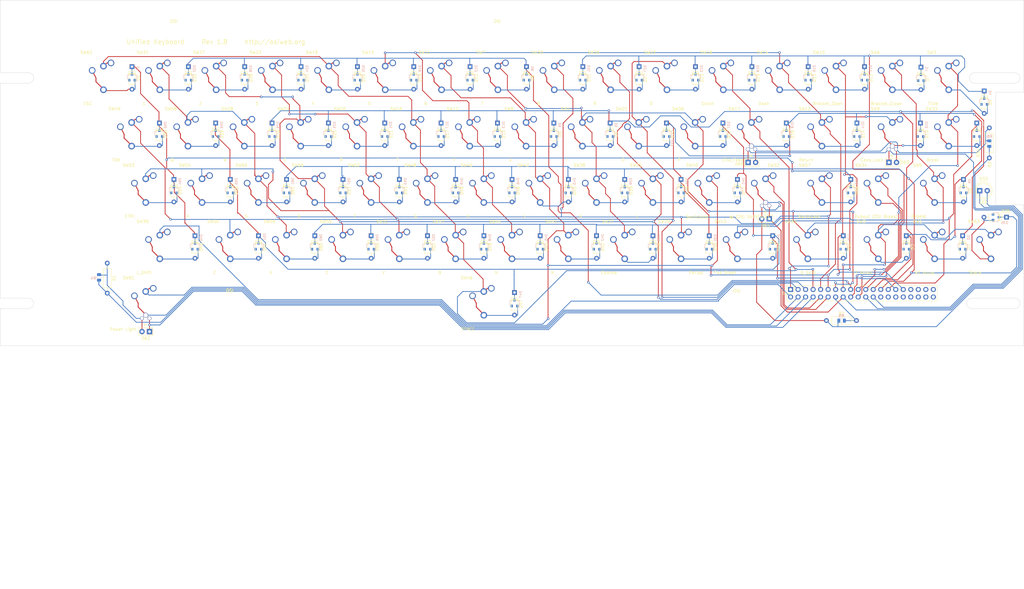
<source format=kicad_pcb>
(kicad_pcb (version 20171130) (host pcbnew "(5.1.6-0-10_14)")
  (title_block (title "Classic Retro Keyboard") (date 2020-06-22) (rev 1.8) (company OSIWeb.org))
  (layers (0 F.Cu signal) (31 B.Cu signal) (34 B.Paste user) (35 F.Paste user) (36 B.SilkS user) (37 F.SilkS user) (38 B.Mask user) (39 F.Mask user) (44 Edge.Cuts user))
  (net 0 "")
  (net 1 /Row3)
  (net 2 /Row0)
  (net 3 /Row1)
  (net 4 "Net-(D5-Pad2)")
  (net 5 "Net-(D7-Pad2)")
  (net 6 "Net-(D8-Pad2)")
  (net 7 "Net-(D9-Pad2)")
  (net 8 "Net-(D10-Pad2)")
  (net 9 "Net-(D11-Pad2)")
  (net 10 "Net-(D12-Pad2)")
  (net 11 "Net-(D13-Pad2)")
  (net 12 "Net-(D14-Pad2)")
  (net 13 "Net-(D15-Pad2)")
  (net 14 "Net-(D16-Pad2)")
  (net 15 "Net-(D18-Pad2)")
  (net 16 "Net-(D19-Pad2)")
  (net 17 "Net-(D20-Pad2)")
  (net 18 "Net-(D22-Pad2)")
  (net 19 "Net-(D23-Pad2)")
  (net 20 "Net-(D24-Pad2)")
  (net 21 "Net-(D25-Pad2)")
  (net 22 "Net-(D26-Pad2)")
  (net 23 "Net-(D27-Pad2)")
  (net 24 "Net-(D28-Pad2)")
  (net 25 "Net-(D29-Pad2)")
  (net 26 "Net-(D30-Pad2)")
  (net 27 "Net-(D31-Pad2)")
  (net 28 "Net-(D32-Pad2)")
  (net 29 "Net-(D34-Pad2)")
  (net 30 "Net-(D36-Pad2)")
  (net 31 /Row4)
  (net 32 /Row5)
  (net 33 /Row7)
  (net 34 "Net-(D41-Pad2)")
  (net 35 "Net-(D42-Pad2)")
  (net 36 "Net-(D43-Pad2)")
  (net 37 "Net-(D45-Pad2)")
  (net 38 "Net-(D46-Pad2)")
  (net 39 "Net-(D47-Pad2)")
  (net 40 "Net-(D48-Pad2)")
  (net 41 "Net-(D49-Pad2)")
  (net 42 "Net-(D50-Pad2)")
  (net 43 "Net-(D51-Pad2)")
  (net 44 "Net-(D52-Pad2)")
  (net 45 "Net-(D53-Pad2)")
  (net 46 "Net-(D54-Pad2)")
  (net 47 "Net-(D55-Pad2)")
  (net 48 "Net-(D56-Pad2)")
  (net 49 "Net-(D57-Pad2)")
  (net 50 "Net-(D58-Pad2)")
  (net 51 "Net-(D59-Pad2)")
  (net 52 "Net-(D60-Pad2)")
  (net 53 "Net-(D61-Pad2)")
  (net 54 /Col0)
  (net 55 /Col1)
  (net 56 /Col2)
  (net 57 /Col3)
  (net 58 /Col4)
  (net 59 /Col5)
  (net 60 /Col6)
  (net 61 /Col7)
  (net 62 /Row6)
  (net 63 /Row2)
  (net 64 "Net-(J1-Pad40)")
  (net 65 "Net-(J1-Pad39)")
  (net 66 "Net-(J1-Pad38)")
  (net 67 "Net-(J1-Pad37)")
  (net 68 "Net-(J1-Pad36)")
  (net 69 "Net-(J1-Pad35)")
  (net 70 "Net-(J1-Pad34)")
  (net 71 "Net-(J1-Pad33)")
  (net 72 "Net-(D2-Pad2)")
  (net 73 "Net-(D3-Pad2)")
  (net 74 "Net-(D4-Pad2)")
  (net 75 "Net-(D6-Pad2)")
  (net 76 "Net-(D17-Pad2)")
  (net 77 "Net-(D21-Pad2)")
  (net 78 "Net-(D37-Pad2)")
  (net 79 "Net-(D38-Pad2)")
  (net 80 "Net-(D39-Pad2)")
  (net 81 "Net-(D40-Pad2)")
  (net 82 "Net-(D44-Pad2)")
  (net 83 "Net-(J1-Pad6)")
  (net 84 "Net-(J1-Pad10)")
  (net 85 "Net-(J1-Pad12)")
  (net 86 "Net-(J1-Pad18)")
  (net 87 "Net-(J1-Pad20)")
  (net 88 "Net-(J1-Pad26)")
  (net 89 "Net-(J1-Pad28)")
  (net 90 "Net-(J1-Pad30)")
  (net 91 "Net-(J1-Pad32)")
  (net 92 "Net-(J1-Pad2)")
  (net 93 "Net-(J1-Pad4)")
  (net 94 "Net-(D1-Pad2)")
  (net 95 "Net-(D35-Pad2)")
  (net 96 "Net-(D33-Pad2)")
  (net 97 "Net-(D33-Pad1)")
  (net 98 "Net-(J1-Pad22)")
  (net 99 "Net-(J1-Pad14)")
  (net 100 "Net-(D62-Pad2)")
  (net 101 "Net-(D62-Pad1)")
  (net 102 "Net-(D63-Pad2)")
  (net 103 "Net-(D63-Pad1)")
  (module unikbd:kbd_header_and_mounting_holes (layer F.Cu) (at 301.0408 163.87826 90)
    (fp_text reference J1 (at 1.2954 -2.5078 90) (layer F.SilkS))
    (fp_text value Controller)
    (pad "" np_thru_hole circle (at 91.4924 50.4712 90) (size 3.175 3.175) (drill 3.175) (layers *.Cu *.Mask))
    (pad "" np_thru_hole circle (at 91.4924 -2.8688 90) (size 3.175 3.175) (drill 3.175) (layers *.Cu *.Mask))
    (pad "" np_thru_hole circle (at 1.2954 -8.8124 90) (size 3.175 3.175) (drill 3.175) (layers *.Cu *.Mask))
    (pad "" np_thru_hole circle (at 1.2954 54.5606 90) (size 3.175 3.175) (drill 3.175) (layers *.Cu *.Mask))
    (pad 40 thru_hole oval (at 0.0254 48.0822 90) (size 1.7 1.7) (drill 1) (layers *.Cu *.Mask) (net 64 "Net-(J1-Pad40)"))
    (pad 39 thru_hole oval (at 2.5654 48.0822 90) (size 1.7 1.7) (drill 1) (layers *.Cu *.Mask) (net 65 "Net-(J1-Pad39)"))
    (pad 38 thru_hole oval (at 0.0254 45.5422 90) (size 1.7 1.7) (drill 1) (layers *.Cu *.Mask) (net 66 "Net-(J1-Pad38)"))
    (pad 37 thru_hole oval (at 2.5654 45.5422 90) (size 1.7 1.7) (drill 1) (layers *.Cu *.Mask) (net 67 "Net-(J1-Pad37)"))
    (pad 36 thru_hole oval (at 0.0254 43.0022 90) (size 1.7 1.7) (drill 1) (layers *.Cu *.Mask) (net 68 "Net-(J1-Pad36)"))
    (pad 35 thru_hole oval (at 2.5654 43.0022 90) (size 1.7 1.7) (drill 1) (layers *.Cu *.Mask) (net 69 "Net-(J1-Pad35)"))
    (pad 34 thru_hole oval (at 0.0254 40.4622 90) (size 1.7 1.7) (drill 1) (layers *.Cu *.Mask) (net 70 "Net-(J1-Pad34)"))
    (pad 33 thru_hole oval (at 2.5654 40.4622 90) (size 1.7 1.7) (drill 1) (layers *.Cu *.Mask) (net 71 "Net-(J1-Pad33)"))
    (pad 32 thru_hole oval (at 0.0254 37.9222 90) (size 1.7 1.7) (drill 1) (layers *.Cu *.Mask) (net 91 "Net-(J1-Pad32)"))
    (pad 31 thru_hole oval (at 2.5654 37.9222 90) (size 1.7 1.7) (drill 1) (layers *.Cu *.Mask) (net 2 /Row0))
    (pad 30 thru_hole oval (at 0.0254 35.3822 90) (size 1.7 1.7) (drill 1) (layers *.Cu *.Mask) (net 90 "Net-(J1-Pad30)"))
    (pad 29 thru_hole oval (at 2.5654 35.3822 90) (size 1.7 1.7) (drill 1) (layers *.Cu *.Mask) (net 3 /Row1))
    (pad 28 thru_hole oval (at 0.0254 32.8422 90) (size 1.7 1.7) (drill 1) (layers *.Cu *.Mask) (net 89 "Net-(J1-Pad28)"))
    (pad 27 thru_hole oval (at 2.5654 32.8422 90) (size 1.7 1.7) (drill 1) (layers *.Cu *.Mask) (net 63 /Row2))
    (pad 26 thru_hole oval (at 0.0254 30.3022 90) (size 1.7 1.7) (drill 1) (layers *.Cu *.Mask) (net 88 "Net-(J1-Pad26)"))
    (pad 25 thru_hole oval (at 2.5654 30.3022 90) (size 1.7 1.7) (drill 1) (layers *.Cu *.Mask) (net 1 /Row3))
    (pad 24 thru_hole oval (at 0.0254 27.7622 90) (size 1.7 1.7) (drill 1) (layers *.Cu *.Mask) (net 103 "Net-(D63-Pad1)"))
    (pad 23 thru_hole oval (at 2.5654 27.7622 90) (size 1.7 1.7) (drill 1) (layers *.Cu *.Mask) (net 31 /Row4))
    (pad 22 thru_hole oval (at 0.0254 25.2222 90) (size 1.7 1.7) (drill 1) (layers *.Cu *.Mask) (net 98 "Net-(J1-Pad22)"))
    (pad 21 thru_hole oval (at 2.5654 25.2222 90) (size 1.7 1.7) (drill 1) (layers *.Cu *.Mask) (net 32 /Row5))
    (pad 20 thru_hole oval (at 0.0254 22.6822 90) (size 1.7 1.7) (drill 1) (layers *.Cu *.Mask) (net 87 "Net-(J1-Pad20)"))
    (pad 19 thru_hole oval (at 2.5654 22.6822 90) (size 1.7 1.7) (drill 1) (layers *.Cu *.Mask) (net 62 /Row6))
    (pad 18 thru_hole oval (at 0.0254 20.1422 90) (size 1.7 1.7) (drill 1) (layers *.Cu *.Mask) (net 86 "Net-(J1-Pad18)"))
    (pad 17 thru_hole oval (at 2.5654 20.1422 90) (size 1.7 1.7) (drill 1) (layers *.Cu *.Mask) (net 33 /Row7))
    (pad 16 thru_hole oval (at 0.0254 17.6022 90) (size 1.7 1.7) (drill 1) (layers *.Cu *.Mask) (net 97 "Net-(D33-Pad1)"))
    (pad 15 thru_hole oval (at 2.5654 17.6022 90) (size 1.7 1.7) (drill 1) (layers *.Cu *.Mask) (net 54 /Col0))
    (pad 14 thru_hole oval (at 0.0254 15.0622 90) (size 1.7 1.7) (drill 1) (layers *.Cu *.Mask) (net 99 "Net-(J1-Pad14)"))
    (pad 13 thru_hole oval (at 2.5654 15.0622 90) (size 1.7 1.7) (drill 1) (layers *.Cu *.Mask) (net 55 /Col1))
    (pad 12 thru_hole oval (at 0.0254 12.5222 90) (size 1.7 1.7) (drill 1) (layers *.Cu *.Mask) (net 85 "Net-(J1-Pad12)"))
    (pad 11 thru_hole oval (at 2.5654 12.5222 90) (size 1.7 1.7) (drill 1) (layers *.Cu *.Mask) (net 56 /Col2))
    (pad 10 thru_hole oval (at 0.0254 9.9822 90) (size 1.7 1.7) (drill 1) (layers *.Cu *.Mask) (net 84 "Net-(J1-Pad10)"))
    (pad 9 thru_hole oval (at 2.5654 9.9822 90) (size 1.7 1.7) (drill 1) (layers *.Cu *.Mask) (net 57 /Col3))
    (pad 8 thru_hole oval (at 0.0254 7.4422 90) (size 1.7 1.7) (drill 1) (layers *.Cu *.Mask) (net 101 "Net-(D62-Pad1)"))
    (pad 7 thru_hole oval (at 2.5654 7.4422 90) (size 1.7 1.7) (drill 1) (layers *.Cu *.Mask) (net 58 /Col4))
    (pad 6 thru_hole oval (at 0.0254 4.9022 90) (size 1.7 1.7) (drill 1) (layers *.Cu *.Mask) (net 83 "Net-(J1-Pad6)"))
    (pad 5 thru_hole oval (at 2.5654 4.9022 90) (size 1.7 1.7) (drill 1) (layers *.Cu *.Mask) (net 59 /Col5))
    (pad 4 thru_hole oval (at 0.0254 2.3622 90) (size 1.7 1.7) (drill 1) (layers *.Cu *.Mask) (net 93 "Net-(J1-Pad4)"))
    (pad 3 thru_hole oval (at 2.5654 2.3622 90) (size 1.7 1.7) (drill 1) (layers *.Cu *.Mask) (net 60 /Col6))
    (pad 2 thru_hole oval (at 0.0254 -0.1778 90) (size 1.7 1.7) (drill 1) (layers *.Cu *.Mask) (net 92 "Net-(J1-Pad2)"))
    (pad 1 thru_hole rect (at 2.5654 -0.1778 90) (size 1.7 1.7) (drill 1) (layers *.Cu *.Mask) (net 61 /Col7))
  )
  (module Resistor_SMD:R_0805_2012Metric (layer B.Cu) (at 368.046 111.9886 90)
    (fp_text reference R6 (at 2.413 0.1016 180) (layer B.SilkS) (effects (justify mirror)))
    (fp_text value 470 hide)
    (pad 2 smd roundrect (at 0.9375 0 90) (size 0.975 1.4) (layers B.Cu B.Paste B.Mask) (net 102 "Net-(D63-Pad2)"))
    (pad 1 smd roundrect (at -0.9375 0 90) (size 0.975 1.4) (layers B.Cu B.Paste B.Mask) (net 98 "Net-(J1-Pad22)"))
  )
  (module Resistor_SMD:R_0805_2012Metric (layer B.Cu) (at 318.1096 171.8564)
    (fp_text reference R5 (at -0.0762 -1.6256) (layer B.SilkS) (effects (justify mirror)))
    (fp_text value 470 hide)
    (pad 2 smd roundrect (at 0.9375 0) (size 0.975 1.4) (layers B.Cu B.Paste B.Mask) (net 99 "Net-(J1-Pad14)"))
    (pad 1 smd roundrect (at -0.9375 0) (size 0.975 1.4) (layers B.Cu B.Paste B.Mask) (net 96 "Net-(D33-Pad2)"))
  )
  (module Resistor_SMD:R_0805_2012Metric (layer B.Cu) (at 67.0814 157.226 270)
    (fp_text reference R4 (at 0.2794 1.8796 180) (layer B.SilkS) (effects (justify mirror)))
    (fp_text value 470 hide)
    (pad 2 smd roundrect (at 0.9375 0 270) (size 0.975 1.4) (layers B.Cu B.Paste B.Mask) (net 83 "Net-(J1-Pad6)"))
    (pad 1 smd roundrect (at -0.9375 0 270) (size 0.975 1.4) (layers B.Cu B.Paste B.Mask) (net 100 "Net-(D62-Pad2)"))
  )
  (module unikbd:diode-combined (layer F.Cu) (at 318.54648 143.13916 270)
    (fp_text reference D36 (at 3.81 -2.247 90) (layer F.SilkS))
    (fp_text value 1N4148)
    (fp_text user %R (at 0.635 -2.159 90) (layer B.SilkS) (effects (font (size 0.8 0.8) (thickness 0.12)) (justify mirror)))
    (fp_poly (pts (xy 7.7216 -0.6604) (xy 7.5692 -0.6604) (xy 7.5692 -1.1176) (xy 4.7752 -1.1176) (xy 4.7752 -1.27) (xy 7.7216 -1.27)) (layer B.Cu) (width 0.1))
    (fp_poly (pts (xy 2.3368 -0.0508) (xy 0.508 -0.0508) (xy 0.508 -0.2032) (xy 2.3368 -0.2032)) (layer B.Cu) (width 0.1))
    (pad 2 thru_hole oval (at 7.62 -0.127 270) (size 1.6 1.6) (drill 0.8) (layers *.Cu *.Mask) (net 30 "Net-(D36-Pad2)"))
    (pad 1 thru_hole rect (at 0 -0.127 270) (size 1.6 1.6) (drill 0.8) (layers *.Cu *.Mask) (net 2 /Row0))
    (pad 4 smd rect (at 2.556 -0.127 90) (size 0.9 0.8) (layers B.Cu B.Paste B.Mask))
    (pad "" smd rect (at 4.556 0.823 90) (size 0.9 0.8) (layers B.Cu B.Paste B.Mask))
    (pad 3 smd rect (at 4.556 -1.077 90) (size 0.9 0.8) (layers B.Cu B.Paste B.Mask))
  )
  (module unikbd:diode-combined (layer F.Cu) (at 273.24558 143.13916 270)
    (fp_text reference D30 (at 3.81 -2.247 90) (layer F.SilkS))
    (fp_text value 1N4148)
    (fp_text user %R (at 0.635 -2.159 90) (layer B.SilkS) (effects (font (size 0.8 0.8) (thickness 0.12)) (justify mirror)))
    (fp_poly (pts (xy 7.7216 -0.6604) (xy 7.5692 -0.6604) (xy 7.5692 -1.1176) (xy 4.7752 -1.1176) (xy 4.7752 -1.27) (xy 7.7216 -1.27)) (layer B.Cu) (width 0.1))
    (fp_poly (pts (xy 2.3368 -0.0508) (xy 0.508 -0.0508) (xy 0.508 -0.2032) (xy 2.3368 -0.2032)) (layer B.Cu) (width 0.1))
    (pad 2 thru_hole oval (at 7.62 -0.127 270) (size 1.6 1.6) (drill 0.8) (layers *.Cu *.Mask) (net 26 "Net-(D30-Pad2)"))
    (pad 1 thru_hole rect (at 0 -0.127 270) (size 1.6 1.6) (drill 0.8) (layers *.Cu *.Mask) (net 32 /Row5))
    (pad 4 smd rect (at 2.556 -0.127 90) (size 0.9 0.8) (layers B.Cu B.Paste B.Mask))
    (pad "" smd rect (at 4.556 0.823 90) (size 0.9 0.8) (layers B.Cu B.Paste B.Mask))
    (pad 3 smd rect (at 4.556 -1.077 90) (size 0.9 0.8) (layers B.Cu B.Paste B.Mask))
  )
  (module unikbd:diode-combined (layer F.Cu) (at 299.29328 105.03916 270)
    (fp_text reference D18 (at 3.81 -2.247 90) (layer F.SilkS))
    (fp_text value 1N4148)
    (fp_text user %R (at 0.635 -2.159 90) (layer B.SilkS) (effects (font (size 0.8 0.8) (thickness 0.12)) (justify mirror)))
    (fp_poly (pts (xy 7.7216 -0.6604) (xy 7.5692 -0.6604) (xy 7.5692 -1.1176) (xy 4.7752 -1.1176) (xy 4.7752 -1.27) (xy 7.7216 -1.27)) (layer B.Cu) (width 0.1))
    (fp_poly (pts (xy 2.3368 -0.0508) (xy 0.508 -0.0508) (xy 0.508 -0.2032) (xy 2.3368 -0.2032)) (layer B.Cu) (width 0.1))
    (pad 2 thru_hole oval (at 7.62 -0.127 270) (size 1.6 1.6) (drill 0.8) (layers *.Cu *.Mask) (net 15 "Net-(D18-Pad2)"))
    (pad 1 thru_hole rect (at 0 -0.127 270) (size 1.6 1.6) (drill 0.8) (layers *.Cu *.Mask) (net 32 /Row5))
    (pad 4 smd rect (at 2.556 -0.127 90) (size 0.9 0.8) (layers B.Cu B.Paste B.Mask))
    (pad "" smd rect (at 4.556 0.823 90) (size 0.9 0.8) (layers B.Cu B.Paste B.Mask))
    (pad 3 smd rect (at 4.556 -1.077 90) (size 0.9 0.8) (layers B.Cu B.Paste B.Mask))
  )
  (module unikbd:diode-combined (layer F.Cu) (at 373.8626 136.7536 180)
    (fp_text reference D35 (at 0.2794 1.9812) (layer F.SilkS))
    (fp_text value 1N4148 hide)
    (fp_text user %R (at 0.635 -1.9812) (layer B.SilkS) (effects (font (size 0.8 0.8) (thickness 0.12)) (justify mirror)))
    (fp_poly (pts (xy 7.7216 -0.6604) (xy 7.5692 -0.6604) (xy 7.5692 -1.1176) (xy 4.7752 -1.1176) (xy 4.7752 -1.27) (xy 7.7216 -1.27)) (layer B.Cu) (width 0.1))
    (fp_poly (pts (xy 2.3368 -0.0508) (xy 0.508 -0.0508) (xy 0.508 -0.2032) (xy 2.3368 -0.2032)) (layer B.Cu) (width 0.1))
    (pad 2 thru_hole oval (at 7.62 -0.127 180) (size 1.6 1.6) (drill 0.8) (layers *.Cu *.Mask) (net 95 "Net-(D35-Pad2)"))
    (pad 1 thru_hole rect (at 0 -0.127 180) (size 1.6 1.6) (drill 0.8) (layers *.Cu *.Mask) (net 1 /Row3))
    (pad 4 smd rect (at 2.556 -0.127) (size 0.9 0.8) (layers B.Cu B.Paste B.Mask))
    (pad "" smd rect (at 4.556 0.823) (size 0.9 0.8) (layers B.Cu B.Paste B.Mask))
    (pad 3 smd rect (at 4.556 -1.077) (size 0.9 0.8) (layers B.Cu B.Paste B.Mask))
  )
  (module unikbd:diode-combined (layer F.Cu) (at 78.09738 85.98916 270)
    (fp_text reference D1 (at 3.81 -2.247 90) (layer F.SilkS))
    (fp_text value 1N4148)
    (fp_text user %R (at 0.635 -2.159 90) (layer B.SilkS) (effects (font (size 0.8 0.8) (thickness 0.12)) (justify mirror)))
    (fp_poly (pts (xy 7.7216 -0.6604) (xy 7.5692 -0.6604) (xy 7.5692 -1.1176) (xy 4.7752 -1.1176) (xy 4.7752 -1.27) (xy 7.7216 -1.27)) (layer B.Cu) (width 0.1))
    (fp_poly (pts (xy 2.3368 -0.0508) (xy 0.508 -0.0508) (xy 0.508 -0.2032) (xy 2.3368 -0.2032)) (layer B.Cu) (width 0.1))
    (pad 2 thru_hole oval (at 7.62 -0.127 270) (size 1.6 1.6) (drill 0.8) (layers *.Cu *.Mask) (net 94 "Net-(D1-Pad2)"))
    (pad 1 thru_hole rect (at 0 -0.127 270) (size 1.6 1.6) (drill 0.8) (layers *.Cu *.Mask) (net 2 /Row0))
    (pad 4 smd rect (at 2.556 -0.127 90) (size 0.9 0.8) (layers B.Cu B.Paste B.Mask))
    (pad "" smd rect (at 4.556 0.823 90) (size 0.9 0.8) (layers B.Cu B.Paste B.Mask))
    (pad 3 smd rect (at 4.556 -1.077 90) (size 0.9 0.8) (layers B.Cu B.Paste B.Mask))
  )
  (module unikbd:diode-combined (layer F.Cu) (at 344.63482 105.03916 270)
    (fp_text reference D10 (at 3.81 -2.247 90) (layer F.SilkS))
    (fp_text value 1N4148)
    (fp_text user %R (at 0.635 -2.159 90) (layer B.SilkS) (effects (font (size 0.8 0.8) (thickness 0.12)) (justify mirror)))
    (fp_poly (pts (xy 7.7216 -0.6604) (xy 7.5692 -0.6604) (xy 7.5692 -1.1176) (xy 4.7752 -1.1176) (xy 4.7752 -1.27) (xy 7.7216 -1.27)) (layer B.Cu) (width 0.1))
    (fp_poly (pts (xy 2.3368 -0.0508) (xy 0.508 -0.0508) (xy 0.508 -0.2032) (xy 2.3368 -0.2032)) (layer B.Cu) (width 0.1))
    (pad 2 thru_hole oval (at 7.62 -0.127 270) (size 1.6 1.6) (drill 0.8) (layers *.Cu *.Mask) (net 8 "Net-(D10-Pad2)"))
    (pad 1 thru_hole rect (at 0 -0.127 270) (size 1.6 1.6) (drill 0.8) (layers *.Cu *.Mask) (net 32 /Row5))
    (pad 4 smd rect (at 2.556 -0.127 90) (size 0.9 0.8) (layers B.Cu B.Paste B.Mask))
    (pad "" smd rect (at 4.556 0.823 90) (size 0.9 0.8) (layers B.Cu B.Paste B.Mask))
    (pad 3 smd rect (at 4.556 -1.077 90) (size 0.9 0.8) (layers B.Cu B.Paste B.Mask))
  )
  (module unikbd:diode-combined (layer F.Cu) (at 325.74738 85.98916 270)
    (fp_text reference D11 (at 3.81 -2.247 90) (layer F.SilkS))
    (fp_text value 1N4148)
    (fp_text user %R (at 0.635 -2.159 90) (layer B.SilkS) (effects (font (size 0.8 0.8) (thickness 0.12)) (justify mirror)))
    (fp_poly (pts (xy 7.7216 -0.6604) (xy 7.5692 -0.6604) (xy 7.5692 -1.1176) (xy 4.7752 -1.1176) (xy 4.7752 -1.27) (xy 7.7216 -1.27)) (layer B.Cu) (width 0.1))
    (fp_poly (pts (xy 2.3368 -0.0508) (xy 0.508 -0.0508) (xy 0.508 -0.2032) (xy 2.3368 -0.2032)) (layer B.Cu) (width 0.1))
    (pad 2 thru_hole oval (at 7.62 -0.127 270) (size 1.6 1.6) (drill 0.8) (layers *.Cu *.Mask) (net 9 "Net-(D11-Pad2)"))
    (pad 1 thru_hole rect (at 0 -0.127 270) (size 1.6 1.6) (drill 0.8) (layers *.Cu *.Mask) (net 62 /Row6))
    (pad 4 smd rect (at 2.556 -0.127 90) (size 0.9 0.8) (layers B.Cu B.Paste B.Mask))
    (pad "" smd rect (at 4.556 0.823 90) (size 0.9 0.8) (layers B.Cu B.Paste B.Mask))
    (pad 3 smd rect (at 4.556 -1.077 90) (size 0.9 0.8) (layers B.Cu B.Paste B.Mask))
  )
  (module unikbd:diode-combined (layer F.Cu) (at 239.74298 105.03916 270)
    (fp_text reference D5 (at 3.81 -2.247 90) (layer F.SilkS))
    (fp_text value 1N4148)
    (fp_text user %R (at 0.635 -2.159 90) (layer B.SilkS) (effects (font (size 0.8 0.8) (thickness 0.12)) (justify mirror)))
    (fp_poly (pts (xy 7.7216 -0.6604) (xy 7.5692 -0.6604) (xy 7.5692 -1.1176) (xy 4.7752 -1.1176) (xy 4.7752 -1.27) (xy 7.7216 -1.27)) (layer B.Cu) (width 0.1))
    (fp_poly (pts (xy 2.3368 -0.0508) (xy 0.508 -0.0508) (xy 0.508 -0.2032) (xy 2.3368 -0.2032)) (layer B.Cu) (width 0.1))
    (pad 2 thru_hole oval (at 7.62 -0.127 270) (size 1.6 1.6) (drill 0.8) (layers *.Cu *.Mask) (net 4 "Net-(D5-Pad2)"))
    (pad 1 thru_hole rect (at 0 -0.127 270) (size 1.6 1.6) (drill 0.8) (layers *.Cu *.Mask) (net 31 /Row4))
    (pad 4 smd rect (at 2.556 -0.127 90) (size 0.9 0.8) (layers B.Cu B.Paste B.Mask))
    (pad "" smd rect (at 4.556 0.823 90) (size 0.9 0.8) (layers B.Cu B.Paste B.Mask))
    (pad 3 smd rect (at 4.556 -1.077 90) (size 0.9 0.8) (layers B.Cu B.Paste B.Mask))
  )
  (module unikbd:diode-combined (layer F.Cu) (at 363.68482 105.03916 270)
    (fp_text reference D34 (at 10.12444 -0.60198 90) (layer F.SilkS))
    (fp_text value 1N4148 hide)
    (fp_text user %R (at 0.635 -2.159 90) (layer B.SilkS) (effects (font (size 0.8 0.8) (thickness 0.12)) (justify mirror)))
    (fp_poly (pts (xy 7.7216 -0.6604) (xy 7.5692 -0.6604) (xy 7.5692 -1.1176) (xy 4.7752 -1.1176) (xy 4.7752 -1.27) (xy 7.7216 -1.27)) (layer B.Cu) (width 0.1))
    (fp_poly (pts (xy 2.3368 -0.0508) (xy 0.508 -0.0508) (xy 0.508 -0.2032) (xy 2.3368 -0.2032)) (layer B.Cu) (width 0.1))
    (pad 2 thru_hole oval (at 7.62 -0.127 270) (size 1.6 1.6) (drill 0.8) (layers *.Cu *.Mask) (net 29 "Net-(D34-Pad2)"))
    (pad 1 thru_hole rect (at 0 -0.127 270) (size 1.6 1.6) (drill 0.8) (layers *.Cu *.Mask) (net 63 /Row2))
    (pad 4 smd rect (at 2.556 -0.127 90) (size 0.9 0.8) (layers B.Cu B.Paste B.Mask))
    (pad "" smd rect (at 4.556 0.823 90) (size 0.9 0.8) (layers B.Cu B.Paste B.Mask))
    (pad 3 smd rect (at 4.556 -1.077 90) (size 0.9 0.8) (layers B.Cu B.Paste B.Mask))
  )
  (module unikbd:diode-combined (layer F.Cu) (at 277.84298 105.03916 270)
    (fp_text reference D37 (at 3.81 -2.247 90) (layer F.SilkS))
    (fp_text value 1N4148)
    (fp_text user %R (at 0.635 -2.159 90) (layer B.SilkS) (effects (font (size 0.8 0.8) (thickness 0.12)) (justify mirror)))
    (fp_poly (pts (xy 7.7216 -0.6604) (xy 7.5692 -0.6604) (xy 7.5692 -1.1176) (xy 4.7752 -1.1176) (xy 4.7752 -1.27) (xy 7.7216 -1.27)) (layer B.Cu) (width 0.1))
    (fp_poly (pts (xy 2.3368 -0.0508) (xy 0.508 -0.0508) (xy 0.508 -0.2032) (xy 2.3368 -0.2032)) (layer B.Cu) (width 0.1))
    (pad 2 thru_hole oval (at 7.62 -0.127 270) (size 1.6 1.6) (drill 0.8) (layers *.Cu *.Mask) (net 78 "Net-(D37-Pad2)"))
    (pad 1 thru_hole rect (at 0 -0.127 270) (size 1.6 1.6) (drill 0.8) (layers *.Cu *.Mask) (net 3 /Row1))
    (pad 4 smd rect (at 2.556 -0.127 90) (size 0.9 0.8) (layers B.Cu B.Paste B.Mask))
    (pad "" smd rect (at 4.556 0.823 90) (size 0.9 0.8) (layers B.Cu B.Paste B.Mask))
    (pad 3 smd rect (at 4.556 -1.077 90) (size 0.9 0.8) (layers B.Cu B.Paste B.Mask))
  )
  (module unikbd:diode-combined (layer F.Cu) (at 254.19558 143.13916 270)
    (fp_text reference D38 (at 3.81 -2.247 90) (layer F.SilkS))
    (fp_text value 1N4148)
    (fp_text user %R (at 0.635 -2.159 90) (layer B.SilkS) (effects (font (size 0.8 0.8) (thickness 0.12)) (justify mirror)))
    (fp_poly (pts (xy 7.7216 -0.6604) (xy 7.5692 -0.6604) (xy 7.5692 -1.1176) (xy 4.7752 -1.1176) (xy 4.7752 -1.27) (xy 7.7216 -1.27)) (layer B.Cu) (width 0.1))
    (fp_poly (pts (xy 2.3368 -0.0508) (xy 0.508 -0.0508) (xy 0.508 -0.2032) (xy 2.3368 -0.2032)) (layer B.Cu) (width 0.1))
    (pad 2 thru_hole oval (at 7.62 -0.127 270) (size 1.6 1.6) (drill 0.8) (layers *.Cu *.Mask) (net 79 "Net-(D38-Pad2)"))
    (pad 1 thru_hole rect (at 0 -0.127 270) (size 1.6 1.6) (drill 0.8) (layers *.Cu *.Mask) (net 63 /Row2))
    (pad 4 smd rect (at 2.556 -0.127 90) (size 0.9 0.8) (layers B.Cu B.Paste B.Mask))
    (pad "" smd rect (at 4.556 0.823 90) (size 0.9 0.8) (layers B.Cu B.Paste B.Mask))
    (pad 3 smd rect (at 4.556 -1.077 90) (size 0.9 0.8) (layers B.Cu B.Paste B.Mask))
  )
  (module unikbd:diode-combined (layer F.Cu) (at 244.67058 124.08916 270)
    (fp_text reference D39 (at 3.81 -2.247 90) (layer F.SilkS))
    (fp_text value 1N4148)
    (fp_text user %R (at 0.635 -2.159 90) (layer B.SilkS) (effects (font (size 0.8 0.8) (thickness 0.12)) (justify mirror)))
    (fp_poly (pts (xy 7.7216 -0.6604) (xy 7.5692 -0.6604) (xy 7.5692 -1.1176) (xy 4.7752 -1.1176) (xy 4.7752 -1.27) (xy 7.7216 -1.27)) (layer B.Cu) (width 0.1))
    (fp_poly (pts (xy 2.3368 -0.0508) (xy 0.508 -0.0508) (xy 0.508 -0.2032) (xy 2.3368 -0.2032)) (layer B.Cu) (width 0.1))
    (pad 2 thru_hole oval (at 7.62 -0.127 270) (size 1.6 1.6) (drill 0.8) (layers *.Cu *.Mask) (net 80 "Net-(D39-Pad2)"))
    (pad 1 thru_hole rect (at 0 -0.127 270) (size 1.6 1.6) (drill 0.8) (layers *.Cu *.Mask) (net 1 /Row3))
    (pad 4 smd rect (at 2.556 -0.127 90) (size 0.9 0.8) (layers B.Cu B.Paste B.Mask))
    (pad "" smd rect (at 4.556 0.823 90) (size 0.9 0.8) (layers B.Cu B.Paste B.Mask))
    (pad 3 smd rect (at 4.556 -1.077 90) (size 0.9 0.8) (layers B.Cu B.Paste B.Mask))
  )
  (module unikbd:diode-combined (layer F.Cu) (at 99.39528 143.13916 270)
    (fp_text reference D40 (at 3.81 -2.247 90) (layer F.SilkS))
    (fp_text value 1N4148)
    (fp_text user %R (at 0.635 -2.159 90) (layer B.SilkS) (effects (font (size 0.8 0.8) (thickness 0.12)) (justify mirror)))
    (fp_poly (pts (xy 7.7216 -0.6604) (xy 7.5692 -0.6604) (xy 7.5692 -1.1176) (xy 4.7752 -1.1176) (xy 4.7752 -1.27) (xy 7.7216 -1.27)) (layer B.Cu) (width 0.1))
    (fp_poly (pts (xy 2.3368 -0.0508) (xy 0.508 -0.0508) (xy 0.508 -0.2032) (xy 2.3368 -0.2032)) (layer B.Cu) (width 0.1))
    (pad 2 thru_hole oval (at 7.62 -0.127 270) (size 1.6 1.6) (drill 0.8) (layers *.Cu *.Mask) (net 81 "Net-(D40-Pad2)"))
    (pad 1 thru_hole rect (at 0 -0.127 270) (size 1.6 1.6) (drill 0.8) (layers *.Cu *.Mask) (net 2 /Row0))
    (pad 4 smd rect (at 2.556 -0.127 90) (size 0.9 0.8) (layers B.Cu B.Paste B.Mask))
    (pad "" smd rect (at 4.556 0.823 90) (size 0.9 0.8) (layers B.Cu B.Paste B.Mask))
    (pad 3 smd rect (at 4.556 -1.077 90) (size 0.9 0.8) (layers B.Cu B.Paste B.Mask))
  )
  (module unikbd:diode-combined (layer F.Cu) (at 282.77058 124.08916 270)
    (fp_text reference D41 (at 3.81 -2.247 90) (layer F.SilkS))
    (fp_text value 1N4148)
    (fp_text user %R (at 0.635 -2.159 90) (layer B.SilkS) (effects (font (size 0.8 0.8) (thickness 0.12)) (justify mirror)))
    (fp_poly (pts (xy 7.7216 -0.6604) (xy 7.5692 -0.6604) (xy 7.5692 -1.1176) (xy 4.7752 -1.1176) (xy 4.7752 -1.27) (xy 7.7216 -1.27)) (layer B.Cu) (width 0.1))
    (fp_poly (pts (xy 2.3368 -0.0508) (xy 0.508 -0.0508) (xy 0.508 -0.2032) (xy 2.3368 -0.2032)) (layer B.Cu) (width 0.1))
    (pad 2 thru_hole oval (at 7.62 -0.127 270) (size 1.6 1.6) (drill 0.8) (layers *.Cu *.Mask) (net 34 "Net-(D41-Pad2)"))
    (pad 1 thru_hole rect (at 0 -0.127 270) (size 1.6 1.6) (drill 0.8) (layers *.Cu *.Mask) (net 3 /Row1))
    (pad 4 smd rect (at 2.556 -0.127 90) (size 0.9 0.8) (layers B.Cu B.Paste B.Mask))
    (pad "" smd rect (at 4.556 0.823 90) (size 0.9 0.8) (layers B.Cu B.Paste B.Mask))
    (pad 3 smd rect (at 4.556 -1.077 90) (size 0.9 0.8) (layers B.Cu B.Paste B.Mask))
  )
  (module unikbd:diode-combined (layer F.Cu) (at 235.14558 143.13916 270)
    (fp_text reference D42 (at 3.81 -2.247 90) (layer F.SilkS))
    (fp_text value 1N4148)
    (fp_text user %R (at 0.635 -2.159 90) (layer B.SilkS) (effects (font (size 0.8 0.8) (thickness 0.12)) (justify mirror)))
    (fp_poly (pts (xy 7.7216 -0.6604) (xy 7.5692 -0.6604) (xy 7.5692 -1.1176) (xy 4.7752 -1.1176) (xy 4.7752 -1.27) (xy 7.7216 -1.27)) (layer B.Cu) (width 0.1))
    (fp_poly (pts (xy 2.3368 -0.0508) (xy 0.508 -0.0508) (xy 0.508 -0.2032) (xy 2.3368 -0.2032)) (layer B.Cu) (width 0.1))
    (pad 2 thru_hole oval (at 7.62 -0.127 270) (size 1.6 1.6) (drill 0.8) (layers *.Cu *.Mask) (net 35 "Net-(D42-Pad2)"))
    (pad 1 thru_hole rect (at 0 -0.127 270) (size 1.6 1.6) (drill 0.8) (layers *.Cu *.Mask) (net 63 /Row2))
    (pad 4 smd rect (at 2.556 -0.127 90) (size 0.9 0.8) (layers B.Cu B.Paste B.Mask))
    (pad "" smd rect (at 4.556 0.823 90) (size 0.9 0.8) (layers B.Cu B.Paste B.Mask))
    (pad 3 smd rect (at 4.556 -1.077 90) (size 0.9 0.8) (layers B.Cu B.Paste B.Mask))
  )
  (module unikbd:diode-combined (layer F.Cu) (at 225.62058 124.08916 270)
    (fp_text reference D43 (at 3.81 -2.247 90) (layer F.SilkS))
    (fp_text value 1N4148)
    (fp_text user %R (at 0.635 -2.159 90) (layer B.SilkS) (effects (font (size 0.8 0.8) (thickness 0.12)) (justify mirror)))
    (fp_poly (pts (xy 7.7216 -0.6604) (xy 7.5692 -0.6604) (xy 7.5692 -1.1176) (xy 4.7752 -1.1176) (xy 4.7752 -1.27) (xy 7.7216 -1.27)) (layer B.Cu) (width 0.1))
    (fp_poly (pts (xy 2.3368 -0.0508) (xy 0.508 -0.0508) (xy 0.508 -0.2032) (xy 2.3368 -0.2032)) (layer B.Cu) (width 0.1))
    (pad 2 thru_hole oval (at 7.62 -0.127 270) (size 1.6 1.6) (drill 0.8) (layers *.Cu *.Mask) (net 36 "Net-(D43-Pad2)"))
    (pad 1 thru_hole rect (at 0 -0.127 270) (size 1.6 1.6) (drill 0.8) (layers *.Cu *.Mask) (net 1 /Row3))
    (pad 4 smd rect (at 2.556 -0.127 90) (size 0.9 0.8) (layers B.Cu B.Paste B.Mask))
    (pad "" smd rect (at 4.556 0.823 90) (size 0.9 0.8) (layers B.Cu B.Paste B.Mask))
    (pad 3 smd rect (at 4.556 -1.077 90) (size 0.9 0.8) (layers B.Cu B.Paste B.Mask))
  )
  (module unikbd:diode-combined (layer F.Cu) (at 294.69588 143.13916 270)
    (fp_text reference D44 (at 3.81 -2.247 90) (layer F.SilkS))
    (fp_text value 1N4148)
    (fp_text user %R (at 0.635 -2.159 90) (layer B.SilkS) (effects (font (size 0.8 0.8) (thickness 0.12)) (justify mirror)))
    (fp_poly (pts (xy 7.7216 -0.6604) (xy 7.5692 -0.6604) (xy 7.5692 -1.1176) (xy 4.7752 -1.1176) (xy 4.7752 -1.27) (xy 7.7216 -1.27)) (layer B.Cu) (width 0.1))
    (fp_poly (pts (xy 2.3368 -0.0508) (xy 0.508 -0.0508) (xy 0.508 -0.2032) (xy 2.3368 -0.2032)) (layer B.Cu) (width 0.1))
    (pad 2 thru_hole oval (at 7.62 -0.127 270) (size 1.6 1.6) (drill 0.8) (layers *.Cu *.Mask) (net 82 "Net-(D44-Pad2)"))
    (pad 1 thru_hole rect (at 0 -0.127 270) (size 1.6 1.6) (drill 0.8) (layers *.Cu *.Mask) (net 3 /Row1))
    (pad 4 smd rect (at 2.556 -0.127 90) (size 0.9 0.8) (layers B.Cu B.Paste B.Mask))
    (pad "" smd rect (at 4.556 0.823 90) (size 0.9 0.8) (layers B.Cu B.Paste B.Mask))
    (pad 3 smd rect (at 4.556 -1.077 90) (size 0.9 0.8) (layers B.Cu B.Paste B.Mask))
  )
  (module unikbd:diode-combined (layer F.Cu) (at 216.09558 143.13916 270)
    (fp_text reference D45 (at 3.81 -2.247 90) (layer F.SilkS))
    (fp_text value 1N4148)
    (fp_text user %R (at 0.635 -2.159 90) (layer B.SilkS) (effects (font (size 0.8 0.8) (thickness 0.12)) (justify mirror)))
    (fp_poly (pts (xy 7.7216 -0.6604) (xy 7.5692 -0.6604) (xy 7.5692 -1.1176) (xy 4.7752 -1.1176) (xy 4.7752 -1.27) (xy 7.7216 -1.27)) (layer B.Cu) (width 0.1))
    (fp_poly (pts (xy 2.3368 -0.0508) (xy 0.508 -0.0508) (xy 0.508 -0.2032) (xy 2.3368 -0.2032)) (layer B.Cu) (width 0.1))
    (pad 2 thru_hole oval (at 7.62 -0.127 270) (size 1.6 1.6) (drill 0.8) (layers *.Cu *.Mask) (net 37 "Net-(D45-Pad2)"))
    (pad 1 thru_hole rect (at 0 -0.127 270) (size 1.6 1.6) (drill 0.8) (layers *.Cu *.Mask) (net 63 /Row2))
    (pad 4 smd rect (at 2.556 -0.127 90) (size 0.9 0.8) (layers B.Cu B.Paste B.Mask))
    (pad "" smd rect (at 4.556 0.823 90) (size 0.9 0.8) (layers B.Cu B.Paste B.Mask))
    (pad 3 smd rect (at 4.556 -1.077 90) (size 0.9 0.8) (layers B.Cu B.Paste B.Mask))
  )
  (module unikbd:diode-combined (layer F.Cu) (at 206.57058 124.08916 270)
    (fp_text reference D46 (at 3.81 -2.247 90) (layer F.SilkS))
    (fp_text value 1N4148)
    (fp_text user %R (at 0.635 -2.159 90) (layer B.SilkS) (effects (font (size 0.8 0.8) (thickness 0.12)) (justify mirror)))
    (fp_poly (pts (xy 7.7216 -0.6604) (xy 7.5692 -0.6604) (xy 7.5692 -1.1176) (xy 4.7752 -1.1176) (xy 4.7752 -1.27) (xy 7.7216 -1.27)) (layer B.Cu) (width 0.1))
    (fp_poly (pts (xy 2.3368 -0.0508) (xy 0.508 -0.0508) (xy 0.508 -0.2032) (xy 2.3368 -0.2032)) (layer B.Cu) (width 0.1))
    (pad 2 thru_hole oval (at 7.62 -0.127 270) (size 1.6 1.6) (drill 0.8) (layers *.Cu *.Mask) (net 38 "Net-(D46-Pad2)"))
    (pad 1 thru_hole rect (at 0 -0.127 270) (size 1.6 1.6) (drill 0.8) (layers *.Cu *.Mask) (net 1 /Row3))
    (pad 4 smd rect (at 2.556 -0.127 90) (size 0.9 0.8) (layers B.Cu B.Paste B.Mask))
    (pad "" smd rect (at 4.556 0.823 90) (size 0.9 0.8) (layers B.Cu B.Paste B.Mask))
    (pad 3 smd rect (at 4.556 -1.077 90) (size 0.9 0.8) (layers B.Cu B.Paste B.Mask))
  )
  (module unikbd:diode-combined (layer F.Cu) (at 197.04558 143.13916 270)
    (fp_text reference D48 (at 3.81 -2.247 90) (layer F.SilkS))
    (fp_text value 1N4148)
    (fp_text user %R (at 0.635 -2.159 90) (layer B.SilkS) (effects (font (size 0.8 0.8) (thickness 0.12)) (justify mirror)))
    (fp_poly (pts (xy 7.7216 -0.6604) (xy 7.5692 -0.6604) (xy 7.5692 -1.1176) (xy 4.7752 -1.1176) (xy 4.7752 -1.27) (xy 7.7216 -1.27)) (layer B.Cu) (width 0.1))
    (fp_poly (pts (xy 2.3368 -0.0508) (xy 0.508 -0.0508) (xy 0.508 -0.2032) (xy 2.3368 -0.2032)) (layer B.Cu) (width 0.1))
    (pad 2 thru_hole oval (at 7.62 -0.127 270) (size 1.6 1.6) (drill 0.8) (layers *.Cu *.Mask) (net 40 "Net-(D48-Pad2)"))
    (pad 1 thru_hole rect (at 0 -0.127 270) (size 1.6 1.6) (drill 0.8) (layers *.Cu *.Mask) (net 63 /Row2))
    (pad 4 smd rect (at 2.556 -0.127 90) (size 0.9 0.8) (layers B.Cu B.Paste B.Mask))
    (pad "" smd rect (at 4.556 0.823 90) (size 0.9 0.8) (layers B.Cu B.Paste B.Mask))
    (pad 3 smd rect (at 4.556 -1.077 90) (size 0.9 0.8) (layers B.Cu B.Paste B.Mask))
  )
  (module unikbd:diode-combined (layer F.Cu) (at 187.52058 124.08916 270)
    (fp_text reference D49 (at 3.81 -2.247 90) (layer F.SilkS))
    (fp_text value 1N4148)
    (fp_text user %R (at 0.635 -2.159 90) (layer B.SilkS) (effects (font (size 0.8 0.8) (thickness 0.12)) (justify mirror)))
    (fp_poly (pts (xy 7.7216 -0.6604) (xy 7.5692 -0.6604) (xy 7.5692 -1.1176) (xy 4.7752 -1.1176) (xy 4.7752 -1.27) (xy 7.7216 -1.27)) (layer B.Cu) (width 0.1))
    (fp_poly (pts (xy 2.3368 -0.0508) (xy 0.508 -0.0508) (xy 0.508 -0.2032) (xy 2.3368 -0.2032)) (layer B.Cu) (width 0.1))
    (pad 2 thru_hole oval (at 7.62 -0.127 270) (size 1.6 1.6) (drill 0.8) (layers *.Cu *.Mask) (net 41 "Net-(D49-Pad2)"))
    (pad 1 thru_hole rect (at 0 -0.127 270) (size 1.6 1.6) (drill 0.8) (layers *.Cu *.Mask) (net 1 /Row3))
    (pad 4 smd rect (at 2.556 -0.127 90) (size 0.9 0.8) (layers B.Cu B.Paste B.Mask))
    (pad "" smd rect (at 4.556 0.823 90) (size 0.9 0.8) (layers B.Cu B.Paste B.Mask))
    (pad 3 smd rect (at 4.556 -1.077 90) (size 0.9 0.8) (layers B.Cu B.Paste B.Mask))
  )
  (module unikbd:diode-combined (layer F.Cu) (at 87.34298 105.03916 270)
    (fp_text reference D50 (at 3.81 -2.247 90) (layer F.SilkS))
    (fp_text value 1N4148)
    (fp_text user %R (at 0.635 -2.159 90) (layer B.SilkS) (effects (font (size 0.8 0.8) (thickness 0.12)) (justify mirror)))
    (fp_poly (pts (xy 7.7216 -0.6604) (xy 7.5692 -0.6604) (xy 7.5692 -1.1176) (xy 4.7752 -1.1176) (xy 4.7752 -1.27) (xy 7.7216 -1.27)) (layer B.Cu) (width 0.1))
    (fp_poly (pts (xy 2.3368 -0.0508) (xy 0.508 -0.0508) (xy 0.508 -0.2032) (xy 2.3368 -0.2032)) (layer B.Cu) (width 0.1))
    (pad 2 thru_hole oval (at 7.62 -0.127 270) (size 1.6 1.6) (drill 0.8) (layers *.Cu *.Mask) (net 42 "Net-(D50-Pad2)"))
    (pad 1 thru_hole rect (at 0 -0.127 270) (size 1.6 1.6) (drill 0.8) (layers *.Cu *.Mask) (net 2 /Row0))
    (pad 4 smd rect (at 2.556 -0.127 90) (size 0.9 0.8) (layers B.Cu B.Paste B.Mask))
    (pad "" smd rect (at 4.556 0.823 90) (size 0.9 0.8) (layers B.Cu B.Paste B.Mask))
    (pad 3 smd rect (at 4.556 -1.077 90) (size 0.9 0.8) (layers B.Cu B.Paste B.Mask))
  )
  (module unikbd:diode-combined (layer F.Cu) (at 120.84558 143.13916 270)
    (fp_text reference D51 (at 3.81 -2.247 90) (layer F.SilkS))
    (fp_text value 1N4148)
    (fp_text user %R (at 0.34544 -2.19202 90) (layer B.SilkS) (effects (font (size 0.8 0.8) (thickness 0.12)) (justify mirror)))
    (fp_poly (pts (xy 7.7216 -0.6604) (xy 7.5692 -0.6604) (xy 7.5692 -1.1176) (xy 4.7752 -1.1176) (xy 4.7752 -1.27) (xy 7.7216 -1.27)) (layer B.Cu) (width 0.1))
    (fp_poly (pts (xy 2.3368 -0.0508) (xy 0.508 -0.0508) (xy 0.508 -0.2032) (xy 2.3368 -0.2032)) (layer B.Cu) (width 0.1))
    (pad 2 thru_hole oval (at 7.62 -0.127 270) (size 1.6 1.6) (drill 0.8) (layers *.Cu *.Mask) (net 43 "Net-(D51-Pad2)"))
    (pad 1 thru_hole rect (at 0 -0.127 270) (size 1.6 1.6) (drill 0.8) (layers *.Cu *.Mask) (net 3 /Row1))
    (pad 4 smd rect (at 2.556 -0.127 90) (size 0.9 0.8) (layers B.Cu B.Paste B.Mask))
    (pad "" smd rect (at 4.556 0.823 90) (size 0.9 0.8) (layers B.Cu B.Paste B.Mask))
    (pad 3 smd rect (at 4.556 -1.077 90) (size 0.9 0.8) (layers B.Cu B.Paste B.Mask))
  )
  (module unikbd:diode-combined (layer F.Cu) (at 177.99558 143.13916 270)
    (fp_text reference D52 (at 3.81 -2.247 90) (layer F.SilkS))
    (fp_text value 1N4148)
    (fp_text user %R (at 0.635 -2.159 90) (layer B.SilkS) (effects (font (size 0.8 0.8) (thickness 0.12)) (justify mirror)))
    (fp_poly (pts (xy 7.7216 -0.6604) (xy 7.5692 -0.6604) (xy 7.5692 -1.1176) (xy 4.7752 -1.1176) (xy 4.7752 -1.27) (xy 7.7216 -1.27)) (layer B.Cu) (width 0.1))
    (fp_poly (pts (xy 2.3368 -0.0508) (xy 0.508 -0.0508) (xy 0.508 -0.2032) (xy 2.3368 -0.2032)) (layer B.Cu) (width 0.1))
    (pad 2 thru_hole oval (at 7.62 -0.127 270) (size 1.6 1.6) (drill 0.8) (layers *.Cu *.Mask) (net 44 "Net-(D52-Pad2)"))
    (pad 1 thru_hole rect (at 0 -0.127 270) (size 1.6 1.6) (drill 0.8) (layers *.Cu *.Mask) (net 63 /Row2))
    (pad 4 smd rect (at 2.556 -0.127 90) (size 0.9 0.8) (layers B.Cu B.Paste B.Mask))
    (pad "" smd rect (at 4.556 0.823 90) (size 0.9 0.8) (layers B.Cu B.Paste B.Mask))
    (pad 3 smd rect (at 4.556 -1.077 90) (size 0.9 0.8) (layers B.Cu B.Paste B.Mask))
  )
  (module unikbd:diode-combined (layer F.Cu) (at 168.47058 124.08916 270)
    (fp_text reference D53 (at 3.81 -2.247 90) (layer F.SilkS))
    (fp_text value 1N4148)
    (fp_text user %R (at 0.635 -2.159 90) (layer B.SilkS) (effects (font (size 0.8 0.8) (thickness 0.12)) (justify mirror)))
    (fp_poly (pts (xy 7.7216 -0.6604) (xy 7.5692 -0.6604) (xy 7.5692 -1.1176) (xy 4.7752 -1.1176) (xy 4.7752 -1.27) (xy 7.7216 -1.27)) (layer B.Cu) (width 0.1))
    (fp_poly (pts (xy 2.3368 -0.0508) (xy 0.508 -0.0508) (xy 0.508 -0.2032) (xy 2.3368 -0.2032)) (layer B.Cu) (width 0.1))
    (pad 2 thru_hole oval (at 7.62 -0.127 270) (size 1.6 1.6) (drill 0.8) (layers *.Cu *.Mask) (net 45 "Net-(D53-Pad2)"))
    (pad 1 thru_hole rect (at 0 -0.127 270) (size 1.6 1.6) (drill 0.8) (layers *.Cu *.Mask) (net 1 /Row3))
    (pad 4 smd rect (at 2.556 -0.127 90) (size 0.9 0.8) (layers B.Cu B.Paste B.Mask))
    (pad "" smd rect (at 4.556 0.823 90) (size 0.9 0.8) (layers B.Cu B.Paste B.Mask))
    (pad 3 smd rect (at 4.556 -1.077 90) (size 0.9 0.8) (layers B.Cu B.Paste B.Mask))
  )
  (module unikbd:diode-combined (layer F.Cu) (at 92.27058 124.08916 270)
    (fp_text reference D54 (at 3.81 -2.247 90) (layer F.SilkS))
    (fp_text value 1N4148)
    (fp_text user %R (at 0.635 -2.159 90) (layer B.SilkS) (effects (font (size 0.8 0.8) (thickness 0.12)) (justify mirror)))
    (fp_poly (pts (xy 7.7216 -0.6604) (xy 7.5692 -0.6604) (xy 7.5692 -1.1176) (xy 4.7752 -1.1176) (xy 4.7752 -1.27) (xy 7.7216 -1.27)) (layer B.Cu) (width 0.1))
    (fp_poly (pts (xy 2.3368 -0.0508) (xy 0.508 -0.0508) (xy 0.508 -0.2032) (xy 2.3368 -0.2032)) (layer B.Cu) (width 0.1))
    (pad 2 thru_hole oval (at 7.62 -0.127 270) (size 1.6 1.6) (drill 0.8) (layers *.Cu *.Mask) (net 46 "Net-(D54-Pad2)"))
    (pad 1 thru_hole rect (at 0 -0.127 270) (size 1.6 1.6) (drill 0.8) (layers *.Cu *.Mask) (net 2 /Row0))
    (pad 4 smd rect (at 2.556 -0.127 90) (size 0.9 0.8) (layers B.Cu B.Paste B.Mask))
    (pad "" smd rect (at 4.556 0.823 90) (size 0.9 0.8) (layers B.Cu B.Paste B.Mask))
    (pad 3 smd rect (at 4.556 -1.077 90) (size 0.9 0.8) (layers B.Cu B.Paste B.Mask))
  )
  (module unikbd:diode-combined (layer F.Cu) (at 111.32058 124.08916 270)
    (fp_text reference D55 (at 3.81 -2.247 90) (layer F.SilkS))
    (fp_text value 1N4148)
    (fp_text user %R (at 0.635 -2.159 90) (layer B.SilkS) (effects (font (size 0.8 0.8) (thickness 0.12)) (justify mirror)))
    (fp_poly (pts (xy 7.7216 -0.6604) (xy 7.5692 -0.6604) (xy 7.5692 -1.1176) (xy 4.7752 -1.1176) (xy 4.7752 -1.27) (xy 7.7216 -1.27)) (layer B.Cu) (width 0.1))
    (fp_poly (pts (xy 2.3368 -0.0508) (xy 0.508 -0.0508) (xy 0.508 -0.2032) (xy 2.3368 -0.2032)) (layer B.Cu) (width 0.1))
    (pad 2 thru_hole oval (at 7.62 -0.127 270) (size 1.6 1.6) (drill 0.8) (layers *.Cu *.Mask) (net 47 "Net-(D55-Pad2)"))
    (pad 1 thru_hole rect (at 0 -0.127 270) (size 1.6 1.6) (drill 0.8) (layers *.Cu *.Mask) (net 3 /Row1))
    (pad 4 smd rect (at 2.556 -0.127 90) (size 0.9 0.8) (layers B.Cu B.Paste B.Mask))
    (pad "" smd rect (at 4.556 0.823 90) (size 0.9 0.8) (layers B.Cu B.Paste B.Mask))
    (pad 3 smd rect (at 4.556 -1.077 90) (size 0.9 0.8) (layers B.Cu B.Paste B.Mask))
  )
  (module unikbd:diode-combined (layer F.Cu) (at 158.94558 143.13916 270)
    (fp_text reference D56 (at 3.81 -2.247 90) (layer F.SilkS))
    (fp_text value 1N4148)
    (fp_text user %R (at 0.635 -2.159 90) (layer B.SilkS) (effects (font (size 0.8 0.8) (thickness 0.12)) (justify mirror)))
    (fp_poly (pts (xy 7.7216 -0.6604) (xy 7.5692 -0.6604) (xy 7.5692 -1.1176) (xy 4.7752 -1.1176) (xy 4.7752 -1.27) (xy 7.7216 -1.27)) (layer B.Cu) (width 0.1))
    (fp_poly (pts (xy 2.3368 -0.0508) (xy 0.508 -0.0508) (xy 0.508 -0.2032) (xy 2.3368 -0.2032)) (layer B.Cu) (width 0.1))
    (pad 2 thru_hole oval (at 7.62 -0.127 270) (size 1.6 1.6) (drill 0.8) (layers *.Cu *.Mask) (net 48 "Net-(D56-Pad2)"))
    (pad 1 thru_hole rect (at 0 -0.127 270) (size 1.6 1.6) (drill 0.8) (layers *.Cu *.Mask) (net 63 /Row2))
    (pad 4 smd rect (at 2.556 -0.127 90) (size 0.9 0.8) (layers B.Cu B.Paste B.Mask))
    (pad "" smd rect (at 4.556 0.823 90) (size 0.9 0.8) (layers B.Cu B.Paste B.Mask))
    (pad 3 smd rect (at 4.556 -1.077 90) (size 0.9 0.8) (layers B.Cu B.Paste B.Mask))
  )
  (module unikbd:diode-combined (layer F.Cu) (at 149.42058 124.08916 270)
    (fp_text reference D57 (at 3.81 -2.247 90) (layer F.SilkS))
    (fp_text value 1N4148)
    (fp_text user %R (at 0.635 -2.159 90) (layer B.SilkS) (effects (font (size 0.8 0.8) (thickness 0.12)) (justify mirror)))
    (fp_poly (pts (xy 7.7216 -0.6604) (xy 7.5692 -0.6604) (xy 7.5692 -1.1176) (xy 4.7752 -1.1176) (xy 4.7752 -1.27) (xy 7.7216 -1.27)) (layer B.Cu) (width 0.1))
    (fp_poly (pts (xy 2.3368 -0.0508) (xy 0.508 -0.0508) (xy 0.508 -0.2032) (xy 2.3368 -0.2032)) (layer B.Cu) (width 0.1))
    (pad 2 thru_hole oval (at 7.62 -0.127 270) (size 1.6 1.6) (drill 0.8) (layers *.Cu *.Mask) (net 49 "Net-(D57-Pad2)"))
    (pad 1 thru_hole rect (at 0 -0.127 270) (size 1.6 1.6) (drill 0.8) (layers *.Cu *.Mask) (net 1 /Row3))
    (pad 4 smd rect (at 2.556 -0.127 90) (size 0.9 0.8) (layers B.Cu B.Paste B.Mask))
    (pad "" smd rect (at 4.556 0.823 90) (size 0.9 0.8) (layers B.Cu B.Paste B.Mask))
    (pad 3 smd rect (at 4.556 -1.077 90) (size 0.9 0.8) (layers B.Cu B.Paste B.Mask))
  )
  (module unikbd:diode-combined (layer F.Cu) (at 321.0814 124.08916 270)
    (fp_text reference D58 (at 3.81 -2.247 90) (layer F.SilkS))
    (fp_text value 1N4148)
    (fp_text user %R (at 0.635 -2.159 90) (layer B.SilkS) (effects (font (size 0.8 0.8) (thickness 0.12)) (justify mirror)))
    (fp_poly (pts (xy 7.7216 -0.6604) (xy 7.5692 -0.6604) (xy 7.5692 -1.1176) (xy 4.7752 -1.1176) (xy 4.7752 -1.27) (xy 7.7216 -1.27)) (layer B.Cu) (width 0.1))
    (fp_poly (pts (xy 2.3368 -0.0508) (xy 0.508 -0.0508) (xy 0.508 -0.2032) (xy 2.3368 -0.2032)) (layer B.Cu) (width 0.1))
    (pad 2 thru_hole oval (at 7.62 -0.127 270) (size 1.6 1.6) (drill 0.8) (layers *.Cu *.Mask) (net 50 "Net-(D58-Pad2)"))
    (pad 1 thru_hole rect (at 0 -0.127 270) (size 1.6 1.6) (drill 0.8) (layers *.Cu *.Mask) (net 2 /Row0))
    (pad 4 smd rect (at 2.556 -0.127 90) (size 0.9 0.8) (layers B.Cu B.Paste B.Mask))
    (pad "" smd rect (at 4.556 0.823 90) (size 0.9 0.8) (layers B.Cu B.Paste B.Mask))
    (pad 3 smd rect (at 4.556 -1.077 90) (size 0.9 0.8) (layers B.Cu B.Paste B.Mask))
  )
  (module unikbd:diode-combined (layer F.Cu) (at 106.39298 105.03916 270)
    (fp_text reference D59 (at 3.81 -2.247 90) (layer F.SilkS))
    (fp_text value 1N4148)
    (fp_text user %R (at 0.635 -2.159 90) (layer B.SilkS) (effects (font (size 0.8 0.8) (thickness 0.12)) (justify mirror)))
    (fp_poly (pts (xy 7.7216 -0.6604) (xy 7.5692 -0.6604) (xy 7.5692 -1.1176) (xy 4.7752 -1.1176) (xy 4.7752 -1.27) (xy 7.7216 -1.27)) (layer B.Cu) (width 0.1))
    (fp_poly (pts (xy 2.3368 -0.0508) (xy 0.508 -0.0508) (xy 0.508 -0.2032) (xy 2.3368 -0.2032)) (layer B.Cu) (width 0.1))
    (pad 2 thru_hole oval (at 7.62 -0.127 270) (size 1.6 1.6) (drill 0.8) (layers *.Cu *.Mask) (net 51 "Net-(D59-Pad2)"))
    (pad 1 thru_hole rect (at 0 -0.127 270) (size 1.6 1.6) (drill 0.8) (layers *.Cu *.Mask) (net 3 /Row1))
    (pad 4 smd rect (at 2.556 -0.127 90) (size 0.9 0.8) (layers B.Cu B.Paste B.Mask))
    (pad "" smd rect (at 4.556 0.823 90) (size 0.9 0.8) (layers B.Cu B.Paste B.Mask))
    (pad 3 smd rect (at 4.556 -1.077 90) (size 0.9 0.8) (layers B.Cu B.Paste B.Mask))
  )
  (module unikbd:diode-combined (layer F.Cu) (at 139.89558 143.13916 270)
    (fp_text reference D60 (at 3.81 -2.247 90) (layer F.SilkS))
    (fp_text value 1N4148)
    (fp_text user %R (at 0.635 -2.159 90) (layer B.SilkS) (effects (font (size 0.8 0.8) (thickness 0.12)) (justify mirror)))
    (fp_poly (pts (xy 7.7216 -0.6604) (xy 7.5692 -0.6604) (xy 7.5692 -1.1176) (xy 4.7752 -1.1176) (xy 4.7752 -1.27) (xy 7.7216 -1.27)) (layer B.Cu) (width 0.1))
    (fp_poly (pts (xy 2.3368 -0.0508) (xy 0.508 -0.0508) (xy 0.508 -0.2032) (xy 2.3368 -0.2032)) (layer B.Cu) (width 0.1))
    (pad 2 thru_hole oval (at 7.62 -0.127 270) (size 1.6 1.6) (drill 0.8) (layers *.Cu *.Mask) (net 52 "Net-(D60-Pad2)"))
    (pad 1 thru_hole rect (at 0 -0.127 270) (size 1.6 1.6) (drill 0.8) (layers *.Cu *.Mask) (net 63 /Row2))
    (pad 4 smd rect (at 2.556 -0.127 90) (size 0.9 0.8) (layers B.Cu B.Paste B.Mask))
    (pad "" smd rect (at 4.556 0.823 90) (size 0.9 0.8) (layers B.Cu B.Paste B.Mask))
    (pad 3 smd rect (at 4.556 -1.077 90) (size 0.9 0.8) (layers B.Cu B.Paste B.Mask))
  )
  (module unikbd:diode-combined (layer F.Cu) (at 130.37058 124.08916 270)
    (fp_text reference D61 (at 3.81 -2.247 90) (layer F.SilkS))
    (fp_text value 1N4148)
    (fp_text user %R (at 0.635 -2.159 90) (layer B.SilkS) (effects (font (size 0.8 0.8) (thickness 0.12)) (justify mirror)))
    (fp_poly (pts (xy 7.7216 -0.6604) (xy 7.5692 -0.6604) (xy 7.5692 -1.1176) (xy 4.7752 -1.1176) (xy 4.7752 -1.27) (xy 7.7216 -1.27)) (layer B.Cu) (width 0.1))
    (fp_poly (pts (xy 2.3368 -0.0508) (xy 0.508 -0.0508) (xy 0.508 -0.2032) (xy 2.3368 -0.2032)) (layer B.Cu) (width 0.1))
    (pad 2 thru_hole oval (at 7.62 -0.127 270) (size 1.6 1.6) (drill 0.8) (layers *.Cu *.Mask) (net 53 "Net-(D61-Pad2)"))
    (pad 1 thru_hole rect (at 0 -0.127 270) (size 1.6 1.6) (drill 0.8) (layers *.Cu *.Mask) (net 1 /Row3))
    (pad 4 smd rect (at 2.556 -0.127 90) (size 0.9 0.8) (layers B.Cu B.Paste B.Mask))
    (pad "" smd rect (at 4.556 0.823 90) (size 0.9 0.8) (layers B.Cu B.Paste B.Mask))
    (pad 3 smd rect (at 4.556 -1.077 90) (size 0.9 0.8) (layers B.Cu B.Paste B.Mask))
  )
  (module unikbd:diode-combined (layer F.Cu) (at 358.908113 143.13916 270)
    (fp_text reference D2 (at 3.81 -2.247 90) (layer F.SilkS))
    (fp_text value 1N4148)
    (fp_text user %R (at 0.635 -2.159 90) (layer B.SilkS) (effects (font (size 0.8 0.8) (thickness 0.12)) (justify mirror)))
    (fp_poly (pts (xy 7.7216 -0.6604) (xy 7.5692 -0.6604) (xy 7.5692 -1.1176) (xy 4.7752 -1.1176) (xy 4.7752 -1.27) (xy 7.7216 -1.27)) (layer B.Cu) (width 0.1))
    (fp_poly (pts (xy 2.3368 -0.0508) (xy 0.508 -0.0508) (xy 0.508 -0.2032) (xy 2.3368 -0.2032)) (layer B.Cu) (width 0.1))
    (pad 2 thru_hole oval (at 7.62 -0.127 270) (size 1.6 1.6) (drill 0.8) (layers *.Cu *.Mask) (net 72 "Net-(D2-Pad2)"))
    (pad 1 thru_hole rect (at 0 -0.127 270) (size 1.6 1.6) (drill 0.8) (layers *.Cu *.Mask) (net 31 /Row4))
    (pad 4 smd rect (at 2.556 -0.127 90) (size 0.9 0.8) (layers B.Cu B.Paste B.Mask))
    (pad "" smd rect (at 4.556 0.823 90) (size 0.9 0.8) (layers B.Cu B.Paste B.Mask))
    (pad 3 smd rect (at 4.556 -1.077 90) (size 0.9 0.8) (layers B.Cu B.Paste B.Mask))
  )
  (module unikbd:diode-combined (layer F.Cu) (at 339.858113 143.13916 270)
    (fp_text reference D3 (at 3.81 -2.247 90) (layer F.SilkS))
    (fp_text value 1N4148)
    (fp_text user %R (at 0.635 -2.159 90) (layer B.SilkS) (effects (font (size 0.8 0.8) (thickness 0.12)) (justify mirror)))
    (fp_poly (pts (xy 7.7216 -0.6604) (xy 7.5692 -0.6604) (xy 7.5692 -1.1176) (xy 4.7752 -1.1176) (xy 4.7752 -1.27) (xy 7.7216 -1.27)) (layer B.Cu) (width 0.1))
    (fp_poly (pts (xy 2.3368 -0.0508) (xy 0.508 -0.0508) (xy 0.508 -0.2032) (xy 2.3368 -0.2032)) (layer B.Cu) (width 0.1))
    (pad 2 thru_hole oval (at 7.62 -0.127 270) (size 1.6 1.6) (drill 0.8) (layers *.Cu *.Mask) (net 73 "Net-(D3-Pad2)"))
    (pad 1 thru_hole rect (at 0 -0.127 270) (size 1.6 1.6) (drill 0.8) (layers *.Cu *.Mask) (net 32 /Row5))
    (pad 4 smd rect (at 2.556 -0.127 90) (size 0.9 0.8) (layers B.Cu B.Paste B.Mask))
    (pad "" smd rect (at 4.556 0.823 90) (size 0.9 0.8) (layers B.Cu B.Paste B.Mask))
    (pad 3 smd rect (at 4.556 -1.077 90) (size 0.9 0.8) (layers B.Cu B.Paste B.Mask))
  )
  (module unikbd:diode-combined (layer F.Cu) (at 366.202 94.1738 270)
    (fp_text reference D4 (at 3.81 -2.247 90) (layer F.SilkS))
    (fp_text value 1N4148 hide)
    (fp_text user %R (at 0.635 -2.159 90) (layer B.SilkS) (effects (font (size 0.8 0.8) (thickness 0.12)) (justify mirror)))
    (fp_poly (pts (xy 7.7216 -0.6604) (xy 7.5692 -0.6604) (xy 7.5692 -1.1176) (xy 4.7752 -1.1176) (xy 4.7752 -1.27) (xy 7.7216 -1.27)) (layer B.Cu) (width 0.1))
    (fp_poly (pts (xy 2.3368 -0.0508) (xy 0.508 -0.0508) (xy 0.508 -0.2032) (xy 2.3368 -0.2032)) (layer B.Cu) (width 0.1))
    (pad 2 thru_hole oval (at 7.62 -0.127 270) (size 1.6 1.6) (drill 0.8) (layers *.Cu *.Mask) (net 74 "Net-(D4-Pad2)"))
    (pad 1 thru_hole rect (at 0 -0.127 270) (size 1.6 1.6) (drill 0.8) (layers *.Cu *.Mask) (net 62 /Row6))
    (pad 4 smd rect (at 2.556 -0.127 90) (size 0.9 0.8) (layers B.Cu B.Paste B.Mask))
    (pad "" smd rect (at 4.556 0.823 90) (size 0.9 0.8) (layers B.Cu B.Paste B.Mask))
    (pad 3 smd rect (at 4.556 -1.077 90) (size 0.9 0.8) (layers B.Cu B.Paste B.Mask))
  )
  (module unikbd:diode-combined (layer F.Cu) (at 359.1814 124.08916 270)
    (fp_text reference D6 (at 3.81 -2.247 90) (layer F.SilkS))
    (fp_text value 1N4148 hide)
    (fp_text user %R (at 0.635 -2.159 90) (layer B.SilkS) (effects (font (size 0.8 0.8) (thickness 0.12)) (justify mirror)))
    (fp_poly (pts (xy 7.7216 -0.6604) (xy 7.5692 -0.6604) (xy 7.5692 -1.1176) (xy 4.7752 -1.1176) (xy 4.7752 -1.27) (xy 7.7216 -1.27)) (layer B.Cu) (width 0.1))
    (fp_poly (pts (xy 2.3368 -0.0508) (xy 0.508 -0.0508) (xy 0.508 -0.2032) (xy 2.3368 -0.2032)) (layer B.Cu) (width 0.1))
    (pad 2 thru_hole oval (at 7.62 -0.127 270) (size 1.6 1.6) (drill 0.8) (layers *.Cu *.Mask) (net 75 "Net-(D6-Pad2)"))
    (pad 1 thru_hole rect (at 0 -0.127 270) (size 1.6 1.6) (drill 0.8) (layers *.Cu *.Mask) (net 32 /Row5))
    (pad 4 smd rect (at 2.556 -0.127 90) (size 0.9 0.8) (layers B.Cu B.Paste B.Mask))
    (pad "" smd rect (at 4.556 0.823 90) (size 0.9 0.8) (layers B.Cu B.Paste B.Mask))
    (pad 3 smd rect (at 4.556 -1.077 90) (size 0.9 0.8) (layers B.Cu B.Paste B.Mask))
  )
  (module unikbd:diode-combined (layer F.Cu) (at 344.79738 86.1568 270)
    (fp_text reference D7 (at 3.81 -2.247 90) (layer F.SilkS))
    (fp_text value 1N4148)
    (fp_text user %R (at 0.635 -2.159 90) (layer B.SilkS) (effects (font (size 0.8 0.8) (thickness 0.12)) (justify mirror)))
    (fp_poly (pts (xy 7.7216 -0.6604) (xy 7.5692 -0.6604) (xy 7.5692 -1.1176) (xy 4.7752 -1.1176) (xy 4.7752 -1.27) (xy 7.7216 -1.27)) (layer B.Cu) (width 0.1))
    (fp_poly (pts (xy 2.3368 -0.0508) (xy 0.508 -0.0508) (xy 0.508 -0.2032) (xy 2.3368 -0.2032)) (layer B.Cu) (width 0.1))
    (pad 2 thru_hole oval (at 7.62 -0.127 270) (size 1.6 1.6) (drill 0.8) (layers *.Cu *.Mask) (net 5 "Net-(D7-Pad2)"))
    (pad 1 thru_hole rect (at 0 -0.127 270) (size 1.6 1.6) (drill 0.8) (layers *.Cu *.Mask) (net 62 /Row6))
    (pad 4 smd rect (at 2.556 -0.127 90) (size 0.9 0.8) (layers B.Cu B.Paste B.Mask))
    (pad "" smd rect (at 4.556 0.823 90) (size 0.9 0.8) (layers B.Cu B.Paste B.Mask))
    (pad 3 smd rect (at 4.556 -1.077 90) (size 0.9 0.8) (layers B.Cu B.Paste B.Mask))
  )
  (module unikbd:diode-combined (layer F.Cu) (at 211.44738 85.98916 270)
    (fp_text reference D8 (at 3.81 -2.247 90) (layer F.SilkS))
    (fp_text value 1N4148)
    (fp_text user %R (at 0.635 -2.159 90) (layer B.SilkS) (effects (font (size 0.8 0.8) (thickness 0.12)) (justify mirror)))
    (fp_poly (pts (xy 7.7216 -0.6604) (xy 7.5692 -0.6604) (xy 7.5692 -1.1176) (xy 4.7752 -1.1176) (xy 4.7752 -1.27) (xy 7.7216 -1.27)) (layer B.Cu) (width 0.1))
    (fp_poly (pts (xy 2.3368 -0.0508) (xy 0.508 -0.0508) (xy 0.508 -0.2032) (xy 2.3368 -0.2032)) (layer B.Cu) (width 0.1))
    (pad 2 thru_hole oval (at 7.62 -0.127 270) (size 1.6 1.6) (drill 0.8) (layers *.Cu *.Mask) (net 6 "Net-(D8-Pad2)"))
    (pad 1 thru_hole rect (at 0 -0.127 270) (size 1.6 1.6) (drill 0.8) (layers *.Cu *.Mask) (net 33 /Row7))
    (pad 4 smd rect (at 2.556 -0.127 90) (size 0.9 0.8) (layers B.Cu B.Paste B.Mask))
    (pad "" smd rect (at 4.556 0.823 90) (size 0.9 0.8) (layers B.Cu B.Paste B.Mask))
    (pad 3 smd rect (at 4.556 -1.077 90) (size 0.9 0.8) (layers B.Cu B.Paste B.Mask))
  )
  (module unikbd:diode-combined (layer F.Cu) (at 220.69298 105.03916 270)
    (fp_text reference D9 (at 3.81 -2.247 90) (layer F.SilkS))
    (fp_text value 1N4148)
    (fp_text user %R (at 0.635 -2.159 90) (layer B.SilkS) (effects (font (size 0.8 0.8) (thickness 0.12)) (justify mirror)))
    (fp_poly (pts (xy 7.7216 -0.6604) (xy 7.5692 -0.6604) (xy 7.5692 -1.1176) (xy 4.7752 -1.1176) (xy 4.7752 -1.27) (xy 7.7216 -1.27)) (layer B.Cu) (width 0.1))
    (fp_poly (pts (xy 2.3368 -0.0508) (xy 0.508 -0.0508) (xy 0.508 -0.2032) (xy 2.3368 -0.2032)) (layer B.Cu) (width 0.1))
    (pad 2 thru_hole oval (at 7.62 -0.127 270) (size 1.6 1.6) (drill 0.8) (layers *.Cu *.Mask) (net 7 "Net-(D9-Pad2)"))
    (pad 1 thru_hole rect (at 0 -0.127 270) (size 1.6 1.6) (drill 0.8) (layers *.Cu *.Mask) (net 31 /Row4))
    (pad 4 smd rect (at 2.556 -0.127 90) (size 0.9 0.8) (layers B.Cu B.Paste B.Mask))
    (pad "" smd rect (at 4.556 0.823 90) (size 0.9 0.8) (layers B.Cu B.Paste B.Mask))
    (pad 3 smd rect (at 4.556 -1.077 90) (size 0.9 0.8) (layers B.Cu B.Paste B.Mask))
  )
  (module unikbd:diode-combined (layer F.Cu) (at 192.39738 85.98916 270)
    (fp_text reference D12 (at 3.81 -2.247 90) (layer F.SilkS))
    (fp_text value 1N4148)
    (fp_text user %R (at 0.635 -2.159 90) (layer B.SilkS) (effects (font (size 0.8 0.8) (thickness 0.12)) (justify mirror)))
    (fp_poly (pts (xy 7.7216 -0.6604) (xy 7.5692 -0.6604) (xy 7.5692 -1.1176) (xy 4.7752 -1.1176) (xy 4.7752 -1.27) (xy 7.7216 -1.27)) (layer B.Cu) (width 0.1))
    (fp_poly (pts (xy 2.3368 -0.0508) (xy 0.508 -0.0508) (xy 0.508 -0.2032) (xy 2.3368 -0.2032)) (layer B.Cu) (width 0.1))
    (pad 2 thru_hole oval (at 7.62 -0.127 270) (size 1.6 1.6) (drill 0.8) (layers *.Cu *.Mask) (net 10 "Net-(D12-Pad2)"))
    (pad 1 thru_hole rect (at 0 -0.127 270) (size 1.6 1.6) (drill 0.8) (layers *.Cu *.Mask) (net 33 /Row7))
    (pad 4 smd rect (at 2.556 -0.127 90) (size 0.9 0.8) (layers B.Cu B.Paste B.Mask))
    (pad "" smd rect (at 4.556 0.823 90) (size 0.9 0.8) (layers B.Cu B.Paste B.Mask))
    (pad 3 smd rect (at 4.556 -1.077 90) (size 0.9 0.8) (layers B.Cu B.Paste B.Mask))
  )
  (module unikbd:diode-combined (layer F.Cu) (at 201.64298 105.03916 270)
    (fp_text reference D13 (at 3.81 -2.247 90) (layer F.SilkS))
    (fp_text value 1N4148)
    (fp_text user %R (at 0.635 -2.159 90) (layer B.SilkS) (effects (font (size 0.8 0.8) (thickness 0.12)) (justify mirror)))
    (fp_poly (pts (xy 7.7216 -0.6604) (xy 7.5692 -0.6604) (xy 7.5692 -1.1176) (xy 4.7752 -1.1176) (xy 4.7752 -1.27) (xy 7.7216 -1.27)) (layer B.Cu) (width 0.1))
    (fp_poly (pts (xy 2.3368 -0.0508) (xy 0.508 -0.0508) (xy 0.508 -0.2032) (xy 2.3368 -0.2032)) (layer B.Cu) (width 0.1))
    (pad 2 thru_hole oval (at 7.62 -0.127 270) (size 1.6 1.6) (drill 0.8) (layers *.Cu *.Mask) (net 11 "Net-(D13-Pad2)"))
    (pad 1 thru_hole rect (at 0 -0.127 270) (size 1.6 1.6) (drill 0.8) (layers *.Cu *.Mask) (net 31 /Row4))
    (pad 4 smd rect (at 2.556 -0.127 90) (size 0.9 0.8) (layers B.Cu B.Paste B.Mask))
    (pad "" smd rect (at 4.556 0.823 90) (size 0.9 0.8) (layers B.Cu B.Paste B.Mask))
    (pad 3 smd rect (at 4.556 -1.077 90) (size 0.9 0.8) (layers B.Cu B.Paste B.Mask))
  )
  (module unikbd:diode-combined (layer F.Cu) (at 323.14388 105.03916 270)
    (fp_text reference D14 (at 3.81 -2.247 90) (layer F.SilkS))
    (fp_text value 1N4148)
    (fp_text user %R (at 0.635 -2.159 90) (layer B.SilkS) (effects (font (size 0.8 0.8) (thickness 0.12)) (justify mirror)))
    (fp_poly (pts (xy 7.7216 -0.6604) (xy 7.5692 -0.6604) (xy 7.5692 -1.1176) (xy 4.7752 -1.1176) (xy 4.7752 -1.27) (xy 7.7216 -1.27)) (layer B.Cu) (width 0.1))
    (fp_poly (pts (xy 2.3368 -0.0508) (xy 0.508 -0.0508) (xy 0.508 -0.2032) (xy 2.3368 -0.2032)) (layer B.Cu) (width 0.1))
    (pad 2 thru_hole oval (at 7.62 -0.127 270) (size 1.6 1.6) (drill 0.8) (layers *.Cu *.Mask) (net 12 "Net-(D14-Pad2)"))
    (pad 1 thru_hole rect (at 0 -0.127 270) (size 1.6 1.6) (drill 0.8) (layers *.Cu *.Mask) (net 32 /Row5))
    (pad 4 smd rect (at 2.556 -0.127 90) (size 0.9 0.8) (layers B.Cu B.Paste B.Mask))
    (pad "" smd rect (at 4.556 0.823 90) (size 0.9 0.8) (layers B.Cu B.Paste B.Mask))
    (pad 3 smd rect (at 4.556 -1.077 90) (size 0.9 0.8) (layers B.Cu B.Paste B.Mask))
  )
  (module unikbd:diode-combined (layer F.Cu) (at 306.69738 85.98916 270)
    (fp_text reference D15 (at 3.81 -2.247 90) (layer F.SilkS))
    (fp_text value 1N4148)
    (fp_text user %R (at 0.635 -2.159 90) (layer B.SilkS) (effects (font (size 0.8 0.8) (thickness 0.12)) (justify mirror)))
    (fp_poly (pts (xy 7.7216 -0.6604) (xy 7.5692 -0.6604) (xy 7.5692 -1.1176) (xy 4.7752 -1.1176) (xy 4.7752 -1.27) (xy 7.7216 -1.27)) (layer B.Cu) (width 0.1))
    (fp_poly (pts (xy 2.3368 -0.0508) (xy 0.508 -0.0508) (xy 0.508 -0.2032) (xy 2.3368 -0.2032)) (layer B.Cu) (width 0.1))
    (pad 2 thru_hole oval (at 7.62 -0.127 270) (size 1.6 1.6) (drill 0.8) (layers *.Cu *.Mask) (net 13 "Net-(D15-Pad2)"))
    (pad 1 thru_hole rect (at 0 -0.127 270) (size 1.6 1.6) (drill 0.8) (layers *.Cu *.Mask) (net 62 /Row6))
    (pad 4 smd rect (at 2.556 -0.127 90) (size 0.9 0.8) (layers B.Cu B.Paste B.Mask))
    (pad "" smd rect (at 4.556 0.823 90) (size 0.9 0.8) (layers B.Cu B.Paste B.Mask))
    (pad 3 smd rect (at 4.556 -1.077 90) (size 0.9 0.8) (layers B.Cu B.Paste B.Mask))
  )
  (module unikbd:diode-combined (layer F.Cu) (at 173.34738 85.98916 270)
    (fp_text reference D16 (at 3.81 -2.247 90) (layer F.SilkS))
    (fp_text value 1N4148)
    (fp_text user %R (at 0.635 -2.159 90) (layer B.SilkS) (effects (font (size 0.8 0.8) (thickness 0.12)) (justify mirror)))
    (fp_poly (pts (xy 7.7216 -0.6604) (xy 7.5692 -0.6604) (xy 7.5692 -1.1176) (xy 4.7752 -1.1176) (xy 4.7752 -1.27) (xy 7.7216 -1.27)) (layer B.Cu) (width 0.1))
    (fp_poly (pts (xy 2.3368 -0.0508) (xy 0.508 -0.0508) (xy 0.508 -0.2032) (xy 2.3368 -0.2032)) (layer B.Cu) (width 0.1))
    (pad 2 thru_hole oval (at 7.62 -0.127 270) (size 1.6 1.6) (drill 0.8) (layers *.Cu *.Mask) (net 14 "Net-(D16-Pad2)"))
    (pad 1 thru_hole rect (at 0 -0.127 270) (size 1.6 1.6) (drill 0.8) (layers *.Cu *.Mask) (net 33 /Row7))
    (pad 4 smd rect (at 2.556 -0.127 90) (size 0.9 0.8) (layers B.Cu B.Paste B.Mask))
    (pad "" smd rect (at 4.556 0.823 90) (size 0.9 0.8) (layers B.Cu B.Paste B.Mask))
    (pad 3 smd rect (at 4.556 -1.077 90) (size 0.9 0.8) (layers B.Cu B.Paste B.Mask))
  )
  (module unikbd:diode-combined (layer F.Cu) (at 182.59298 105.03916 270)
    (fp_text reference D17 (at 3.81 -2.247 90) (layer F.SilkS))
    (fp_text value 1N4148)
    (fp_text user %R (at 0.635 -2.159 90) (layer B.SilkS) (effects (font (size 0.8 0.8) (thickness 0.12)) (justify mirror)))
    (fp_poly (pts (xy 7.7216 -0.6604) (xy 7.5692 -0.6604) (xy 7.5692 -1.1176) (xy 4.7752 -1.1176) (xy 4.7752 -1.27) (xy 7.7216 -1.27)) (layer B.Cu) (width 0.1))
    (fp_poly (pts (xy 2.3368 -0.0508) (xy 0.508 -0.0508) (xy 0.508 -0.2032) (xy 2.3368 -0.2032)) (layer B.Cu) (width 0.1))
    (pad 2 thru_hole oval (at 7.62 -0.127 270) (size 1.6 1.6) (drill 0.8) (layers *.Cu *.Mask) (net 76 "Net-(D17-Pad2)"))
    (pad 1 thru_hole rect (at 0 -0.127 270) (size 1.6 1.6) (drill 0.8) (layers *.Cu *.Mask) (net 31 /Row4))
    (pad 4 smd rect (at 2.556 -0.127 90) (size 0.9 0.8) (layers B.Cu B.Paste B.Mask))
    (pad "" smd rect (at 4.556 0.823 90) (size 0.9 0.8) (layers B.Cu B.Paste B.Mask))
    (pad 3 smd rect (at 4.556 -1.077 90) (size 0.9 0.8) (layers B.Cu B.Paste B.Mask))
  )
  (module unikbd:diode-combined (layer F.Cu) (at 287.64738 85.98916 270)
    (fp_text reference D19 (at 3.81 -2.247 90) (layer F.SilkS))
    (fp_text value 1N4148)
    (fp_text user %R (at 0.635 -2.159 90) (layer B.SilkS) (effects (font (size 0.8 0.8) (thickness 0.12)) (justify mirror)))
    (fp_poly (pts (xy 7.7216 -0.6604) (xy 7.5692 -0.6604) (xy 7.5692 -1.1176) (xy 4.7752 -1.1176) (xy 4.7752 -1.27) (xy 7.7216 -1.27)) (layer B.Cu) (width 0.1))
    (fp_poly (pts (xy 2.3368 -0.0508) (xy 0.508 -0.0508) (xy 0.508 -0.2032) (xy 2.3368 -0.2032)) (layer B.Cu) (width 0.1))
    (pad 2 thru_hole oval (at 7.62 -0.127 270) (size 1.6 1.6) (drill 0.8) (layers *.Cu *.Mask) (net 16 "Net-(D19-Pad2)"))
    (pad 1 thru_hole rect (at 0 -0.127 270) (size 1.6 1.6) (drill 0.8) (layers *.Cu *.Mask) (net 62 /Row6))
    (pad 4 smd rect (at 2.556 -0.127 90) (size 0.9 0.8) (layers B.Cu B.Paste B.Mask))
    (pad "" smd rect (at 4.556 0.823 90) (size 0.9 0.8) (layers B.Cu B.Paste B.Mask))
    (pad 3 smd rect (at 4.556 -1.077 90) (size 0.9 0.8) (layers B.Cu B.Paste B.Mask))
  )
  (module unikbd:diode-combined (layer F.Cu) (at 154.29738 85.98916 270)
    (fp_text reference D20 (at 3.81 -2.247 90) (layer F.SilkS))
    (fp_text value 1N4148)
    (fp_text user %R (at 0.635 -2.159 90) (layer B.SilkS) (effects (font (size 0.8 0.8) (thickness 0.12)) (justify mirror)))
    (fp_poly (pts (xy 7.7216 -0.6604) (xy 7.5692 -0.6604) (xy 7.5692 -1.1176) (xy 4.7752 -1.1176) (xy 4.7752 -1.27) (xy 7.7216 -1.27)) (layer B.Cu) (width 0.1))
    (fp_poly (pts (xy 2.3368 -0.0508) (xy 0.508 -0.0508) (xy 0.508 -0.2032) (xy 2.3368 -0.2032)) (layer B.Cu) (width 0.1))
    (pad 2 thru_hole oval (at 7.62 -0.127 270) (size 1.6 1.6) (drill 0.8) (layers *.Cu *.Mask) (net 17 "Net-(D20-Pad2)"))
    (pad 1 thru_hole rect (at 0 -0.127 270) (size 1.6 1.6) (drill 0.8) (layers *.Cu *.Mask) (net 33 /Row7))
    (pad 4 smd rect (at 2.556 -0.127 90) (size 0.9 0.8) (layers B.Cu B.Paste B.Mask))
    (pad "" smd rect (at 4.556 0.823 90) (size 0.9 0.8) (layers B.Cu B.Paste B.Mask))
    (pad 3 smd rect (at 4.556 -1.077 90) (size 0.9 0.8) (layers B.Cu B.Paste B.Mask))
  )
  (module unikbd:diode-combined (layer F.Cu) (at 163.54298 105.03916 270)
    (fp_text reference D21 (at 3.81 -2.247 90) (layer F.SilkS))
    (fp_text value 1N4148)
    (fp_text user %R (at 0.635 -2.159 90) (layer B.SilkS) (effects (font (size 0.8 0.8) (thickness 0.12)) (justify mirror)))
    (fp_poly (pts (xy 7.7216 -0.6604) (xy 7.5692 -0.6604) (xy 7.5692 -1.1176) (xy 4.7752 -1.1176) (xy 4.7752 -1.27) (xy 7.7216 -1.27)) (layer B.Cu) (width 0.1))
    (fp_poly (pts (xy 2.3368 -0.0508) (xy 0.508 -0.0508) (xy 0.508 -0.2032) (xy 2.3368 -0.2032)) (layer B.Cu) (width 0.1))
    (pad 2 thru_hole oval (at 7.62 -0.127 270) (size 1.6 1.6) (drill 0.8) (layers *.Cu *.Mask) (net 77 "Net-(D21-Pad2)"))
    (pad 1 thru_hole rect (at 0 -0.127 270) (size 1.6 1.6) (drill 0.8) (layers *.Cu *.Mask) (net 31 /Row4))
    (pad 4 smd rect (at 2.556 -0.127 90) (size 0.9 0.8) (layers B.Cu B.Paste B.Mask))
    (pad "" smd rect (at 4.556 0.823 90) (size 0.9 0.8) (layers B.Cu B.Paste B.Mask))
    (pad 3 smd rect (at 4.556 -1.077 90) (size 0.9 0.8) (layers B.Cu B.Paste B.Mask))
  )
  (module unikbd:diode-combined (layer F.Cu) (at 258.79298 105.03916 270)
    (fp_text reference D22 (at 3.81 -2.247 90) (layer F.SilkS))
    (fp_text value 1N4148)
    (fp_text user %R (at 6.72084 -2.19202 90) (layer B.SilkS) (effects (font (size 0.8 0.8) (thickness 0.12)) (justify mirror)))
    (fp_poly (pts (xy 7.7216 -0.6604) (xy 7.5692 -0.6604) (xy 7.5692 -1.1176) (xy 4.7752 -1.1176) (xy 4.7752 -1.27) (xy 7.7216 -1.27)) (layer B.Cu) (width 0.1))
    (fp_poly (pts (xy 2.3368 -0.0508) (xy 0.508 -0.0508) (xy 0.508 -0.2032) (xy 2.3368 -0.2032)) (layer B.Cu) (width 0.1))
    (pad 2 thru_hole oval (at 7.62 -0.127 270) (size 1.6 1.6) (drill 0.8) (layers *.Cu *.Mask) (net 18 "Net-(D22-Pad2)"))
    (pad 1 thru_hole rect (at 0 -0.127 270) (size 1.6 1.6) (drill 0.8) (layers *.Cu *.Mask) (net 32 /Row5))
    (pad 4 smd rect (at 2.556 -0.127 90) (size 0.9 0.8) (layers B.Cu B.Paste B.Mask))
    (pad "" smd rect (at 4.556 0.823 90) (size 0.9 0.8) (layers B.Cu B.Paste B.Mask))
    (pad 3 smd rect (at 4.556 -1.077 90) (size 0.9 0.8) (layers B.Cu B.Paste B.Mask))
  )
  (module unikbd:diode-combined (layer F.Cu) (at 268.59738 85.98916 270)
    (fp_text reference D23 (at 3.81 -2.247 90) (layer F.SilkS))
    (fp_text value 1N4148)
    (fp_text user %R (at 0.635 -2.159 90) (layer B.SilkS) (effects (font (size 0.8 0.8) (thickness 0.12)) (justify mirror)))
    (fp_poly (pts (xy 7.7216 -0.6604) (xy 7.5692 -0.6604) (xy 7.5692 -1.1176) (xy 4.7752 -1.1176) (xy 4.7752 -1.27) (xy 7.7216 -1.27)) (layer B.Cu) (width 0.1))
    (fp_poly (pts (xy 2.3368 -0.0508) (xy 0.508 -0.0508) (xy 0.508 -0.2032) (xy 2.3368 -0.2032)) (layer B.Cu) (width 0.1))
    (pad 2 thru_hole oval (at 7.62 -0.127 270) (size 1.6 1.6) (drill 0.8) (layers *.Cu *.Mask) (net 19 "Net-(D23-Pad2)"))
    (pad 1 thru_hole rect (at 0 -0.127 270) (size 1.6 1.6) (drill 0.8) (layers *.Cu *.Mask) (net 62 /Row6))
    (pad 4 smd rect (at 2.556 -0.127 90) (size 0.9 0.8) (layers B.Cu B.Paste B.Mask))
    (pad "" smd rect (at 4.556 0.823 90) (size 0.9 0.8) (layers B.Cu B.Paste B.Mask))
    (pad 3 smd rect (at 4.556 -1.077 90) (size 0.9 0.8) (layers B.Cu B.Paste B.Mask))
  )
  (module unikbd:diode-combined (layer F.Cu) (at 135.24738 85.98916 270)
    (fp_text reference D24 (at 3.81 -2.247 90) (layer F.SilkS))
    (fp_text value 1N4148)
    (fp_text user %R (at 0.635 -2.159 90) (layer B.SilkS) (effects (font (size 0.8 0.8) (thickness 0.12)) (justify mirror)))
    (fp_poly (pts (xy 7.7216 -0.6604) (xy 7.5692 -0.6604) (xy 7.5692 -1.1176) (xy 4.7752 -1.1176) (xy 4.7752 -1.27) (xy 7.7216 -1.27)) (layer B.Cu) (width 0.1))
    (fp_poly (pts (xy 2.3368 -0.0508) (xy 0.508 -0.0508) (xy 0.508 -0.2032) (xy 2.3368 -0.2032)) (layer B.Cu) (width 0.1))
    (pad 2 thru_hole oval (at 7.62 -0.127 270) (size 1.6 1.6) (drill 0.8) (layers *.Cu *.Mask) (net 20 "Net-(D24-Pad2)"))
    (pad 1 thru_hole rect (at 0 -0.127 270) (size 1.6 1.6) (drill 0.8) (layers *.Cu *.Mask) (net 33 /Row7))
    (pad 4 smd rect (at 2.556 -0.127 90) (size 0.9 0.8) (layers B.Cu B.Paste B.Mask))
    (pad "" smd rect (at 4.556 0.823 90) (size 0.9 0.8) (layers B.Cu B.Paste B.Mask))
    (pad 3 smd rect (at 4.556 -1.077 90) (size 0.9 0.8) (layers B.Cu B.Paste B.Mask))
  )
  (module unikbd:diode-combined (layer F.Cu) (at 144.49298 105.03916 270)
    (fp_text reference D25 (at 3.81 -2.247 90) (layer F.SilkS))
    (fp_text value 1N4148)
    (fp_text user %R (at 0.635 -2.159 90) (layer B.SilkS) (effects (font (size 0.8 0.8) (thickness 0.12)) (justify mirror)))
    (fp_poly (pts (xy 7.7216 -0.6604) (xy 7.5692 -0.6604) (xy 7.5692 -1.1176) (xy 4.7752 -1.1176) (xy 4.7752 -1.27) (xy 7.7216 -1.27)) (layer B.Cu) (width 0.1))
    (fp_poly (pts (xy 2.3368 -0.0508) (xy 0.508 -0.0508) (xy 0.508 -0.2032) (xy 2.3368 -0.2032)) (layer B.Cu) (width 0.1))
    (pad 2 thru_hole oval (at 7.62 -0.127 270) (size 1.6 1.6) (drill 0.8) (layers *.Cu *.Mask) (net 21 "Net-(D25-Pad2)"))
    (pad 1 thru_hole rect (at 0 -0.127 270) (size 1.6 1.6) (drill 0.8) (layers *.Cu *.Mask) (net 31 /Row4))
    (pad 4 smd rect (at 2.556 -0.127 90) (size 0.9 0.8) (layers B.Cu B.Paste B.Mask))
    (pad "" smd rect (at 4.556 0.823 90) (size 0.9 0.8) (layers B.Cu B.Paste B.Mask))
    (pad 3 smd rect (at 4.556 -1.077 90) (size 0.9 0.8) (layers B.Cu B.Paste B.Mask))
  )
  (module unikbd:diode-combined (layer F.Cu) (at 263.72058 124.08916 270)
    (fp_text reference D26 (at 3.81 -2.247 90) (layer F.SilkS))
    (fp_text value 1N4148)
    (fp_text user %R (at 0.635 -2.159 90) (layer B.SilkS) (effects (font (size 0.8 0.8) (thickness 0.12)) (justify mirror)))
    (fp_poly (pts (xy 7.7216 -0.6604) (xy 7.5692 -0.6604) (xy 7.5692 -1.1176) (xy 4.7752 -1.1176) (xy 4.7752 -1.27) (xy 7.7216 -1.27)) (layer B.Cu) (width 0.1))
    (fp_poly (pts (xy 2.3368 -0.0508) (xy 0.508 -0.0508) (xy 0.508 -0.2032) (xy 2.3368 -0.2032)) (layer B.Cu) (width 0.1))
    (pad 2 thru_hole oval (at 7.62 -0.127 270) (size 1.6 1.6) (drill 0.8) (layers *.Cu *.Mask) (net 22 "Net-(D26-Pad2)"))
    (pad 1 thru_hole rect (at 0 -0.127 270) (size 1.6 1.6) (drill 0.8) (layers *.Cu *.Mask) (net 32 /Row5))
    (pad 4 smd rect (at 2.556 -0.127 90) (size 0.9 0.8) (layers B.Cu B.Paste B.Mask))
    (pad "" smd rect (at 4.556 0.823 90) (size 0.9 0.8) (layers B.Cu B.Paste B.Mask))
    (pad 3 smd rect (at 4.556 -1.077 90) (size 0.9 0.8) (layers B.Cu B.Paste B.Mask))
  )
  (module unikbd:diode-combined (layer F.Cu) (at 249.54738 85.98916 270)
    (fp_text reference D27 (at 3.81 -2.247 90) (layer F.SilkS))
    (fp_text value 1N4148)
    (fp_text user %R (at 0.635 -2.159 90) (layer B.SilkS) (effects (font (size 0.8 0.8) (thickness 0.12)) (justify mirror)))
    (fp_poly (pts (xy 7.7216 -0.6604) (xy 7.5692 -0.6604) (xy 7.5692 -1.1176) (xy 4.7752 -1.1176) (xy 4.7752 -1.27) (xy 7.7216 -1.27)) (layer B.Cu) (width 0.1))
    (fp_poly (pts (xy 2.3368 -0.0508) (xy 0.508 -0.0508) (xy 0.508 -0.2032) (xy 2.3368 -0.2032)) (layer B.Cu) (width 0.1))
    (pad 2 thru_hole oval (at 7.62 -0.127 270) (size 1.6 1.6) (drill 0.8) (layers *.Cu *.Mask) (net 23 "Net-(D27-Pad2)"))
    (pad 1 thru_hole rect (at 0 -0.127 270) (size 1.6 1.6) (drill 0.8) (layers *.Cu *.Mask) (net 62 /Row6))
    (pad 4 smd rect (at 2.556 -0.127 90) (size 0.9 0.8) (layers B.Cu B.Paste B.Mask))
    (pad "" smd rect (at 4.556 0.823 90) (size 0.9 0.8) (layers B.Cu B.Paste B.Mask))
    (pad 3 smd rect (at 4.556 -1.077 90) (size 0.9 0.8) (layers B.Cu B.Paste B.Mask))
  )
  (module unikbd:diode-combined (layer F.Cu) (at 116.19738 85.98916 270)
    (fp_text reference D28 (at 3.81 -2.247 90) (layer F.SilkS))
    (fp_text value 1N4148)
    (fp_text user %R (at 0.635 -2.159 90) (layer B.SilkS) (effects (font (size 0.8 0.8) (thickness 0.12)) (justify mirror)))
    (fp_poly (pts (xy 7.7216 -0.6604) (xy 7.5692 -0.6604) (xy 7.5692 -1.1176) (xy 4.7752 -1.1176) (xy 4.7752 -1.27) (xy 7.7216 -1.27)) (layer B.Cu) (width 0.1))
    (fp_poly (pts (xy 2.3368 -0.0508) (xy 0.508 -0.0508) (xy 0.508 -0.2032) (xy 2.3368 -0.2032)) (layer B.Cu) (width 0.1))
    (pad 2 thru_hole oval (at 7.62 -0.127 270) (size 1.6 1.6) (drill 0.8) (layers *.Cu *.Mask) (net 24 "Net-(D28-Pad2)"))
    (pad 1 thru_hole rect (at 0 -0.127 270) (size 1.6 1.6) (drill 0.8) (layers *.Cu *.Mask) (net 33 /Row7))
    (pad 4 smd rect (at 2.556 -0.127 90) (size 0.9 0.8) (layers B.Cu B.Paste B.Mask))
    (pad "" smd rect (at 4.556 0.823 90) (size 0.9 0.8) (layers B.Cu B.Paste B.Mask))
    (pad 3 smd rect (at 4.556 -1.077 90) (size 0.9 0.8) (layers B.Cu B.Paste B.Mask))
  )
  (module unikbd:diode-combined (layer F.Cu) (at 125.44298 105.03916 270)
    (fp_text reference D29 (at 3.81 -2.247 90) (layer F.SilkS))
    (fp_text value 1N4148)
    (fp_text user %R (at 0.635 -2.159 90) (layer B.SilkS) (effects (font (size 0.8 0.8) (thickness 0.12)) (justify mirror)))
    (fp_poly (pts (xy 7.7216 -0.6604) (xy 7.5692 -0.6604) (xy 7.5692 -1.1176) (xy 4.7752 -1.1176) (xy 4.7752 -1.27) (xy 7.7216 -1.27)) (layer B.Cu) (width 0.1))
    (fp_poly (pts (xy 2.3368 -0.0508) (xy 0.508 -0.0508) (xy 0.508 -0.2032) (xy 2.3368 -0.2032)) (layer B.Cu) (width 0.1))
    (pad 2 thru_hole oval (at 7.62 -0.127 270) (size 1.6 1.6) (drill 0.8) (layers *.Cu *.Mask) (net 25 "Net-(D29-Pad2)"))
    (pad 1 thru_hole rect (at 0 -0.127 270) (size 1.6 1.6) (drill 0.8) (layers *.Cu *.Mask) (net 31 /Row4))
    (pad 4 smd rect (at 2.556 -0.127 90) (size 0.9 0.8) (layers B.Cu B.Paste B.Mask))
    (pad "" smd rect (at 4.556 0.823 90) (size 0.9 0.8) (layers B.Cu B.Paste B.Mask))
    (pad 3 smd rect (at 4.556 -1.077 90) (size 0.9 0.8) (layers B.Cu B.Paste B.Mask))
  )
  (module unikbd:diode-combined (layer F.Cu) (at 230.49738 85.98916 270)
    (fp_text reference D31 (at 3.81 -2.247 90) (layer F.SilkS))
    (fp_text value 1N4148)
    (fp_text user %R (at 0.635 -2.159 90) (layer B.SilkS) (effects (font (size 0.8 0.8) (thickness 0.12)) (justify mirror)))
    (fp_poly (pts (xy 7.7216 -0.6604) (xy 7.5692 -0.6604) (xy 7.5692 -1.1176) (xy 4.7752 -1.1176) (xy 4.7752 -1.27) (xy 7.7216 -1.27)) (layer B.Cu) (width 0.1))
    (fp_poly (pts (xy 2.3368 -0.0508) (xy 0.508 -0.0508) (xy 0.508 -0.2032) (xy 2.3368 -0.2032)) (layer B.Cu) (width 0.1))
    (pad 2 thru_hole oval (at 7.62 -0.127 270) (size 1.6 1.6) (drill 0.8) (layers *.Cu *.Mask) (net 27 "Net-(D31-Pad2)"))
    (pad 1 thru_hole rect (at 0 -0.127 270) (size 1.6 1.6) (drill 0.8) (layers *.Cu *.Mask) (net 62 /Row6))
    (pad 4 smd rect (at 2.556 -0.127 90) (size 0.9 0.8) (layers B.Cu B.Paste B.Mask))
    (pad "" smd rect (at 4.556 0.823 90) (size 0.9 0.8) (layers B.Cu B.Paste B.Mask))
    (pad 3 smd rect (at 4.556 -1.077 90) (size 0.9 0.8) (layers B.Cu B.Paste B.Mask))
  )
  (module unikbd:diode-combined (layer F.Cu) (at 97.14738 85.98916 270)
    (fp_text reference D32 (at 3.81 -2.247 90) (layer F.SilkS))
    (fp_text value 1N4148)
    (fp_text user %R (at 0.635 -2.159 90) (layer B.SilkS) (effects (font (size 0.8 0.8) (thickness 0.12)) (justify mirror)))
    (fp_poly (pts (xy 7.7216 -0.6604) (xy 7.5692 -0.6604) (xy 7.5692 -1.1176) (xy 4.7752 -1.1176) (xy 4.7752 -1.27) (xy 7.7216 -1.27)) (layer B.Cu) (width 0.1))
    (fp_poly (pts (xy 2.3368 -0.0508) (xy 0.508 -0.0508) (xy 0.508 -0.2032) (xy 2.3368 -0.2032)) (layer B.Cu) (width 0.1))
    (pad 2 thru_hole oval (at 7.62 -0.127 270) (size 1.6 1.6) (drill 0.8) (layers *.Cu *.Mask) (net 28 "Net-(D32-Pad2)"))
    (pad 1 thru_hole rect (at 0 -0.127 270) (size 1.6 1.6) (drill 0.8) (layers *.Cu *.Mask) (net 33 /Row7))
    (pad 4 smd rect (at 2.556 -0.127 90) (size 0.9 0.8) (layers B.Cu B.Paste B.Mask))
    (pad "" smd rect (at 4.556 0.823 90) (size 0.9 0.8) (layers B.Cu B.Paste B.Mask))
    (pad 3 smd rect (at 4.556 -1.077 90) (size 0.9 0.8) (layers B.Cu B.Paste B.Mask))
  )
  (module unikbd:diode-combined (layer F.Cu) (at 207.40878 162.34156 270)
    (fp_text reference D47 (at 3.81 -2.247 90) (layer F.SilkS))
    (fp_text value 1N4148)
    (fp_text user %R (at 0.635 -2.159 90) (layer B.SilkS) (effects (font (size 0.8 0.8) (thickness 0.12)) (justify mirror)))
    (fp_poly (pts (xy 7.7216 -0.6604) (xy 7.5692 -0.6604) (xy 7.5692 -1.1176) (xy 4.7752 -1.1176) (xy 4.7752 -1.27) (xy 7.7216 -1.27)) (layer B.Cu) (width 0.1))
    (fp_poly (pts (xy 2.3368 -0.0508) (xy 0.508 -0.0508) (xy 0.508 -0.2032) (xy 2.3368 -0.2032)) (layer B.Cu) (width 0.1))
    (pad 2 thru_hole oval (at 7.62 -0.127 270) (size 1.6 1.6) (drill 0.8) (layers *.Cu *.Mask) (net 39 "Net-(D47-Pad2)"))
    (pad 1 thru_hole rect (at 0 -0.127 270) (size 1.6 1.6) (drill 0.8) (layers *.Cu *.Mask) (net 3 /Row1))
    (pad 4 smd rect (at 2.556 -0.127 90) (size 0.9 0.8) (layers B.Cu B.Paste B.Mask))
    (pad "" smd rect (at 4.556 0.823 90) (size 0.9 0.8) (layers B.Cu B.Paste B.Mask))
    (pad 3 smd rect (at 4.556 -1.077 90) (size 0.9 0.8) (layers B.Cu B.Paste B.Mask))
  )
  (module "unikbd:OSI mounting holes" (layer F.Cu) (at 197.15988 165.99916)
    (fp_text reference REF** hide)
    (fp_text value "OSI mounting holes")
    (fp_text user OSI (at -85.92058 -4.32816) (layer F.SilkS))
    (fp_text user OSI (at -104.7496 -95.3516) (layer F.SilkS))
    (fp_text user OSI (at 4.572 -95.3516) (layer F.SilkS))
    (fp_text user OSI (at 85.5726 -4.191) (layer F.SilkS))
    (fp_text user OSI (at -85.92058 -4.32816) (layer F.SilkS))
    (pad "" np_thru_hole oval (at 109.22 -95.25) (size 3.5052 8.5852) (drill oval 3.5052 8.5852) (layers *.Cu *.Mask))
    (pad "" np_thru_hole oval (at -109.22 -95.25) (size 3.5052 8.5852) (drill oval 3.5052 8.5852) (layers *.Cu *.Mask))
    (pad "" np_thru_hole oval (at 0 -95.25) (size 3.5052 8.5852) (drill oval 3.5052 8.5852) (layers *.Cu *.Mask))
    (pad "" np_thru_hole circle (at 85.725 0.635) (size 3.500001 3.500001) (drill 3.500001) (layers *.Cu *.Mask))
    (pad "" np_thru_hole circle (at -85.725 0.635) (size 3.500001 3.500001) (drill 3.500001) (layers *.Cu *.Mask))
  )
  (module unikbd:Key_MX_Spacebar_5.25 (layer F.Cu) (at 197.15988 165.99916)
    (fp_text reference SW46 (at -5.7912 -8.6106) (layer F.SilkS))
    (fp_text value SPACE (at -5.334 8.6614) (layer F.SilkS))
    (fp_line (start -3.81 -2.54) (end -2.54 0) (layer F.Cu) (width 0.3048))
    (fp_line (start -2.54 0) (end -2.54 1.27) (layer F.Cu) (width 0.3048))
    (fp_line (start -2.54 1.27) (end 0 3.81) (layer F.Cu) (width 0.3048))
    (fp_line (start 1.651 -5.08) (end 1.27 -5.08) (layer F.Cu) (width 0.3048))
    (fp_line (start 1.27 -5.08) (end 0.7366 -4.6736) (layer F.Cu) (width 0.3048))
    (pad "" np_thru_hole circle (at -66.675 8.255) (size 3.9878 3.9878) (drill 3.9878) (layers *.Cu *.Mask))
    (pad "" np_thru_hole circle (at 66.675 -6.985) (size 3.048 3.048) (drill 3.048) (layers *.Cu *.Mask))
    (pad "" np_thru_hole circle (at 66.675 8.255) (size 3.9878 3.9878) (drill 3.9878) (layers *.Cu *.Mask))
    (pad "" np_thru_hole circle (at -66.675 -6.985) (size 3.048 3.048) (drill 3.048) (layers *.Cu *.Mask))
    (pad 2 thru_hole circle (at 0 4.0005) (size 2.2352 2.2352) (drill 1.397) (layers *.Cu *.Mask) (net 39 "Net-(D47-Pad2)"))
    (pad 1 thru_hole circle (at 0 -4.0005) (size 2.2352 2.2352) (drill 1.397) (layers *.Cu *.Mask) (net 58 /Col4))
    (pad 3 thru_hole circle (at 2.54 -5.08) (size 2.2352 2.2352) (drill 1.5748) (layers *.Cu *.Mask))
    (pad "" np_thru_hole circle (at -5.08 0) (size 1.7018 1.7018) (drill 1.7018) (layers *.Cu *.Mask))
    (pad "" np_thru_hole circle (at 5.08 0) (size 1.7018 1.7018) (drill 1.7018) (layers *.Cu *.Mask))
    (pad "" np_thru_hole circle (at 0 0) (size 4.064 4.064) (drill 4.064) (layers *.Cu *.Mask))
    (pad 4 thru_hole circle (at -3.81 -2.54) (size 2.2352 2.2352) (drill 1.5748) (layers *.Cu *.Mask))
  )
  (module unikbd:Key_MX_LED (layer F.Cu) (at 287.64738 108.84916)
    (fp_text reference SW17 (at -5.7912 -8.6106) (layer F.SilkS))
    (fp_text value Line_Feed (at -6.36778 8.67664) (layer F.SilkS))
    (fp_line (start 1.27 -5.08) (end 0.7366 -4.6736) (layer F.Cu) (width 0.3048))
    (fp_line (start 1.651 -5.08) (end 1.27 -5.08) (layer F.Cu) (width 0.3048))
    (fp_line (start -2.54 1.27) (end 0 3.81) (layer F.Cu) (width 0.3048))
    (fp_line (start -2.54 0) (end -2.54 1.27) (layer F.Cu) (width 0.3048))
    (fp_line (start -3.81 -2.54) (end -2.54 0) (layer F.Cu) (width 0.3048))
    (pad 3 thru_hole circle (at -1.27 5.08) (size 1.27 1.27) (drill 1.0668) (layers *.Cu *.Mask) (net 103 "Net-(D63-Pad1)"))
    (pad 4 thru_hole circle (at 1.27 5.08) (size 1.27 1.27) (drill 1.0668) (layers *.Cu *.Mask) (net 102 "Net-(D63-Pad2)"))
    (pad 2 thru_hole circle (at 0 4.0005) (size 1.651 1.651) (drill 1.397) (layers *.Cu *.Mask) (net 15 "Net-(D18-Pad2)"))
    (pad 1 thru_hole circle (at 0 -4.0005) (size 2.2352 2.2352) (drill 1.397) (layers *.Cu *.Mask) (net 58 /Col4))
    (pad 6 thru_hole circle (at 2.54 -5.08) (size 2.2352 2.2352) (drill 1.5748) (layers *.Cu *.Mask))
    (pad "" np_thru_hole circle (at -5.08 0) (size 1.7018 1.7018) (drill 1.7018) (layers *.Cu *.Mask))
    (pad "" np_thru_hole circle (at 5.08 0) (size 1.7018 1.7018) (drill 1.7018) (layers *.Cu *.Mask))
    (pad "" np_thru_hole circle (at 0 0) (size 4.064 4.064) (drill 4.064) (layers *.Cu *.Mask))
    (pad 5 thru_hole circle (at -3.81 -2.54) (size 2.2352 2.2352) (drill 1.5748) (layers *.Cu *.Mask))
  )
  (module unikbd:Key_MX_LED (layer F.Cu) (at 82.85988 165.99916)
    (fp_text reference SW61 (at -5.7912 -8.6106) (layer F.SilkS))
    (fp_text value "Power Light" (at -7.68096 8.72744) (layer F.SilkS))
    (fp_line (start 1.27 -5.08) (end 0.7366 -4.6736) (layer F.Cu) (width 0.3048))
    (fp_line (start 1.651 -5.08) (end 1.27 -5.08) (layer F.Cu) (width 0.3048))
    (fp_line (start -2.54 1.27) (end 0 3.81) (layer F.Cu) (width 0.3048))
    (fp_line (start -2.54 0) (end -2.54 1.27) (layer F.Cu) (width 0.3048))
    (fp_line (start -3.81 -2.54) (end -2.54 0) (layer F.Cu) (width 0.3048))
    (pad 3 thru_hole circle (at -1.27 5.08) (size 1.27 1.27) (drill 1.0668) (layers *.Cu *.Mask) (net 100 "Net-(D62-Pad2)"))
    (pad 4 thru_hole circle (at 1.27 5.08) (size 1.27 1.27) (drill 1.0668) (layers *.Cu *.Mask) (net 101 "Net-(D62-Pad1)"))
    (pad 2 thru_hole circle (at 0 4.0005) (size 1.651 1.651) (drill 1.397) (layers *.Cu *.Mask) (net 93 "Net-(J1-Pad4)"))
    (pad 1 thru_hole circle (at 0 -4.0005) (size 2.2352 2.2352) (drill 1.397) (layers *.Cu *.Mask) (net 92 "Net-(J1-Pad2)"))
    (pad 6 thru_hole circle (at 2.54 -5.08) (size 2.2352 2.2352) (drill 1.5748) (layers *.Cu *.Mask))
    (pad "" np_thru_hole circle (at -5.08 0) (size 1.7018 1.7018) (drill 1.7018) (layers *.Cu *.Mask))
    (pad "" np_thru_hole circle (at 5.08 0) (size 1.7018 1.7018) (drill 1.7018) (layers *.Cu *.Mask))
    (pad "" np_thru_hole circle (at 0 0) (size 4.064 4.064) (drill 4.064) (layers *.Cu *.Mask))
    (pad 5 thru_hole circle (at -3.81 -2.54) (size 2.2352 2.2352) (drill 1.5748) (layers *.Cu *.Mask))
  )
  (module unikbd:Key_MX_LED (layer F.Cu) (at 292.40988 127.89916)
    (fp_text reference SW32 (at 2.69494 -8.55218) (layer F.SilkS))
    (fp_text value "@ (OSI ShiftLock)" (at -5.46862 8.84174) (layer F.SilkS))
    (fp_line (start 1.27 -5.08) (end 0.7366 -4.6736) (layer F.Cu) (width 0.3048))
    (fp_line (start 1.651 -5.08) (end 1.27 -5.08) (layer F.Cu) (width 0.3048))
    (fp_line (start -2.54 1.27) (end 0 3.81) (layer F.Cu) (width 0.3048))
    (fp_line (start -2.54 0) (end -2.54 1.27) (layer F.Cu) (width 0.3048))
    (fp_line (start -3.81 -2.54) (end -2.54 0) (layer F.Cu) (width 0.3048))
    (pad 3 thru_hole circle (at -1.27 5.08) (size 1.27 1.27) (drill 1.0668) (layers *.Cu *.Mask) (net 96 "Net-(D33-Pad2)"))
    (pad 4 thru_hole circle (at 1.27 5.08) (size 1.27 1.27) (drill 1.0668) (layers *.Cu *.Mask) (net 97 "Net-(D33-Pad1)"))
    (pad 2 thru_hole circle (at 0 4.0005) (size 1.651 1.651) (drill 1.397) (layers *.Cu *.Mask) (net 85 "Net-(J1-Pad12)"))
    (pad 1 thru_hole circle (at 0 -4.0005) (size 2.2352 2.2352) (drill 1.397) (layers *.Cu *.Mask) (net 84 "Net-(J1-Pad10)"))
    (pad 6 thru_hole circle (at 2.54 -5.08) (size 2.2352 2.2352) (drill 1.5748) (layers *.Cu *.Mask))
    (pad "" np_thru_hole circle (at -5.08 0) (size 1.7018 1.7018) (drill 1.7018) (layers *.Cu *.Mask))
    (pad "" np_thru_hole circle (at 5.08 0) (size 1.7018 1.7018) (drill 1.7018) (layers *.Cu *.Mask))
    (pad "" np_thru_hole circle (at 0 0) (size 4.064 4.064) (drill 4.064) (layers *.Cu *.Mask))
    (pad 5 thru_hole circle (at -3.81 -2.54) (size 2.2352 2.2352) (drill 1.5748) (layers *.Cu *.Mask))
  )
  (module unikbd:Key_MX_LED (layer F.Cu) (at 335.27238 108.84916)
    (fp_text reference SW9 (at -5.7912 -8.6106) (layer F.SilkS))
    (fp_text value Caps_Lock (at -6.93928 8.6487) (layer F.SilkS))
    (fp_line (start 1.27 -5.08) (end 0.7366 -4.6736) (layer F.Cu) (width 0.3048))
    (fp_line (start 1.651 -5.08) (end 1.27 -5.08) (layer F.Cu) (width 0.3048))
    (fp_line (start -2.54 1.27) (end 0 3.81) (layer F.Cu) (width 0.3048))
    (fp_line (start -2.54 0) (end -2.54 1.27) (layer F.Cu) (width 0.3048))
    (fp_line (start -3.81 -2.54) (end -2.54 0) (layer F.Cu) (width 0.3048))
    (pad 3 thru_hole circle (at -1.27 5.08) (size 1.27 1.27) (drill 1.0668) (layers *.Cu *.Mask) (net 103 "Net-(D63-Pad1)"))
    (pad 4 thru_hole circle (at 1.27 5.08) (size 1.27 1.27) (drill 1.0668) (layers *.Cu *.Mask) (net 102 "Net-(D63-Pad2)"))
    (pad 2 thru_hole circle (at 0 4.0005) (size 1.651 1.651) (drill 1.397) (layers *.Cu *.Mask) (net 8 "Net-(D10-Pad2)"))
    (pad 1 thru_hole circle (at 0 -4.0005) (size 2.2352 2.2352) (drill 1.397) (layers *.Cu *.Mask) (net 56 /Col2))
    (pad 6 thru_hole circle (at 2.54 -5.08) (size 2.2352 2.2352) (drill 1.5748) (layers *.Cu *.Mask))
    (pad "" np_thru_hole circle (at -5.08 0) (size 1.7018 1.7018) (drill 1.7018) (layers *.Cu *.Mask))
    (pad "" np_thru_hole circle (at 5.08 0) (size 1.7018 1.7018) (drill 1.7018) (layers *.Cu *.Mask))
    (pad "" np_thru_hole circle (at 0 0) (size 4.064 4.064) (drill 4.064) (layers *.Cu *.Mask))
    (pad 5 thru_hole circle (at -3.81 -2.54) (size 2.2352 2.2352) (drill 1.5748) (layers *.Cu *.Mask))
  )
  (module unikbd:Key_MX (layer F.Cu) (at 354.32238 89.79916)
    (fp_text reference SW3 (at -5.7912 -8.6106) (layer F.SilkS))
    (fp_text value Tilde (at -5.334 8.6614) (layer F.SilkS))
    (fp_line (start -3.81 -2.54) (end -2.54 0) (layer F.Cu) (width 0.3048))
    (fp_line (start -2.54 0) (end -2.54 1.27) (layer F.Cu) (width 0.3048))
    (fp_line (start -2.54 1.27) (end 0 3.81) (layer F.Cu) (width 0.3048))
    (fp_line (start 1.651 -5.08) (end 1.27 -5.08) (layer F.Cu) (width 0.3048))
    (fp_line (start 1.27 -5.08) (end 0.7366 -4.6736) (layer F.Cu) (width 0.3048))
    (pad 2 thru_hole circle (at 0 4.0005) (size 2.2352 2.2352) (drill 1.397) (layers *.Cu *.Mask) (net 74 "Net-(D4-Pad2)"))
    (pad 1 thru_hole circle (at 0 -4.0005) (size 2.2352 2.2352) (drill 1.397) (layers *.Cu *.Mask) (net 54 /Col0))
    (pad 3 thru_hole circle (at 2.54 -5.08) (size 2.2352 2.2352) (drill 1.5748) (layers *.Cu *.Mask))
    (pad "" np_thru_hole circle (at -5.08 0) (size 1.7018 1.7018) (drill 1.7018) (layers *.Cu *.Mask))
    (pad "" np_thru_hole circle (at 5.08 0) (size 1.7018 1.7018) (drill 1.7018) (layers *.Cu *.Mask))
    (pad "" np_thru_hole circle (at 0 0) (size 4.064 4.064) (drill 4.064) (layers *.Cu *.Mask))
    (pad 4 thru_hole circle (at -3.81 -2.54) (size 2.2352 2.2352) (drill 1.5748) (layers *.Cu *.Mask))
  )
  (module unikbd:Key_MX (layer F.Cu) (at 87.62238 146.94916)
    (fp_text reference SW39 (at -5.7912 -8.6106) (layer F.SilkS))
    (fp_text value L_Shift (at -5.334 8.6614) (layer F.SilkS))
    (fp_line (start -3.81 -2.54) (end -2.54 0) (layer F.Cu) (width 0.3048))
    (fp_line (start -2.54 0) (end -2.54 1.27) (layer F.Cu) (width 0.3048))
    (fp_line (start -2.54 1.27) (end 0 3.81) (layer F.Cu) (width 0.3048))
    (fp_line (start 1.651 -5.08) (end 1.27 -5.08) (layer F.Cu) (width 0.3048))
    (fp_line (start 1.27 -5.08) (end 0.7366 -4.6736) (layer F.Cu) (width 0.3048))
    (pad 2 thru_hole circle (at 0 4.0005) (size 2.2352 2.2352) (drill 1.397) (layers *.Cu *.Mask) (net 81 "Net-(D40-Pad2)"))
    (pad 1 thru_hole circle (at 0 -4.0005) (size 2.2352 2.2352) (drill 1.397) (layers *.Cu *.Mask) (net 56 /Col2))
    (pad 3 thru_hole circle (at 2.54 -5.08) (size 2.2352 2.2352) (drill 1.5748) (layers *.Cu *.Mask))
    (pad "" np_thru_hole circle (at -5.08 0) (size 1.7018 1.7018) (drill 1.7018) (layers *.Cu *.Mask))
    (pad "" np_thru_hole circle (at 5.08 0) (size 1.7018 1.7018) (drill 1.7018) (layers *.Cu *.Mask))
    (pad "" np_thru_hole circle (at 0 0) (size 4.064 4.064) (drill 4.064) (layers *.Cu *.Mask))
    (pad 4 thru_hole circle (at -3.81 -2.54) (size 2.2352 2.2352) (drill 1.5748) (layers *.Cu *.Mask))
  )
  (module unikbd:Key_MX (layer F.Cu) (at 273.35988 127.89916)
    (fp_text reference SW40 (at -5.7912 -8.6106) (layer F.SilkS))
    (fp_text value Semicolon (at -4.13258 8.87984) (layer F.SilkS))
    (fp_line (start -3.81 -2.54) (end -2.54 0) (layer F.Cu) (width 0.3048))
    (fp_line (start -2.54 0) (end -2.54 1.27) (layer F.Cu) (width 0.3048))
    (fp_line (start -2.54 1.27) (end 0 3.81) (layer F.Cu) (width 0.3048))
    (fp_line (start 1.651 -5.08) (end 1.27 -5.08) (layer F.Cu) (width 0.3048))
    (fp_line (start 1.27 -5.08) (end 0.7366 -4.6736) (layer F.Cu) (width 0.3048))
    (pad 2 thru_hole circle (at 0 4.0005) (size 2.2352 2.2352) (drill 1.397) (layers *.Cu *.Mask) (net 34 "Net-(D41-Pad2)"))
    (pad 1 thru_hole circle (at 0 -4.0005) (size 2.2352 2.2352) (drill 1.397) (layers *.Cu *.Mask) (net 56 /Col2))
    (pad 3 thru_hole circle (at 2.54 -5.08) (size 2.2352 2.2352) (drill 1.5748) (layers *.Cu *.Mask))
    (pad "" np_thru_hole circle (at -5.08 0) (size 1.7018 1.7018) (drill 1.7018) (layers *.Cu *.Mask))
    (pad "" np_thru_hole circle (at 5.08 0) (size 1.7018 1.7018) (drill 1.7018) (layers *.Cu *.Mask))
    (pad "" np_thru_hole circle (at 0 0) (size 4.064 4.064) (drill 4.064) (layers *.Cu *.Mask))
    (pad 4 thru_hole circle (at -3.81 -2.54) (size 2.2352 2.2352) (drill 1.5748) (layers *.Cu *.Mask))
  )
  (module unikbd:Key_MX (layer F.Cu) (at 368.60988 146.94916)
    (fp_text reference SW63 (at -5.7912 -8.6106) (layer F.SilkS))
    (fp_text value Spare (at -5.334 8.6614) (layer F.SilkS))
    (fp_line (start -3.81 -2.54) (end -2.54 0) (layer F.Cu) (width 0.3048))
    (fp_line (start -2.54 0) (end -2.54 1.27) (layer F.Cu) (width 0.3048))
    (fp_line (start -2.54 1.27) (end 0 3.81) (layer F.Cu) (width 0.3048))
    (fp_line (start 1.651 -5.08) (end 1.27 -5.08) (layer F.Cu) (width 0.3048))
    (fp_line (start 1.27 -5.08) (end 0.7366 -4.6736) (layer F.Cu) (width 0.3048))
    (pad 2 thru_hole circle (at 0 4.0005) (size 2.2352 2.2352) (drill 1.397) (layers *.Cu *.Mask) (net 95 "Net-(D35-Pad2)"))
    (pad 1 thru_hole circle (at 0 -4.0005) (size 2.2352 2.2352) (drill 1.397) (layers *.Cu *.Mask) (net 54 /Col0))
    (pad 3 thru_hole circle (at 2.54 -5.08) (size 2.2352 2.2352) (drill 1.5748) (layers *.Cu *.Mask))
    (pad "" np_thru_hole circle (at -5.08 0) (size 1.7018 1.7018) (drill 1.7018) (layers *.Cu *.Mask))
    (pad "" np_thru_hole circle (at 5.08 0) (size 1.7018 1.7018) (drill 1.7018) (layers *.Cu *.Mask))
    (pad "" np_thru_hole circle (at 0 0) (size 4.064 4.064) (drill 4.064) (layers *.Cu *.Mask))
    (pad 4 thru_hole circle (at -3.81 -2.54) (size 2.2352 2.2352) (drill 1.5748) (layers *.Cu *.Mask))
  )
  (module unikbd:Key_MX (layer F.Cu) (at 68.57238 89.79916)
    (fp_text reference SW62 (at -5.7912 -8.6106) (layer F.SilkS))
    (fp_text value ESC (at -5.334 8.6614) (layer F.SilkS))
    (fp_line (start -3.81 -2.54) (end -2.54 0) (layer F.Cu) (width 0.3048))
    (fp_line (start -2.54 0) (end -2.54 1.27) (layer F.Cu) (width 0.3048))
    (fp_line (start -2.54 1.27) (end 0 3.81) (layer F.Cu) (width 0.3048))
    (fp_line (start 1.651 -5.08) (end 1.27 -5.08) (layer F.Cu) (width 0.3048))
    (fp_line (start 1.27 -5.08) (end 0.7366 -4.6736) (layer F.Cu) (width 0.3048))
    (pad 2 thru_hole circle (at 0 4.0005) (size 2.2352 2.2352) (drill 1.397) (layers *.Cu *.Mask) (net 94 "Net-(D1-Pad2)"))
    (pad 1 thru_hole circle (at 0 -4.0005) (size 2.2352 2.2352) (drill 1.397) (layers *.Cu *.Mask) (net 58 /Col4))
    (pad 3 thru_hole circle (at 2.54 -5.08) (size 2.2352 2.2352) (drill 1.5748) (layers *.Cu *.Mask))
    (pad "" np_thru_hole circle (at -5.08 0) (size 1.7018 1.7018) (drill 1.7018) (layers *.Cu *.Mask))
    (pad "" np_thru_hole circle (at 5.08 0) (size 1.7018 1.7018) (drill 1.7018) (layers *.Cu *.Mask))
    (pad "" np_thru_hole circle (at 0 0) (size 4.064 4.064) (drill 4.064) (layers *.Cu *.Mask))
    (pad 4 thru_hole circle (at -3.81 -2.54) (size 2.2352 2.2352) (drill 1.5748) (layers *.Cu *.Mask))
  )
  (module unikbd:Key_MX (layer F.Cu) (at 244.78488 146.94916)
    (fp_text reference SW37 (at -5.7912 -8.6106) (layer F.SilkS))
    (fp_text value Comma (at -5.334 8.6614) (layer F.SilkS))
    (fp_line (start -3.81 -2.54) (end -2.54 0) (layer F.Cu) (width 0.3048))
    (fp_line (start -2.54 0) (end -2.54 1.27) (layer F.Cu) (width 0.3048))
    (fp_line (start -2.54 1.27) (end 0 3.81) (layer F.Cu) (width 0.3048))
    (fp_line (start 1.651 -5.08) (end 1.27 -5.08) (layer F.Cu) (width 0.3048))
    (fp_line (start 1.27 -5.08) (end 0.7366 -4.6736) (layer F.Cu) (width 0.3048))
    (pad 2 thru_hole circle (at 0 4.0005) (size 2.2352 2.2352) (drill 1.397) (layers *.Cu *.Mask) (net 79 "Net-(D38-Pad2)"))
    (pad 1 thru_hole circle (at 0 -4.0005) (size 2.2352 2.2352) (drill 1.397) (layers *.Cu *.Mask) (net 55 /Col1))
    (pad 3 thru_hole circle (at 2.54 -5.08) (size 2.2352 2.2352) (drill 1.5748) (layers *.Cu *.Mask))
    (pad "" np_thru_hole circle (at -5.08 0) (size 1.7018 1.7018) (drill 1.7018) (layers *.Cu *.Mask))
    (pad "" np_thru_hole circle (at 5.08 0) (size 1.7018 1.7018) (drill 1.7018) (layers *.Cu *.Mask))
    (pad "" np_thru_hole circle (at 0 0) (size 4.064 4.064) (drill 4.064) (layers *.Cu *.Mask))
    (pad 4 thru_hole circle (at -3.81 -2.54) (size 2.2352 2.2352) (drill 1.5748) (layers *.Cu *.Mask))
  )
  (module unikbd:Key_MX (layer F.Cu) (at 87.62238 89.79916)
    (fp_text reference SW31 (at -5.7912 -8.6106) (layer F.SilkS))
    (fp_text value 1 (at -5.334 8.6614) (layer F.SilkS))
    (fp_line (start -3.81 -2.54) (end -2.54 0) (layer F.Cu) (width 0.3048))
    (fp_line (start -2.54 0) (end -2.54 1.27) (layer F.Cu) (width 0.3048))
    (fp_line (start -2.54 1.27) (end 0 3.81) (layer F.Cu) (width 0.3048))
    (fp_line (start 1.651 -5.08) (end 1.27 -5.08) (layer F.Cu) (width 0.3048))
    (fp_line (start 1.27 -5.08) (end 0.7366 -4.6736) (layer F.Cu) (width 0.3048))
    (pad 2 thru_hole circle (at 0 4.0005) (size 2.2352 2.2352) (drill 1.397) (layers *.Cu *.Mask) (net 28 "Net-(D32-Pad2)"))
    (pad 1 thru_hole circle (at 0 -4.0005) (size 2.2352 2.2352) (drill 1.397) (layers *.Cu *.Mask) (net 61 /Col7))
    (pad 3 thru_hole circle (at 2.54 -5.08) (size 2.2352 2.2352) (drill 1.5748) (layers *.Cu *.Mask))
    (pad "" np_thru_hole circle (at -5.08 0) (size 1.7018 1.7018) (drill 1.7018) (layers *.Cu *.Mask))
    (pad "" np_thru_hole circle (at 5.08 0) (size 1.7018 1.7018) (drill 1.7018) (layers *.Cu *.Mask))
    (pad "" np_thru_hole circle (at 0 0) (size 4.064 4.064) (drill 4.064) (layers *.Cu *.Mask))
    (pad 4 thru_hole circle (at -3.81 -2.54) (size 2.2352 2.2352) (drill 1.5748) (layers *.Cu *.Mask))
  )
  (module unikbd:Key_MX (layer F.Cu) (at 220.97238 89.79916)
    (fp_text reference SW30 (at -5.7912 -8.6106) (layer F.SilkS))
    (fp_text value 8 (at -5.334 8.6614) (layer F.SilkS))
    (fp_line (start -3.81 -2.54) (end -2.54 0) (layer F.Cu) (width 0.3048))
    (fp_line (start -2.54 0) (end -2.54 1.27) (layer F.Cu) (width 0.3048))
    (fp_line (start -2.54 1.27) (end 0 3.81) (layer F.Cu) (width 0.3048))
    (fp_line (start 1.651 -5.08) (end 1.27 -5.08) (layer F.Cu) (width 0.3048))
    (fp_line (start 1.27 -5.08) (end 0.7366 -4.6736) (layer F.Cu) (width 0.3048))
    (pad 2 thru_hole circle (at 0 4.0005) (size 2.2352 2.2352) (drill 1.397) (layers *.Cu *.Mask) (net 27 "Net-(D31-Pad2)"))
    (pad 1 thru_hole circle (at 0 -4.0005) (size 2.2352 2.2352) (drill 1.397) (layers *.Cu *.Mask) (net 61 /Col7))
    (pad 3 thru_hole circle (at 2.54 -5.08) (size 2.2352 2.2352) (drill 1.5748) (layers *.Cu *.Mask))
    (pad "" np_thru_hole circle (at -5.08 0) (size 1.7018 1.7018) (drill 1.7018) (layers *.Cu *.Mask))
    (pad "" np_thru_hole circle (at 5.08 0) (size 1.7018 1.7018) (drill 1.7018) (layers *.Cu *.Mask))
    (pad "" np_thru_hole circle (at 0 0) (size 4.064 4.064) (drill 4.064) (layers *.Cu *.Mask))
    (pad 4 thru_hole circle (at -3.81 -2.54) (size 2.2352 2.2352) (drill 1.5748) (layers *.Cu *.Mask))
  )
  (module unikbd:Key_MX (layer F.Cu) (at 263.83488 146.94916)
    (fp_text reference SW29 (at -5.7912 -8.6106) (layer F.SilkS))
    (fp_text value Period (at 5.07492 8.68934) (layer F.SilkS))
    (fp_line (start -3.81 -2.54) (end -2.54 0) (layer F.Cu) (width 0.3048))
    (fp_line (start -2.54 0) (end -2.54 1.27) (layer F.Cu) (width 0.3048))
    (fp_line (start -2.54 1.27) (end 0 3.81) (layer F.Cu) (width 0.3048))
    (fp_line (start 1.651 -5.08) (end 1.27 -5.08) (layer F.Cu) (width 0.3048))
    (fp_line (start 1.27 -5.08) (end 0.7366 -4.6736) (layer F.Cu) (width 0.3048))
    (pad 2 thru_hole circle (at 0 4.0005) (size 2.2352 2.2352) (drill 1.397) (layers *.Cu *.Mask) (net 26 "Net-(D30-Pad2)"))
    (pad 1 thru_hole circle (at 0 -4.0005) (size 2.2352 2.2352) (drill 1.397) (layers *.Cu *.Mask) (net 61 /Col7))
    (pad 3 thru_hole circle (at 2.54 -5.08) (size 2.2352 2.2352) (drill 1.5748) (layers *.Cu *.Mask))
    (pad "" np_thru_hole circle (at -5.08 0) (size 1.7018 1.7018) (drill 1.7018) (layers *.Cu *.Mask))
    (pad "" np_thru_hole circle (at 5.08 0) (size 1.7018 1.7018) (drill 1.7018) (layers *.Cu *.Mask))
    (pad "" np_thru_hole circle (at 0 0) (size 4.064 4.064) (drill 4.064) (layers *.Cu *.Mask))
    (pad 4 thru_hole circle (at -3.81 -2.54) (size 2.2352 2.2352) (drill 1.5748) (layers *.Cu *.Mask))
  )
  (module unikbd:Key_MX (layer F.Cu) (at 116.19738 108.84916)
    (fp_text reference SW28 (at -5.7912 -8.6106) (layer F.SilkS))
    (fp_text value W (at -6.50748 8.62584) (layer F.SilkS))
    (fp_line (start -3.81 -2.54) (end -2.54 0) (layer F.Cu) (width 0.3048))
    (fp_line (start -2.54 0) (end -2.54 1.27) (layer F.Cu) (width 0.3048))
    (fp_line (start -2.54 1.27) (end 0 3.81) (layer F.Cu) (width 0.3048))
    (fp_line (start 1.651 -5.08) (end 1.27 -5.08) (layer F.Cu) (width 0.3048))
    (fp_line (start 1.27 -5.08) (end 0.7366 -4.6736) (layer F.Cu) (width 0.3048))
    (pad 2 thru_hole circle (at 0 4.0005) (size 2.2352 2.2352) (drill 1.397) (layers *.Cu *.Mask) (net 25 "Net-(D29-Pad2)"))
    (pad 1 thru_hole circle (at 0 -4.0005) (size 2.2352 2.2352) (drill 1.397) (layers *.Cu *.Mask) (net 61 /Col7))
    (pad 3 thru_hole circle (at 2.54 -5.08) (size 2.2352 2.2352) (drill 1.5748) (layers *.Cu *.Mask))
    (pad "" np_thru_hole circle (at -5.08 0) (size 1.7018 1.7018) (drill 1.7018) (layers *.Cu *.Mask))
    (pad "" np_thru_hole circle (at 5.08 0) (size 1.7018 1.7018) (drill 1.7018) (layers *.Cu *.Mask))
    (pad "" np_thru_hole circle (at 0 0) (size 4.064 4.064) (drill 4.064) (layers *.Cu *.Mask))
    (pad 4 thru_hole circle (at -3.81 -2.54) (size 2.2352 2.2352) (drill 1.5748) (layers *.Cu *.Mask))
  )
  (module unikbd:Key_MX (layer F.Cu) (at 106.67238 89.79916)
    (fp_text reference SW27 (at -5.7912 -8.6106) (layer F.SilkS))
    (fp_text value 2 (at -5.334 8.6614) (layer F.SilkS))
    (fp_line (start -3.81 -2.54) (end -2.54 0) (layer F.Cu) (width 0.3048))
    (fp_line (start -2.54 0) (end -2.54 1.27) (layer F.Cu) (width 0.3048))
    (fp_line (start -2.54 1.27) (end 0 3.81) (layer F.Cu) (width 0.3048))
    (fp_line (start 1.651 -5.08) (end 1.27 -5.08) (layer F.Cu) (width 0.3048))
    (fp_line (start 1.27 -5.08) (end 0.7366 -4.6736) (layer F.Cu) (width 0.3048))
    (pad 2 thru_hole circle (at 0 4.0005) (size 2.2352 2.2352) (drill 1.397) (layers *.Cu *.Mask) (net 24 "Net-(D28-Pad2)"))
    (pad 1 thru_hole circle (at 0 -4.0005) (size 2.2352 2.2352) (drill 1.397) (layers *.Cu *.Mask) (net 60 /Col6))
    (pad 3 thru_hole circle (at 2.54 -5.08) (size 2.2352 2.2352) (drill 1.5748) (layers *.Cu *.Mask))
    (pad "" np_thru_hole circle (at -5.08 0) (size 1.7018 1.7018) (drill 1.7018) (layers *.Cu *.Mask))
    (pad "" np_thru_hole circle (at 5.08 0) (size 1.7018 1.7018) (drill 1.7018) (layers *.Cu *.Mask))
    (pad "" np_thru_hole circle (at 0 0) (size 4.064 4.064) (drill 4.064) (layers *.Cu *.Mask))
    (pad 4 thru_hole circle (at -3.81 -2.54) (size 2.2352 2.2352) (drill 1.5748) (layers *.Cu *.Mask))
  )
  (module unikbd:Key_MX (layer F.Cu) (at 240.02238 89.79916)
    (fp_text reference SW26 (at -5.7912 -8.6106) (layer F.SilkS))
    (fp_text value 9 (at -5.334 8.6614) (layer F.SilkS))
    (fp_line (start -3.81 -2.54) (end -2.54 0) (layer F.Cu) (width 0.3048))
    (fp_line (start -2.54 0) (end -2.54 1.27) (layer F.Cu) (width 0.3048))
    (fp_line (start -2.54 1.27) (end 0 3.81) (layer F.Cu) (width 0.3048))
    (fp_line (start 1.651 -5.08) (end 1.27 -5.08) (layer F.Cu) (width 0.3048))
    (fp_line (start 1.27 -5.08) (end 0.7366 -4.6736) (layer F.Cu) (width 0.3048))
    (pad 2 thru_hole circle (at 0 4.0005) (size 2.2352 2.2352) (drill 1.397) (layers *.Cu *.Mask) (net 23 "Net-(D27-Pad2)"))
    (pad 1 thru_hole circle (at 0 -4.0005) (size 2.2352 2.2352) (drill 1.397) (layers *.Cu *.Mask) (net 60 /Col6))
    (pad 3 thru_hole circle (at 2.54 -5.08) (size 2.2352 2.2352) (drill 1.5748) (layers *.Cu *.Mask))
    (pad "" np_thru_hole circle (at -5.08 0) (size 1.7018 1.7018) (drill 1.7018) (layers *.Cu *.Mask))
    (pad "" np_thru_hole circle (at 5.08 0) (size 1.7018 1.7018) (drill 1.7018) (layers *.Cu *.Mask))
    (pad "" np_thru_hole circle (at 0 0) (size 4.064 4.064) (drill 4.064) (layers *.Cu *.Mask))
    (pad 4 thru_hole circle (at -3.81 -2.54) (size 2.2352 2.2352) (drill 1.5748) (layers *.Cu *.Mask))
  )
  (module unikbd:Key_MX (layer F.Cu) (at 254.30988 127.89916)
    (fp_text reference SW25 (at -5.7912 -8.6106) (layer F.SilkS))
    (fp_text value L (at -5.334 8.6614) (layer F.SilkS))
    (fp_line (start -3.81 -2.54) (end -2.54 0) (layer F.Cu) (width 0.3048))
    (fp_line (start -2.54 0) (end -2.54 1.27) (layer F.Cu) (width 0.3048))
    (fp_line (start -2.54 1.27) (end 0 3.81) (layer F.Cu) (width 0.3048))
    (fp_line (start 1.651 -5.08) (end 1.27 -5.08) (layer F.Cu) (width 0.3048))
    (fp_line (start 1.27 -5.08) (end 0.7366 -4.6736) (layer F.Cu) (width 0.3048))
    (pad 2 thru_hole circle (at 0 4.0005) (size 2.2352 2.2352) (drill 1.397) (layers *.Cu *.Mask) (net 22 "Net-(D26-Pad2)"))
    (pad 1 thru_hole circle (at 0 -4.0005) (size 2.2352 2.2352) (drill 1.397) (layers *.Cu *.Mask) (net 60 /Col6))
    (pad 3 thru_hole circle (at 2.54 -5.08) (size 2.2352 2.2352) (drill 1.5748) (layers *.Cu *.Mask))
    (pad "" np_thru_hole circle (at -5.08 0) (size 1.7018 1.7018) (drill 1.7018) (layers *.Cu *.Mask))
    (pad "" np_thru_hole circle (at 5.08 0) (size 1.7018 1.7018) (drill 1.7018) (layers *.Cu *.Mask))
    (pad "" np_thru_hole circle (at 0 0) (size 4.064 4.064) (drill 4.064) (layers *.Cu *.Mask))
    (pad 4 thru_hole circle (at -3.81 -2.54) (size 2.2352 2.2352) (drill 1.5748) (layers *.Cu *.Mask))
  )
  (module unikbd:Key_MX (layer F.Cu) (at 135.24738 108.84916)
    (fp_text reference SW24 (at -5.7912 -8.6106) (layer F.SilkS))
    (fp_text value E (at -5.334 8.6614) (layer F.SilkS))
    (fp_line (start -3.81 -2.54) (end -2.54 0) (layer F.Cu) (width 0.3048))
    (fp_line (start -2.54 0) (end -2.54 1.27) (layer F.Cu) (width 0.3048))
    (fp_line (start -2.54 1.27) (end 0 3.81) (layer F.Cu) (width 0.3048))
    (fp_line (start 1.651 -5.08) (end 1.27 -5.08) (layer F.Cu) (width 0.3048))
    (fp_line (start 1.27 -5.08) (end 0.7366 -4.6736) (layer F.Cu) (width 0.3048))
    (pad 2 thru_hole circle (at 0 4.0005) (size 2.2352 2.2352) (drill 1.397) (layers *.Cu *.Mask) (net 21 "Net-(D25-Pad2)"))
    (pad 1 thru_hole circle (at 0 -4.0005) (size 2.2352 2.2352) (drill 1.397) (layers *.Cu *.Mask) (net 60 /Col6))
    (pad 3 thru_hole circle (at 2.54 -5.08) (size 2.2352 2.2352) (drill 1.5748) (layers *.Cu *.Mask))
    (pad "" np_thru_hole circle (at -5.08 0) (size 1.7018 1.7018) (drill 1.7018) (layers *.Cu *.Mask))
    (pad "" np_thru_hole circle (at 5.08 0) (size 1.7018 1.7018) (drill 1.7018) (layers *.Cu *.Mask))
    (pad "" np_thru_hole circle (at 0 0) (size 4.064 4.064) (drill 4.064) (layers *.Cu *.Mask))
    (pad 4 thru_hole circle (at -3.81 -2.54) (size 2.2352 2.2352) (drill 1.5748) (layers *.Cu *.Mask))
  )
  (module unikbd:Key_MX (layer F.Cu) (at 125.72238 89.79916)
    (fp_text reference SW23 (at -5.7912 -8.6106) (layer F.SilkS))
    (fp_text value 3 (at -5.334 8.6614) (layer F.SilkS))
    (fp_line (start -3.81 -2.54) (end -2.54 0) (layer F.Cu) (width 0.3048))
    (fp_line (start -2.54 0) (end -2.54 1.27) (layer F.Cu) (width 0.3048))
    (fp_line (start -2.54 1.27) (end 0 3.81) (layer F.Cu) (width 0.3048))
    (fp_line (start 1.651 -5.08) (end 1.27 -5.08) (layer F.Cu) (width 0.3048))
    (fp_line (start 1.27 -5.08) (end 0.7366 -4.6736) (layer F.Cu) (width 0.3048))
    (pad 2 thru_hole circle (at 0 4.0005) (size 2.2352 2.2352) (drill 1.397) (layers *.Cu *.Mask) (net 20 "Net-(D24-Pad2)"))
    (pad 1 thru_hole circle (at 0 -4.0005) (size 2.2352 2.2352) (drill 1.397) (layers *.Cu *.Mask) (net 59 /Col5))
    (pad 3 thru_hole circle (at 2.54 -5.08) (size 2.2352 2.2352) (drill 1.5748) (layers *.Cu *.Mask))
    (pad "" np_thru_hole circle (at -5.08 0) (size 1.7018 1.7018) (drill 1.7018) (layers *.Cu *.Mask))
    (pad "" np_thru_hole circle (at 5.08 0) (size 1.7018 1.7018) (drill 1.7018) (layers *.Cu *.Mask))
    (pad "" np_thru_hole circle (at 0 0) (size 4.064 4.064) (drill 4.064) (layers *.Cu *.Mask))
    (pad 4 thru_hole circle (at -3.81 -2.54) (size 2.2352 2.2352) (drill 1.5748) (layers *.Cu *.Mask))
  )
  (module unikbd:Key_MX (layer F.Cu) (at 259.07238 89.79916)
    (fp_text reference SW22 (at -5.7912 -8.6106) (layer F.SilkS))
    (fp_text value 0 (at -5.334 8.6614) (layer F.SilkS))
    (fp_line (start -3.81 -2.54) (end -2.54 0) (layer F.Cu) (width 0.3048))
    (fp_line (start -2.54 0) (end -2.54 1.27) (layer F.Cu) (width 0.3048))
    (fp_line (start -2.54 1.27) (end 0 3.81) (layer F.Cu) (width 0.3048))
    (fp_line (start 1.651 -5.08) (end 1.27 -5.08) (layer F.Cu) (width 0.3048))
    (fp_line (start 1.27 -5.08) (end 0.7366 -4.6736) (layer F.Cu) (width 0.3048))
    (pad 2 thru_hole circle (at 0 4.0005) (size 2.2352 2.2352) (drill 1.397) (layers *.Cu *.Mask) (net 19 "Net-(D23-Pad2)"))
    (pad 1 thru_hole circle (at 0 -4.0005) (size 2.2352 2.2352) (drill 1.397) (layers *.Cu *.Mask) (net 59 /Col5))
    (pad 3 thru_hole circle (at 2.54 -5.08) (size 2.2352 2.2352) (drill 1.5748) (layers *.Cu *.Mask))
    (pad "" np_thru_hole circle (at -5.08 0) (size 1.7018 1.7018) (drill 1.7018) (layers *.Cu *.Mask))
    (pad "" np_thru_hole circle (at 5.08 0) (size 1.7018 1.7018) (drill 1.7018) (layers *.Cu *.Mask))
    (pad "" np_thru_hole circle (at 0 0) (size 4.064 4.064) (drill 4.064) (layers *.Cu *.Mask))
    (pad 4 thru_hole circle (at -3.81 -2.54) (size 2.2352 2.2352) (drill 1.5748) (layers *.Cu *.Mask))
  )
  (module unikbd:Key_MX (layer F.Cu) (at 249.54738 108.84916)
    (fp_text reference SW21 (at -5.7912 -8.6106) (layer F.SilkS))
    (fp_text value O (at -5.334 8.6614) (layer F.SilkS))
    (fp_line (start -3.81 -2.54) (end -2.54 0) (layer F.Cu) (width 0.3048))
    (fp_line (start -2.54 0) (end -2.54 1.27) (layer F.Cu) (width 0.3048))
    (fp_line (start -2.54 1.27) (end 0 3.81) (layer F.Cu) (width 0.3048))
    (fp_line (start 1.651 -5.08) (end 1.27 -5.08) (layer F.Cu) (width 0.3048))
    (fp_line (start 1.27 -5.08) (end 0.7366 -4.6736) (layer F.Cu) (width 0.3048))
    (pad 2 thru_hole circle (at 0 4.0005) (size 2.2352 2.2352) (drill 1.397) (layers *.Cu *.Mask) (net 18 "Net-(D22-Pad2)"))
    (pad 1 thru_hole circle (at 0 -4.0005) (size 2.2352 2.2352) (drill 1.397) (layers *.Cu *.Mask) (net 59 /Col5))
    (pad 3 thru_hole circle (at 2.54 -5.08) (size 2.2352 2.2352) (drill 1.5748) (layers *.Cu *.Mask))
    (pad "" np_thru_hole circle (at -5.08 0) (size 1.7018 1.7018) (drill 1.7018) (layers *.Cu *.Mask))
    (pad "" np_thru_hole circle (at 5.08 0) (size 1.7018 1.7018) (drill 1.7018) (layers *.Cu *.Mask))
    (pad "" np_thru_hole circle (at 0 0) (size 4.064 4.064) (drill 4.064) (layers *.Cu *.Mask))
    (pad 4 thru_hole circle (at -3.81 -2.54) (size 2.2352 2.2352) (drill 1.5748) (layers *.Cu *.Mask))
  )
  (module unikbd:Key_MX (layer F.Cu) (at 154.29738 108.84916)
    (fp_text reference SW20 (at -5.7912 -8.6106) (layer F.SilkS))
    (fp_text value R (at -5.334 8.6614) (layer F.SilkS))
    (fp_line (start -3.81 -2.54) (end -2.54 0) (layer F.Cu) (width 0.3048))
    (fp_line (start -2.54 0) (end -2.54 1.27) (layer F.Cu) (width 0.3048))
    (fp_line (start -2.54 1.27) (end 0 3.81) (layer F.Cu) (width 0.3048))
    (fp_line (start 1.651 -5.08) (end 1.27 -5.08) (layer F.Cu) (width 0.3048))
    (fp_line (start 1.27 -5.08) (end 0.7366 -4.6736) (layer F.Cu) (width 0.3048))
    (pad 2 thru_hole circle (at 0 4.0005) (size 2.2352 2.2352) (drill 1.397) (layers *.Cu *.Mask) (net 77 "Net-(D21-Pad2)"))
    (pad 1 thru_hole circle (at 0 -4.0005) (size 2.2352 2.2352) (drill 1.397) (layers *.Cu *.Mask) (net 59 /Col5))
    (pad 3 thru_hole circle (at 2.54 -5.08) (size 2.2352 2.2352) (drill 1.5748) (layers *.Cu *.Mask))
    (pad "" np_thru_hole circle (at -5.08 0) (size 1.7018 1.7018) (drill 1.7018) (layers *.Cu *.Mask))
    (pad "" np_thru_hole circle (at 5.08 0) (size 1.7018 1.7018) (drill 1.7018) (layers *.Cu *.Mask))
    (pad "" np_thru_hole circle (at 0 0) (size 4.064 4.064) (drill 4.064) (layers *.Cu *.Mask))
    (pad 4 thru_hole circle (at -3.81 -2.54) (size 2.2352 2.2352) (drill 1.5748) (layers *.Cu *.Mask))
  )
  (module unikbd:Key_MX (layer F.Cu) (at 144.77238 89.79916)
    (fp_text reference SW19 (at -5.7912 -8.6106) (layer F.SilkS))
    (fp_text value 4 (at -5.334 8.6614) (layer F.SilkS))
    (fp_line (start -3.81 -2.54) (end -2.54 0) (layer F.Cu) (width 0.3048))
    (fp_line (start -2.54 0) (end -2.54 1.27) (layer F.Cu) (width 0.3048))
    (fp_line (start -2.54 1.27) (end 0 3.81) (layer F.Cu) (width 0.3048))
    (fp_line (start 1.651 -5.08) (end 1.27 -5.08) (layer F.Cu) (width 0.3048))
    (fp_line (start 1.27 -5.08) (end 0.7366 -4.6736) (layer F.Cu) (width 0.3048))
    (pad 2 thru_hole circle (at 0 4.0005) (size 2.2352 2.2352) (drill 1.397) (layers *.Cu *.Mask) (net 17 "Net-(D20-Pad2)"))
    (pad 1 thru_hole circle (at 0 -4.0005) (size 2.2352 2.2352) (drill 1.397) (layers *.Cu *.Mask) (net 58 /Col4))
    (pad 3 thru_hole circle (at 2.54 -5.08) (size 2.2352 2.2352) (drill 1.5748) (layers *.Cu *.Mask))
    (pad "" np_thru_hole circle (at -5.08 0) (size 1.7018 1.7018) (drill 1.7018) (layers *.Cu *.Mask))
    (pad "" np_thru_hole circle (at 5.08 0) (size 1.7018 1.7018) (drill 1.7018) (layers *.Cu *.Mask))
    (pad "" np_thru_hole circle (at 0 0) (size 4.064 4.064) (drill 4.064) (layers *.Cu *.Mask))
    (pad 4 thru_hole circle (at -3.81 -2.54) (size 2.2352 2.2352) (drill 1.5748) (layers *.Cu *.Mask))
  )
  (module unikbd:Key_MX (layer F.Cu) (at 278.12238 89.79916)
    (fp_text reference SW18 (at -5.7912 -8.6106) (layer F.SilkS))
    (fp_text value Colon (at -5.334 8.6614) (layer F.SilkS))
    (fp_line (start -3.81 -2.54) (end -2.54 0) (layer F.Cu) (width 0.3048))
    (fp_line (start -2.54 0) (end -2.54 1.27) (layer F.Cu) (width 0.3048))
    (fp_line (start -2.54 1.27) (end 0 3.81) (layer F.Cu) (width 0.3048))
    (fp_line (start 1.651 -5.08) (end 1.27 -5.08) (layer F.Cu) (width 0.3048))
    (fp_line (start 1.27 -5.08) (end 0.7366 -4.6736) (layer F.Cu) (width 0.3048))
    (pad 2 thru_hole circle (at 0 4.0005) (size 2.2352 2.2352) (drill 1.397) (layers *.Cu *.Mask) (net 16 "Net-(D19-Pad2)"))
    (pad 1 thru_hole circle (at 0 -4.0005) (size 2.2352 2.2352) (drill 1.397) (layers *.Cu *.Mask) (net 58 /Col4))
    (pad 3 thru_hole circle (at 2.54 -5.08) (size 2.2352 2.2352) (drill 1.5748) (layers *.Cu *.Mask))
    (pad "" np_thru_hole circle (at -5.08 0) (size 1.7018 1.7018) (drill 1.7018) (layers *.Cu *.Mask))
    (pad "" np_thru_hole circle (at 5.08 0) (size 1.7018 1.7018) (drill 1.7018) (layers *.Cu *.Mask))
    (pad "" np_thru_hole circle (at 0 0) (size 4.064 4.064) (drill 4.064) (layers *.Cu *.Mask))
    (pad 4 thru_hole circle (at -3.81 -2.54) (size 2.2352 2.2352) (drill 1.5748) (layers *.Cu *.Mask))
  )
  (module unikbd:Key_MX (layer F.Cu) (at 173.34738 108.84916)
    (fp_text reference SW16 (at -5.7912 -8.6106) (layer F.SilkS))
    (fp_text value T (at -5.334 8.6614) (layer F.SilkS))
    (fp_line (start -3.81 -2.54) (end -2.54 0) (layer F.Cu) (width 0.3048))
    (fp_line (start -2.54 0) (end -2.54 1.27) (layer F.Cu) (width 0.3048))
    (fp_line (start -2.54 1.27) (end 0 3.81) (layer F.Cu) (width 0.3048))
    (fp_line (start 1.651 -5.08) (end 1.27 -5.08) (layer F.Cu) (width 0.3048))
    (fp_line (start 1.27 -5.08) (end 0.7366 -4.6736) (layer F.Cu) (width 0.3048))
    (pad 2 thru_hole circle (at 0 4.0005) (size 2.2352 2.2352) (drill 1.397) (layers *.Cu *.Mask) (net 76 "Net-(D17-Pad2)"))
    (pad 1 thru_hole circle (at 0 -4.0005) (size 2.2352 2.2352) (drill 1.397) (layers *.Cu *.Mask) (net 58 /Col4))
    (pad 3 thru_hole circle (at 2.54 -5.08) (size 2.2352 2.2352) (drill 1.5748) (layers *.Cu *.Mask))
    (pad "" np_thru_hole circle (at -5.08 0) (size 1.7018 1.7018) (drill 1.7018) (layers *.Cu *.Mask))
    (pad "" np_thru_hole circle (at 5.08 0) (size 1.7018 1.7018) (drill 1.7018) (layers *.Cu *.Mask))
    (pad "" np_thru_hole circle (at 0 0) (size 4.064 4.064) (drill 4.064) (layers *.Cu *.Mask))
    (pad 4 thru_hole circle (at -3.81 -2.54) (size 2.2352 2.2352) (drill 1.5748) (layers *.Cu *.Mask))
  )
  (module unikbd:Key_MX (layer F.Cu) (at 163.82238 89.79916)
    (fp_text reference SW15 (at -5.7912 -8.6106) (layer F.SilkS))
    (fp_text value 5 (at -5.334 8.6614) (layer F.SilkS))
    (fp_line (start -3.81 -2.54) (end -2.54 0) (layer F.Cu) (width 0.3048))
    (fp_line (start -2.54 0) (end -2.54 1.27) (layer F.Cu) (width 0.3048))
    (fp_line (start -2.54 1.27) (end 0 3.81) (layer F.Cu) (width 0.3048))
    (fp_line (start 1.651 -5.08) (end 1.27 -5.08) (layer F.Cu) (width 0.3048))
    (fp_line (start 1.27 -5.08) (end 0.7366 -4.6736) (layer F.Cu) (width 0.3048))
    (pad 2 thru_hole circle (at 0 4.0005) (size 2.2352 2.2352) (drill 1.397) (layers *.Cu *.Mask) (net 14 "Net-(D16-Pad2)"))
    (pad 1 thru_hole circle (at 0 -4.0005) (size 2.2352 2.2352) (drill 1.397) (layers *.Cu *.Mask) (net 57 /Col3))
    (pad 3 thru_hole circle (at 2.54 -5.08) (size 2.2352 2.2352) (drill 1.5748) (layers *.Cu *.Mask))
    (pad "" np_thru_hole circle (at -5.08 0) (size 1.7018 1.7018) (drill 1.7018) (layers *.Cu *.Mask))
    (pad "" np_thru_hole circle (at 5.08 0) (size 1.7018 1.7018) (drill 1.7018) (layers *.Cu *.Mask))
    (pad "" np_thru_hole circle (at 0 0) (size 4.064 4.064) (drill 4.064) (layers *.Cu *.Mask))
    (pad 4 thru_hole circle (at -3.81 -2.54) (size 2.2352 2.2352) (drill 1.5748) (layers *.Cu *.Mask))
  )
  (module unikbd:Key_MX (layer F.Cu) (at 297.17238 89.79916)
    (fp_text reference SW14 (at -5.7912 -8.6106) (layer F.SilkS))
    (fp_text value Dash (at -5.334 8.6614) (layer F.SilkS))
    (fp_line (start -3.81 -2.54) (end -2.54 0) (layer F.Cu) (width 0.3048))
    (fp_line (start -2.54 0) (end -2.54 1.27) (layer F.Cu) (width 0.3048))
    (fp_line (start -2.54 1.27) (end 0 3.81) (layer F.Cu) (width 0.3048))
    (fp_line (start 1.651 -5.08) (end 1.27 -5.08) (layer F.Cu) (width 0.3048))
    (fp_line (start 1.27 -5.08) (end 0.7366 -4.6736) (layer F.Cu) (width 0.3048))
    (pad 2 thru_hole circle (at 0 4.0005) (size 2.2352 2.2352) (drill 1.397) (layers *.Cu *.Mask) (net 13 "Net-(D15-Pad2)"))
    (pad 1 thru_hole circle (at 0 -4.0005) (size 2.2352 2.2352) (drill 1.397) (layers *.Cu *.Mask) (net 57 /Col3))
    (pad 3 thru_hole circle (at 2.54 -5.08) (size 2.2352 2.2352) (drill 1.5748) (layers *.Cu *.Mask))
    (pad "" np_thru_hole circle (at -5.08 0) (size 1.7018 1.7018) (drill 1.7018) (layers *.Cu *.Mask))
    (pad "" np_thru_hole circle (at 5.08 0) (size 1.7018 1.7018) (drill 1.7018) (layers *.Cu *.Mask))
    (pad "" np_thru_hole circle (at 0 0) (size 4.064 4.064) (drill 4.064) (layers *.Cu *.Mask))
    (pad 4 thru_hole circle (at -3.81 -2.54) (size 2.2352 2.2352) (drill 1.5748) (layers *.Cu *.Mask))
  )
  (module unikbd:Key_MX (layer F.Cu) (at 311.45988 108.84916)
    (fp_text reference SW13 (at -5.7912 -8.6106) (layer F.SilkS))
    (fp_text value Return (at -5.334 8.6614) (layer F.SilkS))
    (fp_line (start -3.81 -2.54) (end -2.54 0) (layer F.Cu) (width 0.3048))
    (fp_line (start -2.54 0) (end -2.54 1.27) (layer F.Cu) (width 0.3048))
    (fp_line (start -2.54 1.27) (end 0 3.81) (layer F.Cu) (width 0.3048))
    (fp_line (start 1.651 -5.08) (end 1.27 -5.08) (layer F.Cu) (width 0.3048))
    (fp_line (start 1.27 -5.08) (end 0.7366 -4.6736) (layer F.Cu) (width 0.3048))
    (pad 2 thru_hole circle (at 0 4.0005) (size 2.2352 2.2352) (drill 1.397) (layers *.Cu *.Mask) (net 12 "Net-(D14-Pad2)"))
    (pad 1 thru_hole circle (at 0 -4.0005) (size 2.2352 2.2352) (drill 1.397) (layers *.Cu *.Mask) (net 57 /Col3))
    (pad 3 thru_hole circle (at 2.54 -5.08) (size 2.2352 2.2352) (drill 1.5748) (layers *.Cu *.Mask))
    (pad "" np_thru_hole circle (at -5.08 0) (size 1.7018 1.7018) (drill 1.7018) (layers *.Cu *.Mask))
    (pad "" np_thru_hole circle (at 5.08 0) (size 1.7018 1.7018) (drill 1.7018) (layers *.Cu *.Mask))
    (pad "" np_thru_hole circle (at 0 0) (size 4.064 4.064) (drill 4.064) (layers *.Cu *.Mask))
    (pad 4 thru_hole circle (at -3.81 -2.54) (size 2.2352 2.2352) (drill 1.5748) (layers *.Cu *.Mask))
  )
  (module unikbd:Key_MX (layer F.Cu) (at 192.39738 108.84916)
    (fp_text reference SW12 (at -5.7912 -8.6106) (layer F.SilkS))
    (fp_text value Y (at -5.334 8.6614) (layer F.SilkS))
    (fp_line (start -3.81 -2.54) (end -2.54 0) (layer F.Cu) (width 0.3048))
    (fp_line (start -2.54 0) (end -2.54 1.27) (layer F.Cu) (width 0.3048))
    (fp_line (start -2.54 1.27) (end 0 3.81) (layer F.Cu) (width 0.3048))
    (fp_line (start 1.651 -5.08) (end 1.27 -5.08) (layer F.Cu) (width 0.3048))
    (fp_line (start 1.27 -5.08) (end 0.7366 -4.6736) (layer F.Cu) (width 0.3048))
    (pad 2 thru_hole circle (at 0 4.0005) (size 2.2352 2.2352) (drill 1.397) (layers *.Cu *.Mask) (net 11 "Net-(D13-Pad2)"))
    (pad 1 thru_hole circle (at 0 -4.0005) (size 2.2352 2.2352) (drill 1.397) (layers *.Cu *.Mask) (net 57 /Col3))
    (pad 3 thru_hole circle (at 2.54 -5.08) (size 2.2352 2.2352) (drill 1.5748) (layers *.Cu *.Mask))
    (pad "" np_thru_hole circle (at -5.08 0) (size 1.7018 1.7018) (drill 1.7018) (layers *.Cu *.Mask))
    (pad "" np_thru_hole circle (at 5.08 0) (size 1.7018 1.7018) (drill 1.7018) (layers *.Cu *.Mask))
    (pad "" np_thru_hole circle (at 0 0) (size 4.064 4.064) (drill 4.064) (layers *.Cu *.Mask))
    (pad 4 thru_hole circle (at -3.81 -2.54) (size 2.2352 2.2352) (drill 1.5748) (layers *.Cu *.Mask))
  )
  (module unikbd:Key_MX (layer F.Cu) (at 182.87238 89.79916)
    (fp_text reference SW11 (at -5.7912 -8.6106) (layer F.SilkS))
    (fp_text value 6 (at -5.334 8.6614) (layer F.SilkS))
    (fp_line (start -3.81 -2.54) (end -2.54 0) (layer F.Cu) (width 0.3048))
    (fp_line (start -2.54 0) (end -2.54 1.27) (layer F.Cu) (width 0.3048))
    (fp_line (start -2.54 1.27) (end 0 3.81) (layer F.Cu) (width 0.3048))
    (fp_line (start 1.651 -5.08) (end 1.27 -5.08) (layer F.Cu) (width 0.3048))
    (fp_line (start 1.27 -5.08) (end 0.7366 -4.6736) (layer F.Cu) (width 0.3048))
    (pad 2 thru_hole circle (at 0 4.0005) (size 2.2352 2.2352) (drill 1.397) (layers *.Cu *.Mask) (net 10 "Net-(D12-Pad2)"))
    (pad 1 thru_hole circle (at 0 -4.0005) (size 2.2352 2.2352) (drill 1.397) (layers *.Cu *.Mask) (net 56 /Col2))
    (pad 3 thru_hole circle (at 2.54 -5.08) (size 2.2352 2.2352) (drill 1.5748) (layers *.Cu *.Mask))
    (pad "" np_thru_hole circle (at -5.08 0) (size 1.7018 1.7018) (drill 1.7018) (layers *.Cu *.Mask))
    (pad "" np_thru_hole circle (at 5.08 0) (size 1.7018 1.7018) (drill 1.7018) (layers *.Cu *.Mask))
    (pad "" np_thru_hole circle (at 0 0) (size 4.064 4.064) (drill 4.064) (layers *.Cu *.Mask))
    (pad 4 thru_hole circle (at -3.81 -2.54) (size 2.2352 2.2352) (drill 1.5748) (layers *.Cu *.Mask))
  )
  (module unikbd:Key_MX (layer F.Cu) (at 316.22238 89.79916)
    (fp_text reference SW10 (at -5.7912 -8.6106) (layer F.SilkS))
    (fp_text value Bracket_Open (at -2.794 8.6614) (layer F.SilkS))
    (fp_line (start -3.81 -2.54) (end -2.54 0) (layer F.Cu) (width 0.3048))
    (fp_line (start -2.54 0) (end -2.54 1.27) (layer F.Cu) (width 0.3048))
    (fp_line (start -2.54 1.27) (end 0 3.81) (layer F.Cu) (width 0.3048))
    (fp_line (start 1.651 -5.08) (end 1.27 -5.08) (layer F.Cu) (width 0.3048))
    (fp_line (start 1.27 -5.08) (end 0.7366 -4.6736) (layer F.Cu) (width 0.3048))
    (pad 2 thru_hole circle (at 0 4.0005) (size 2.2352 2.2352) (drill 1.397) (layers *.Cu *.Mask) (net 9 "Net-(D11-Pad2)"))
    (pad 1 thru_hole circle (at 0 -4.0005) (size 2.2352 2.2352) (drill 1.397) (layers *.Cu *.Mask) (net 56 /Col2))
    (pad 3 thru_hole circle (at 2.54 -5.08) (size 2.2352 2.2352) (drill 1.5748) (layers *.Cu *.Mask))
    (pad "" np_thru_hole circle (at -5.08 0) (size 1.7018 1.7018) (drill 1.7018) (layers *.Cu *.Mask))
    (pad "" np_thru_hole circle (at 5.08 0) (size 1.7018 1.7018) (drill 1.7018) (layers *.Cu *.Mask))
    (pad "" np_thru_hole circle (at 0 0) (size 4.064 4.064) (drill 4.064) (layers *.Cu *.Mask))
    (pad 4 thru_hole circle (at -3.81 -2.54) (size 2.2352 2.2352) (drill 1.5748) (layers *.Cu *.Mask))
  )
  (module unikbd:Key_MX (layer F.Cu) (at 211.44738 108.84916)
    (fp_text reference SW8 (at -5.7912 -8.6106) (layer F.SilkS))
    (fp_text value U (at -5.334 8.6614) (layer F.SilkS))
    (fp_line (start -3.81 -2.54) (end -2.54 0) (layer F.Cu) (width 0.3048))
    (fp_line (start -2.54 0) (end -2.54 1.27) (layer F.Cu) (width 0.3048))
    (fp_line (start -2.54 1.27) (end 0 3.81) (layer F.Cu) (width 0.3048))
    (fp_line (start 1.651 -5.08) (end 1.27 -5.08) (layer F.Cu) (width 0.3048))
    (fp_line (start 1.27 -5.08) (end 0.7366 -4.6736) (layer F.Cu) (width 0.3048))
    (pad 2 thru_hole circle (at 0 4.0005) (size 2.2352 2.2352) (drill 1.397) (layers *.Cu *.Mask) (net 7 "Net-(D9-Pad2)"))
    (pad 1 thru_hole circle (at 0 -4.0005) (size 2.2352 2.2352) (drill 1.397) (layers *.Cu *.Mask) (net 56 /Col2))
    (pad 3 thru_hole circle (at 2.54 -5.08) (size 2.2352 2.2352) (drill 1.5748) (layers *.Cu *.Mask))
    (pad "" np_thru_hole circle (at -5.08 0) (size 1.7018 1.7018) (drill 1.7018) (layers *.Cu *.Mask))
    (pad "" np_thru_hole circle (at 5.08 0) (size 1.7018 1.7018) (drill 1.7018) (layers *.Cu *.Mask))
    (pad "" np_thru_hole circle (at 0 0) (size 4.064 4.064) (drill 4.064) (layers *.Cu *.Mask))
    (pad 4 thru_hole circle (at -3.81 -2.54) (size 2.2352 2.2352) (drill 1.5748) (layers *.Cu *.Mask))
  )
  (module unikbd:Key_MX (layer F.Cu) (at 201.92238 89.79916)
    (fp_text reference SW7 (at -5.7912 -8.6106) (layer F.SilkS))
    (fp_text value 7 (at -5.334 8.6614) (layer F.SilkS))
    (fp_line (start -3.81 -2.54) (end -2.54 0) (layer F.Cu) (width 0.3048))
    (fp_line (start -2.54 0) (end -2.54 1.27) (layer F.Cu) (width 0.3048))
    (fp_line (start -2.54 1.27) (end 0 3.81) (layer F.Cu) (width 0.3048))
    (fp_line (start 1.651 -5.08) (end 1.27 -5.08) (layer F.Cu) (width 0.3048))
    (fp_line (start 1.27 -5.08) (end 0.7366 -4.6736) (layer F.Cu) (width 0.3048))
    (pad 2 thru_hole circle (at 0 4.0005) (size 2.2352 2.2352) (drill 1.397) (layers *.Cu *.Mask) (net 6 "Net-(D8-Pad2)"))
    (pad 1 thru_hole circle (at 0 -4.0005) (size 2.2352 2.2352) (drill 1.397) (layers *.Cu *.Mask) (net 55 /Col1))
    (pad 3 thru_hole circle (at 2.54 -5.08) (size 2.2352 2.2352) (drill 1.5748) (layers *.Cu *.Mask))
    (pad "" np_thru_hole circle (at -5.08 0) (size 1.7018 1.7018) (drill 1.7018) (layers *.Cu *.Mask))
    (pad "" np_thru_hole circle (at 5.08 0) (size 1.7018 1.7018) (drill 1.7018) (layers *.Cu *.Mask))
    (pad "" np_thru_hole circle (at 0 0) (size 4.064 4.064) (drill 4.064) (layers *.Cu *.Mask))
    (pad 4 thru_hole circle (at -3.81 -2.54) (size 2.2352 2.2352) (drill 1.5748) (layers *.Cu *.Mask))
  )
  (module unikbd:Key_MX (layer F.Cu) (at 335.27238 89.79916)
    (fp_text reference SW6 (at -5.7912 -8.6106) (layer F.SilkS))
    (fp_text value Bracket_Close (at -2.08788 8.68934) (layer F.SilkS))
    (fp_line (start -3.81 -2.54) (end -2.54 0) (layer F.Cu) (width 0.3048))
    (fp_line (start -2.54 0) (end -2.54 1.27) (layer F.Cu) (width 0.3048))
    (fp_line (start -2.54 1.27) (end 0 3.81) (layer F.Cu) (width 0.3048))
    (fp_line (start 1.651 -5.08) (end 1.27 -5.08) (layer F.Cu) (width 0.3048))
    (fp_line (start 1.27 -5.08) (end 0.7366 -4.6736) (layer F.Cu) (width 0.3048))
    (pad 2 thru_hole circle (at 0 4.0005) (size 2.2352 2.2352) (drill 1.397) (layers *.Cu *.Mask) (net 5 "Net-(D7-Pad2)"))
    (pad 1 thru_hole circle (at 0 -4.0005) (size 2.2352 2.2352) (drill 1.397) (layers *.Cu *.Mask) (net 55 /Col1))
    (pad 3 thru_hole circle (at 2.54 -5.08) (size 2.2352 2.2352) (drill 1.5748) (layers *.Cu *.Mask))
    (pad "" np_thru_hole circle (at -5.08 0) (size 1.7018 1.7018) (drill 1.7018) (layers *.Cu *.Mask))
    (pad "" np_thru_hole circle (at 5.08 0) (size 1.7018 1.7018) (drill 1.7018) (layers *.Cu *.Mask))
    (pad "" np_thru_hole circle (at 0 0) (size 4.064 4.064) (drill 4.064) (layers *.Cu *.Mask))
    (pad 4 thru_hole circle (at -3.81 -2.54) (size 2.2352 2.2352) (drill 1.5748) (layers *.Cu *.Mask))
  )
  (module unikbd:Key_MX (layer F.Cu) (at 349.55988 127.89916)
    (fp_text reference SW5 (at -5.7912 -8.6106) (layer F.SilkS))
    (fp_text value Repeat (at -5.334 8.6614) (layer F.SilkS))
    (fp_line (start -3.81 -2.54) (end -2.54 0) (layer F.Cu) (width 0.3048))
    (fp_line (start -2.54 0) (end -2.54 1.27) (layer F.Cu) (width 0.3048))
    (fp_line (start -2.54 1.27) (end 0 3.81) (layer F.Cu) (width 0.3048))
    (fp_line (start 1.651 -5.08) (end 1.27 -5.08) (layer F.Cu) (width 0.3048))
    (fp_line (start 1.27 -5.08) (end 0.7366 -4.6736) (layer F.Cu) (width 0.3048))
    (pad 2 thru_hole circle (at 0 4.0005) (size 2.2352 2.2352) (drill 1.397) (layers *.Cu *.Mask) (net 75 "Net-(D6-Pad2)"))
    (pad 1 thru_hole circle (at 0 -4.0005) (size 2.2352 2.2352) (drill 1.397) (layers *.Cu *.Mask) (net 55 /Col1))
    (pad 3 thru_hole circle (at 2.54 -5.08) (size 2.2352 2.2352) (drill 1.5748) (layers *.Cu *.Mask))
    (pad "" np_thru_hole circle (at -5.08 0) (size 1.7018 1.7018) (drill 1.7018) (layers *.Cu *.Mask))
    (pad "" np_thru_hole circle (at 5.08 0) (size 1.7018 1.7018) (drill 1.7018) (layers *.Cu *.Mask))
    (pad "" np_thru_hole circle (at 0 0) (size 4.064 4.064) (drill 4.064) (layers *.Cu *.Mask))
    (pad 4 thru_hole circle (at -3.81 -2.54) (size 2.2352 2.2352) (drill 1.5748) (layers *.Cu *.Mask))
  )
  (module unikbd:Key_MX (layer F.Cu) (at 230.49738 108.84916)
    (fp_text reference SW4 (at -5.7912 -8.6106) (layer F.SilkS))
    (fp_text value I (at -5.334 8.6614) (layer F.SilkS))
    (fp_line (start -3.81 -2.54) (end -2.54 0) (layer F.Cu) (width 0.3048))
    (fp_line (start -2.54 0) (end -2.54 1.27) (layer F.Cu) (width 0.3048))
    (fp_line (start -2.54 1.27) (end 0 3.81) (layer F.Cu) (width 0.3048))
    (fp_line (start 1.651 -5.08) (end 1.27 -5.08) (layer F.Cu) (width 0.3048))
    (fp_line (start 1.27 -5.08) (end 0.7366 -4.6736) (layer F.Cu) (width 0.3048))
    (pad 2 thru_hole circle (at 0 4.0005) (size 2.2352 2.2352) (drill 1.397) (layers *.Cu *.Mask) (net 4 "Net-(D5-Pad2)"))
    (pad 1 thru_hole circle (at 0 -4.0005) (size 2.2352 2.2352) (drill 1.397) (layers *.Cu *.Mask) (net 55 /Col1))
    (pad 3 thru_hole circle (at 2.54 -5.08) (size 2.2352 2.2352) (drill 1.5748) (layers *.Cu *.Mask))
    (pad "" np_thru_hole circle (at -5.08 0) (size 1.7018 1.7018) (drill 1.7018) (layers *.Cu *.Mask))
    (pad "" np_thru_hole circle (at 5.08 0) (size 1.7018 1.7018) (drill 1.7018) (layers *.Cu *.Mask))
    (pad "" np_thru_hole circle (at 0 0) (size 4.064 4.064) (drill 4.064) (layers *.Cu *.Mask))
    (pad 4 thru_hole circle (at -3.81 -2.54) (size 2.2352 2.2352) (drill 1.5748) (layers *.Cu *.Mask))
  )
  (module unikbd:Key_MX (layer F.Cu) (at 330.50988 146.94916)
    (fp_text reference SW2 (at -5.7912 -8.6106) (layer F.SilkS))
    (fp_text value "LT Arrow" (at -5.334 8.6614) (layer F.SilkS))
    (fp_line (start -3.81 -2.54) (end -2.54 0) (layer F.Cu) (width 0.3048))
    (fp_line (start -2.54 0) (end -2.54 1.27) (layer F.Cu) (width 0.3048))
    (fp_line (start -2.54 1.27) (end 0 3.81) (layer F.Cu) (width 0.3048))
    (fp_line (start 1.651 -5.08) (end 1.27 -5.08) (layer F.Cu) (width 0.3048))
    (fp_line (start 1.27 -5.08) (end 0.7366 -4.6736) (layer F.Cu) (width 0.3048))
    (pad 2 thru_hole circle (at 0 4.0005) (size 2.2352 2.2352) (drill 1.397) (layers *.Cu *.Mask) (net 73 "Net-(D3-Pad2)"))
    (pad 1 thru_hole circle (at 0 -4.0005) (size 2.2352 2.2352) (drill 1.397) (layers *.Cu *.Mask) (net 54 /Col0))
    (pad 3 thru_hole circle (at 2.54 -5.08) (size 2.2352 2.2352) (drill 1.5748) (layers *.Cu *.Mask))
    (pad "" np_thru_hole circle (at -5.08 0) (size 1.7018 1.7018) (drill 1.7018) (layers *.Cu *.Mask))
    (pad "" np_thru_hole circle (at 5.08 0) (size 1.7018 1.7018) (drill 1.7018) (layers *.Cu *.Mask))
    (pad "" np_thru_hole circle (at 0 0) (size 4.064 4.064) (drill 4.064) (layers *.Cu *.Mask))
    (pad 4 thru_hole circle (at -3.81 -2.54) (size 2.2352 2.2352) (drill 1.5748) (layers *.Cu *.Mask))
  )
  (module unikbd:Key_MX (layer F.Cu) (at 120.95988 127.89916)
    (fp_text reference SW60 (at -5.7912 -8.6106) (layer F.SilkS))
    (fp_text value S (at -4.13258 8.62584) (layer F.SilkS))
    (fp_line (start -3.81 -2.54) (end -2.54 0) (layer F.Cu) (width 0.3048))
    (fp_line (start -2.54 0) (end -2.54 1.27) (layer F.Cu) (width 0.3048))
    (fp_line (start -2.54 1.27) (end 0 3.81) (layer F.Cu) (width 0.3048))
    (fp_line (start 1.651 -5.08) (end 1.27 -5.08) (layer F.Cu) (width 0.3048))
    (fp_line (start 1.27 -5.08) (end 0.7366 -4.6736) (layer F.Cu) (width 0.3048))
    (pad 2 thru_hole circle (at 0 4.0005) (size 2.2352 2.2352) (drill 1.397) (layers *.Cu *.Mask) (net 53 "Net-(D61-Pad2)"))
    (pad 1 thru_hole circle (at 0 -4.0005) (size 2.2352 2.2352) (drill 1.397) (layers *.Cu *.Mask) (net 61 /Col7))
    (pad 3 thru_hole circle (at 2.54 -5.08) (size 2.2352 2.2352) (drill 1.5748) (layers *.Cu *.Mask))
    (pad "" np_thru_hole circle (at -5.08 0) (size 1.7018 1.7018) (drill 1.7018) (layers *.Cu *.Mask))
    (pad "" np_thru_hole circle (at 5.08 0) (size 1.7018 1.7018) (drill 1.7018) (layers *.Cu *.Mask))
    (pad "" np_thru_hole circle (at 0 0) (size 4.064 4.064) (drill 4.064) (layers *.Cu *.Mask))
    (pad 4 thru_hole circle (at -3.81 -2.54) (size 2.2352 2.2352) (drill 1.5748) (layers *.Cu *.Mask))
  )
  (module unikbd:Key_MX (layer F.Cu) (at 130.48488 146.94916)
    (fp_text reference SW59 (at -5.7912 -8.6106) (layer F.SilkS))
    (fp_text value X (at -5.334 8.6614) (layer F.SilkS))
    (fp_line (start -3.81 -2.54) (end -2.54 0) (layer F.Cu) (width 0.3048))
    (fp_line (start -2.54 0) (end -2.54 1.27) (layer F.Cu) (width 0.3048))
    (fp_line (start -2.54 1.27) (end 0 3.81) (layer F.Cu) (width 0.3048))
    (fp_line (start 1.651 -5.08) (end 1.27 -5.08) (layer F.Cu) (width 0.3048))
    (fp_line (start 1.27 -5.08) (end 0.7366 -4.6736) (layer F.Cu) (width 0.3048))
    (pad 2 thru_hole circle (at 0 4.0005) (size 2.2352 2.2352) (drill 1.397) (layers *.Cu *.Mask) (net 52 "Net-(D60-Pad2)"))
    (pad 1 thru_hole circle (at 0 -4.0005) (size 2.2352 2.2352) (drill 1.397) (layers *.Cu *.Mask) (net 61 /Col7))
    (pad 3 thru_hole circle (at 2.54 -5.08) (size 2.2352 2.2352) (drill 1.5748) (layers *.Cu *.Mask))
    (pad "" np_thru_hole circle (at -5.08 0) (size 1.7018 1.7018) (drill 1.7018) (layers *.Cu *.Mask))
    (pad "" np_thru_hole circle (at 5.08 0) (size 1.7018 1.7018) (drill 1.7018) (layers *.Cu *.Mask))
    (pad "" np_thru_hole circle (at 0 0) (size 4.064 4.064) (drill 4.064) (layers *.Cu *.Mask))
    (pad 4 thru_hole circle (at -3.81 -2.54) (size 2.2352 2.2352) (drill 1.5748) (layers *.Cu *.Mask))
  )
  (module unikbd:Key_MX (layer F.Cu) (at 97.14738 108.84916)
    (fp_text reference SW58 (at -5.7912 -8.6106) (layer F.SilkS))
    (fp_text value Q (at -5.334 8.6614) (layer F.SilkS))
    (fp_line (start -3.81 -2.54) (end -2.54 0) (layer F.Cu) (width 0.3048))
    (fp_line (start -2.54 0) (end -2.54 1.27) (layer F.Cu) (width 0.3048))
    (fp_line (start -2.54 1.27) (end 0 3.81) (layer F.Cu) (width 0.3048))
    (fp_line (start 1.651 -5.08) (end 1.27 -5.08) (layer F.Cu) (width 0.3048))
    (fp_line (start 1.27 -5.08) (end 0.7366 -4.6736) (layer F.Cu) (width 0.3048))
    (pad 2 thru_hole circle (at 0 4.0005) (size 2.2352 2.2352) (drill 1.397) (layers *.Cu *.Mask) (net 51 "Net-(D59-Pad2)"))
    (pad 1 thru_hole circle (at 0 -4.0005) (size 2.2352 2.2352) (drill 1.397) (layers *.Cu *.Mask) (net 61 /Col7))
    (pad 3 thru_hole circle (at 2.54 -5.08) (size 2.2352 2.2352) (drill 1.5748) (layers *.Cu *.Mask))
    (pad "" np_thru_hole circle (at -5.08 0) (size 1.7018 1.7018) (drill 1.7018) (layers *.Cu *.Mask))
    (pad "" np_thru_hole circle (at 5.08 0) (size 1.7018 1.7018) (drill 1.7018) (layers *.Cu *.Mask))
    (pad "" np_thru_hole circle (at 0 0) (size 4.064 4.064) (drill 4.064) (layers *.Cu *.Mask))
    (pad 4 thru_hole circle (at -3.81 -2.54) (size 2.2352 2.2352) (drill 1.5748) (layers *.Cu *.Mask))
  )
  (module unikbd:Key_MX (layer F.Cu) (at 311.45988 127.89916)
    (fp_text reference SW57 (at -5.7912 -8.6106) (layer F.SilkS))
    (fp_text value Backslash (at -4.25958 8.75284) (layer F.SilkS))
    (fp_line (start -3.81 -2.54) (end -2.54 0) (layer F.Cu) (width 0.3048))
    (fp_line (start -2.54 0) (end -2.54 1.27) (layer F.Cu) (width 0.3048))
    (fp_line (start -2.54 1.27) (end 0 3.81) (layer F.Cu) (width 0.3048))
    (fp_line (start 1.651 -5.08) (end 1.27 -5.08) (layer F.Cu) (width 0.3048))
    (fp_line (start 1.27 -5.08) (end 0.7366 -4.6736) (layer F.Cu) (width 0.3048))
    (pad 2 thru_hole circle (at 0 4.0005) (size 2.2352 2.2352) (drill 1.397) (layers *.Cu *.Mask) (net 50 "Net-(D58-Pad2)"))
    (pad 1 thru_hole circle (at 0 -4.0005) (size 2.2352 2.2352) (drill 1.397) (layers *.Cu *.Mask) (net 61 /Col7))
    (pad 3 thru_hole circle (at 2.54 -5.08) (size 2.2352 2.2352) (drill 1.5748) (layers *.Cu *.Mask))
    (pad "" np_thru_hole circle (at -5.08 0) (size 1.7018 1.7018) (drill 1.7018) (layers *.Cu *.Mask))
    (pad "" np_thru_hole circle (at 5.08 0) (size 1.7018 1.7018) (drill 1.7018) (layers *.Cu *.Mask))
    (pad "" np_thru_hole circle (at 0 0) (size 4.064 4.064) (drill 4.064) (layers *.Cu *.Mask))
    (pad 4 thru_hole circle (at -3.81 -2.54) (size 2.2352 2.2352) (drill 1.5748) (layers *.Cu *.Mask))
  )
  (module unikbd:Key_MX (layer F.Cu) (at 140.00988 127.89916)
    (fp_text reference SW56 (at -5.7912 -8.6106) (layer F.SilkS))
    (fp_text value D (at -5.334 8.6614) (layer F.SilkS))
    (fp_line (start -3.81 -2.54) (end -2.54 0) (layer F.Cu) (width 0.3048))
    (fp_line (start -2.54 0) (end -2.54 1.27) (layer F.Cu) (width 0.3048))
    (fp_line (start -2.54 1.27) (end 0 3.81) (layer F.Cu) (width 0.3048))
    (fp_line (start 1.651 -5.08) (end 1.27 -5.08) (layer F.Cu) (width 0.3048))
    (fp_line (start 1.27 -5.08) (end 0.7366 -4.6736) (layer F.Cu) (width 0.3048))
    (pad 2 thru_hole circle (at 0 4.0005) (size 2.2352 2.2352) (drill 1.397) (layers *.Cu *.Mask) (net 49 "Net-(D57-Pad2)"))
    (pad 1 thru_hole circle (at 0 -4.0005) (size 2.2352 2.2352) (drill 1.397) (layers *.Cu *.Mask) (net 60 /Col6))
    (pad 3 thru_hole circle (at 2.54 -5.08) (size 2.2352 2.2352) (drill 1.5748) (layers *.Cu *.Mask))
    (pad "" np_thru_hole circle (at -5.08 0) (size 1.7018 1.7018) (drill 1.7018) (layers *.Cu *.Mask))
    (pad "" np_thru_hole circle (at 5.08 0) (size 1.7018 1.7018) (drill 1.7018) (layers *.Cu *.Mask))
    (pad "" np_thru_hole circle (at 0 0) (size 4.064 4.064) (drill 4.064) (layers *.Cu *.Mask))
    (pad 4 thru_hole circle (at -3.81 -2.54) (size 2.2352 2.2352) (drill 1.5748) (layers *.Cu *.Mask))
  )
  (module unikbd:Key_MX (layer F.Cu) (at 149.53488 146.94916)
    (fp_text reference SW55 (at -5.7912 -8.6106) (layer F.SilkS))
    (fp_text value C (at -5.334 8.6614) (layer F.SilkS))
    (fp_line (start -3.81 -2.54) (end -2.54 0) (layer F.Cu) (width 0.3048))
    (fp_line (start -2.54 0) (end -2.54 1.27) (layer F.Cu) (width 0.3048))
    (fp_line (start -2.54 1.27) (end 0 3.81) (layer F.Cu) (width 0.3048))
    (fp_line (start 1.651 -5.08) (end 1.27 -5.08) (layer F.Cu) (width 0.3048))
    (fp_line (start 1.27 -5.08) (end 0.7366 -4.6736) (layer F.Cu) (width 0.3048))
    (pad 2 thru_hole circle (at 0 4.0005) (size 2.2352 2.2352) (drill 1.397) (layers *.Cu *.Mask) (net 48 "Net-(D56-Pad2)"))
    (pad 1 thru_hole circle (at 0 -4.0005) (size 2.2352 2.2352) (drill 1.397) (layers *.Cu *.Mask) (net 60 /Col6))
    (pad 3 thru_hole circle (at 2.54 -5.08) (size 2.2352 2.2352) (drill 1.5748) (layers *.Cu *.Mask))
    (pad "" np_thru_hole circle (at -5.08 0) (size 1.7018 1.7018) (drill 1.7018) (layers *.Cu *.Mask))
    (pad "" np_thru_hole circle (at 5.08 0) (size 1.7018 1.7018) (drill 1.7018) (layers *.Cu *.Mask))
    (pad "" np_thru_hole circle (at 0 0) (size 4.064 4.064) (drill 4.064) (layers *.Cu *.Mask))
    (pad 4 thru_hole circle (at -3.81 -2.54) (size 2.2352 2.2352) (drill 1.5748) (layers *.Cu *.Mask))
  )
  (module unikbd:Key_MX (layer F.Cu) (at 101.90988 127.89916)
    (fp_text reference SW54 (at -5.7912 -8.6106) (layer F.SilkS))
    (fp_text value A (at -4.89458 8.62584) (layer F.SilkS))
    (fp_line (start -3.81 -2.54) (end -2.54 0) (layer F.Cu) (width 0.3048))
    (fp_line (start -2.54 0) (end -2.54 1.27) (layer F.Cu) (width 0.3048))
    (fp_line (start -2.54 1.27) (end 0 3.81) (layer F.Cu) (width 0.3048))
    (fp_line (start 1.651 -5.08) (end 1.27 -5.08) (layer F.Cu) (width 0.3048))
    (fp_line (start 1.27 -5.08) (end 0.7366 -4.6736) (layer F.Cu) (width 0.3048))
    (pad 2 thru_hole circle (at 0 4.0005) (size 2.2352 2.2352) (drill 1.397) (layers *.Cu *.Mask) (net 47 "Net-(D55-Pad2)"))
    (pad 1 thru_hole circle (at 0 -4.0005) (size 2.2352 2.2352) (drill 1.397) (layers *.Cu *.Mask) (net 60 /Col6))
    (pad 3 thru_hole circle (at 2.54 -5.08) (size 2.2352 2.2352) (drill 1.5748) (layers *.Cu *.Mask))
    (pad "" np_thru_hole circle (at -5.08 0) (size 1.7018 1.7018) (drill 1.7018) (layers *.Cu *.Mask))
    (pad "" np_thru_hole circle (at 5.08 0) (size 1.7018 1.7018) (drill 1.7018) (layers *.Cu *.Mask))
    (pad "" np_thru_hole circle (at 0 0) (size 4.064 4.064) (drill 4.064) (layers *.Cu *.Mask))
    (pad 4 thru_hole circle (at -3.81 -2.54) (size 2.2352 2.2352) (drill 1.5748) (layers *.Cu *.Mask))
  )
  (module unikbd:Key_MX (layer F.Cu) (at 82.85988 127.89916)
    (fp_text reference SW53 (at -5.7912 -8.6106) (layer F.SilkS))
    (fp_text value CTRL (at -5.334 8.6614) (layer F.SilkS))
    (fp_line (start -3.81 -2.54) (end -2.54 0) (layer F.Cu) (width 0.3048))
    (fp_line (start -2.54 0) (end -2.54 1.27) (layer F.Cu) (width 0.3048))
    (fp_line (start -2.54 1.27) (end 0 3.81) (layer F.Cu) (width 0.3048))
    (fp_line (start 1.651 -5.08) (end 1.27 -5.08) (layer F.Cu) (width 0.3048))
    (fp_line (start 1.27 -5.08) (end 0.7366 -4.6736) (layer F.Cu) (width 0.3048))
    (pad 2 thru_hole circle (at 0 4.0005) (size 2.2352 2.2352) (drill 1.397) (layers *.Cu *.Mask) (net 46 "Net-(D54-Pad2)"))
    (pad 1 thru_hole circle (at 0 -4.0005) (size 2.2352 2.2352) (drill 1.397) (layers *.Cu *.Mask) (net 60 /Col6))
    (pad 3 thru_hole circle (at 2.54 -5.08) (size 2.2352 2.2352) (drill 1.5748) (layers *.Cu *.Mask))
    (pad "" np_thru_hole circle (at -5.08 0) (size 1.7018 1.7018) (drill 1.7018) (layers *.Cu *.Mask))
    (pad "" np_thru_hole circle (at 5.08 0) (size 1.7018 1.7018) (drill 1.7018) (layers *.Cu *.Mask))
    (pad "" np_thru_hole circle (at 0 0) (size 4.064 4.064) (drill 4.064) (layers *.Cu *.Mask))
    (pad 4 thru_hole circle (at -3.81 -2.54) (size 2.2352 2.2352) (drill 1.5748) (layers *.Cu *.Mask))
  )
  (module unikbd:Key_MX (layer F.Cu) (at 159.05988 127.89916)
    (fp_text reference SW52 (at -5.7912 -8.6106) (layer F.SilkS))
    (fp_text value F (at -5.334 8.6614) (layer F.SilkS))
    (fp_line (start -3.81 -2.54) (end -2.54 0) (layer F.Cu) (width 0.3048))
    (fp_line (start -2.54 0) (end -2.54 1.27) (layer F.Cu) (width 0.3048))
    (fp_line (start -2.54 1.27) (end 0 3.81) (layer F.Cu) (width 0.3048))
    (fp_line (start 1.651 -5.08) (end 1.27 -5.08) (layer F.Cu) (width 0.3048))
    (fp_line (start 1.27 -5.08) (end 0.7366 -4.6736) (layer F.Cu) (width 0.3048))
    (pad 2 thru_hole circle (at 0 4.0005) (size 2.2352 2.2352) (drill 1.397) (layers *.Cu *.Mask) (net 45 "Net-(D53-Pad2)"))
    (pad 1 thru_hole circle (at 0 -4.0005) (size 2.2352 2.2352) (drill 1.397) (layers *.Cu *.Mask) (net 59 /Col5))
    (pad 3 thru_hole circle (at 2.54 -5.08) (size 2.2352 2.2352) (drill 1.5748) (layers *.Cu *.Mask))
    (pad "" np_thru_hole circle (at -5.08 0) (size 1.7018 1.7018) (drill 1.7018) (layers *.Cu *.Mask))
    (pad "" np_thru_hole circle (at 5.08 0) (size 1.7018 1.7018) (drill 1.7018) (layers *.Cu *.Mask))
    (pad "" np_thru_hole circle (at 0 0) (size 4.064 4.064) (drill 4.064) (layers *.Cu *.Mask))
    (pad 4 thru_hole circle (at -3.81 -2.54) (size 2.2352 2.2352) (drill 1.5748) (layers *.Cu *.Mask))
  )
  (module unikbd:Key_MX (layer F.Cu) (at 168.58488 146.94916)
    (fp_text reference SW51 (at -5.7912 -8.6106) (layer F.SilkS))
    (fp_text value V (at -5.334 8.6614) (layer F.SilkS))
    (fp_line (start -3.81 -2.54) (end -2.54 0) (layer F.Cu) (width 0.3048))
    (fp_line (start -2.54 0) (end -2.54 1.27) (layer F.Cu) (width 0.3048))
    (fp_line (start -2.54 1.27) (end 0 3.81) (layer F.Cu) (width 0.3048))
    (fp_line (start 1.651 -5.08) (end 1.27 -5.08) (layer F.Cu) (width 0.3048))
    (fp_line (start 1.27 -5.08) (end 0.7366 -4.6736) (layer F.Cu) (width 0.3048))
    (pad 2 thru_hole circle (at 0 4.0005) (size 2.2352 2.2352) (drill 1.397) (layers *.Cu *.Mask) (net 44 "Net-(D52-Pad2)"))
    (pad 1 thru_hole circle (at 0 -4.0005) (size 2.2352 2.2352) (drill 1.397) (layers *.Cu *.Mask) (net 59 /Col5))
    (pad 3 thru_hole circle (at 2.54 -5.08) (size 2.2352 2.2352) (drill 1.5748) (layers *.Cu *.Mask))
    (pad "" np_thru_hole circle (at -5.08 0) (size 1.7018 1.7018) (drill 1.7018) (layers *.Cu *.Mask))
    (pad "" np_thru_hole circle (at 5.08 0) (size 1.7018 1.7018) (drill 1.7018) (layers *.Cu *.Mask))
    (pad "" np_thru_hole circle (at 0 0) (size 4.064 4.064) (drill 4.064) (layers *.Cu *.Mask))
    (pad 4 thru_hole circle (at -3.81 -2.54) (size 2.2352 2.2352) (drill 1.5748) (layers *.Cu *.Mask))
  )
  (module unikbd:Key_MX (layer F.Cu) (at 111.43488 146.94916)
    (fp_text reference SW50 (at -5.7912 -8.6106) (layer F.SilkS))
    (fp_text value Z (at -5.334 8.6614) (layer F.SilkS))
    (fp_line (start -3.81 -2.54) (end -2.54 0) (layer F.Cu) (width 0.3048))
    (fp_line (start -2.54 0) (end -2.54 1.27) (layer F.Cu) (width 0.3048))
    (fp_line (start -2.54 1.27) (end 0 3.81) (layer F.Cu) (width 0.3048))
    (fp_line (start 1.651 -5.08) (end 1.27 -5.08) (layer F.Cu) (width 0.3048))
    (fp_line (start 1.27 -5.08) (end 0.7366 -4.6736) (layer F.Cu) (width 0.3048))
    (pad 2 thru_hole circle (at 0 4.0005) (size 2.2352 2.2352) (drill 1.397) (layers *.Cu *.Mask) (net 43 "Net-(D51-Pad2)"))
    (pad 1 thru_hole circle (at 0 -4.0005) (size 2.2352 2.2352) (drill 1.397) (layers *.Cu *.Mask) (net 59 /Col5))
    (pad 3 thru_hole circle (at 2.54 -5.08) (size 2.2352 2.2352) (drill 1.5748) (layers *.Cu *.Mask))
    (pad "" np_thru_hole circle (at -5.08 0) (size 1.7018 1.7018) (drill 1.7018) (layers *.Cu *.Mask))
    (pad "" np_thru_hole circle (at 5.08 0) (size 1.7018 1.7018) (drill 1.7018) (layers *.Cu *.Mask))
    (pad "" np_thru_hole circle (at 0 0) (size 4.064 4.064) (drill 4.064) (layers *.Cu *.Mask))
    (pad 4 thru_hole circle (at -3.81 -2.54) (size 2.2352 2.2352) (drill 1.5748) (layers *.Cu *.Mask))
  )
  (module unikbd:Key_MX (layer F.Cu) (at 78.09738 108.84916)
    (fp_text reference SW49 (at -5.7912 -8.6106) (layer F.SilkS))
    (fp_text value TAB (at -5.334 8.6614) (layer F.SilkS))
    (fp_line (start -3.81 -2.54) (end -2.54 0) (layer F.Cu) (width 0.3048))
    (fp_line (start -2.54 0) (end -2.54 1.27) (layer F.Cu) (width 0.3048))
    (fp_line (start -2.54 1.27) (end 0 3.81) (layer F.Cu) (width 0.3048))
    (fp_line (start 1.651 -5.08) (end 1.27 -5.08) (layer F.Cu) (width 0.3048))
    (fp_line (start 1.27 -5.08) (end 0.7366 -4.6736) (layer F.Cu) (width 0.3048))
    (pad 2 thru_hole circle (at 0 4.0005) (size 2.2352 2.2352) (drill 1.397) (layers *.Cu *.Mask) (net 42 "Net-(D50-Pad2)"))
    (pad 1 thru_hole circle (at 0 -4.0005) (size 2.2352 2.2352) (drill 1.397) (layers *.Cu *.Mask) (net 59 /Col5))
    (pad 3 thru_hole circle (at 2.54 -5.08) (size 2.2352 2.2352) (drill 1.5748) (layers *.Cu *.Mask))
    (pad "" np_thru_hole circle (at -5.08 0) (size 1.7018 1.7018) (drill 1.7018) (layers *.Cu *.Mask))
    (pad "" np_thru_hole circle (at 5.08 0) (size 1.7018 1.7018) (drill 1.7018) (layers *.Cu *.Mask))
    (pad "" np_thru_hole circle (at 0 0) (size 4.064 4.064) (drill 4.064) (layers *.Cu *.Mask))
    (pad 4 thru_hole circle (at -3.81 -2.54) (size 2.2352 2.2352) (drill 1.5748) (layers *.Cu *.Mask))
  )
  (module unikbd:Key_MX (layer F.Cu) (at 178.10988 127.89916)
    (fp_text reference SW48 (at -5.7912 -8.6106) (layer F.SilkS))
    (fp_text value G (at -4.00558 8.62584) (layer F.SilkS))
    (fp_line (start -3.81 -2.54) (end -2.54 0) (layer F.Cu) (width 0.3048))
    (fp_line (start -2.54 0) (end -2.54 1.27) (layer F.Cu) (width 0.3048))
    (fp_line (start -2.54 1.27) (end 0 3.81) (layer F.Cu) (width 0.3048))
    (fp_line (start 1.651 -5.08) (end 1.27 -5.08) (layer F.Cu) (width 0.3048))
    (fp_line (start 1.27 -5.08) (end 0.7366 -4.6736) (layer F.Cu) (width 0.3048))
    (pad 2 thru_hole circle (at 0 4.0005) (size 2.2352 2.2352) (drill 1.397) (layers *.Cu *.Mask) (net 41 "Net-(D49-Pad2)"))
    (pad 1 thru_hole circle (at 0 -4.0005) (size 2.2352 2.2352) (drill 1.397) (layers *.Cu *.Mask) (net 58 /Col4))
    (pad 3 thru_hole circle (at 2.54 -5.08) (size 2.2352 2.2352) (drill 1.5748) (layers *.Cu *.Mask))
    (pad "" np_thru_hole circle (at -5.08 0) (size 1.7018 1.7018) (drill 1.7018) (layers *.Cu *.Mask))
    (pad "" np_thru_hole circle (at 5.08 0) (size 1.7018 1.7018) (drill 1.7018) (layers *.Cu *.Mask))
    (pad "" np_thru_hole circle (at 0 0) (size 4.064 4.064) (drill 4.064) (layers *.Cu *.Mask))
    (pad 4 thru_hole circle (at -3.81 -2.54) (size 2.2352 2.2352) (drill 1.5748) (layers *.Cu *.Mask))
  )
  (module unikbd:Key_MX (layer F.Cu) (at 187.63488 146.94916)
    (fp_text reference SW47 (at -5.7912 -8.6106) (layer F.SilkS))
    (fp_text value B (at -5.334 8.6614) (layer F.SilkS))
    (fp_line (start -3.81 -2.54) (end -2.54 0) (layer F.Cu) (width 0.3048))
    (fp_line (start -2.54 0) (end -2.54 1.27) (layer F.Cu) (width 0.3048))
    (fp_line (start -2.54 1.27) (end 0 3.81) (layer F.Cu) (width 0.3048))
    (fp_line (start 1.651 -5.08) (end 1.27 -5.08) (layer F.Cu) (width 0.3048))
    (fp_line (start 1.27 -5.08) (end 0.7366 -4.6736) (layer F.Cu) (width 0.3048))
    (pad 2 thru_hole circle (at 0 4.0005) (size 2.2352 2.2352) (drill 1.397) (layers *.Cu *.Mask) (net 40 "Net-(D48-Pad2)"))
    (pad 1 thru_hole circle (at 0 -4.0005) (size 2.2352 2.2352) (drill 1.397) (layers *.Cu *.Mask) (net 58 /Col4))
    (pad 3 thru_hole circle (at 2.54 -5.08) (size 2.2352 2.2352) (drill 1.5748) (layers *.Cu *.Mask))
    (pad "" np_thru_hole circle (at -5.08 0) (size 1.7018 1.7018) (drill 1.7018) (layers *.Cu *.Mask))
    (pad "" np_thru_hole circle (at 5.08 0) (size 1.7018 1.7018) (drill 1.7018) (layers *.Cu *.Mask))
    (pad "" np_thru_hole circle (at 0 0) (size 4.064 4.064) (drill 4.064) (layers *.Cu *.Mask))
    (pad 4 thru_hole circle (at -3.81 -2.54) (size 2.2352 2.2352) (drill 1.5748) (layers *.Cu *.Mask))
  )
  (module unikbd:Key_MX (layer F.Cu) (at 197.15988 127.89916)
    (fp_text reference SW45 (at -5.7912 -8.6106) (layer F.SilkS))
    (fp_text value H (at -5.334 8.6614) (layer F.SilkS))
    (fp_line (start -3.81 -2.54) (end -2.54 0) (layer F.Cu) (width 0.3048))
    (fp_line (start -2.54 0) (end -2.54 1.27) (layer F.Cu) (width 0.3048))
    (fp_line (start -2.54 1.27) (end 0 3.81) (layer F.Cu) (width 0.3048))
    (fp_line (start 1.651 -5.08) (end 1.27 -5.08) (layer F.Cu) (width 0.3048))
    (fp_line (start 1.27 -5.08) (end 0.7366 -4.6736) (layer F.Cu) (width 0.3048))
    (pad 2 thru_hole circle (at 0 4.0005) (size 2.2352 2.2352) (drill 1.397) (layers *.Cu *.Mask) (net 38 "Net-(D46-Pad2)"))
    (pad 1 thru_hole circle (at 0 -4.0005) (size 2.2352 2.2352) (drill 1.397) (layers *.Cu *.Mask) (net 57 /Col3))
    (pad 3 thru_hole circle (at 2.54 -5.08) (size 2.2352 2.2352) (drill 1.5748) (layers *.Cu *.Mask))
    (pad "" np_thru_hole circle (at -5.08 0) (size 1.7018 1.7018) (drill 1.7018) (layers *.Cu *.Mask))
    (pad "" np_thru_hole circle (at 5.08 0) (size 1.7018 1.7018) (drill 1.7018) (layers *.Cu *.Mask))
    (pad "" np_thru_hole circle (at 0 0) (size 4.064 4.064) (drill 4.064) (layers *.Cu *.Mask))
    (pad 4 thru_hole circle (at -3.81 -2.54) (size 2.2352 2.2352) (drill 1.5748) (layers *.Cu *.Mask))
  )
  (module unikbd:Key_MX (layer F.Cu) (at 206.68488 146.94916)
    (fp_text reference SW44 (at -5.7912 -8.6106) (layer F.SilkS))
    (fp_text value N (at -5.334 8.6614) (layer F.SilkS))
    (fp_line (start -3.81 -2.54) (end -2.54 0) (layer F.Cu) (width 0.3048))
    (fp_line (start -2.54 0) (end -2.54 1.27) (layer F.Cu) (width 0.3048))
    (fp_line (start -2.54 1.27) (end 0 3.81) (layer F.Cu) (width 0.3048))
    (fp_line (start 1.651 -5.08) (end 1.27 -5.08) (layer F.Cu) (width 0.3048))
    (fp_line (start 1.27 -5.08) (end 0.7366 -4.6736) (layer F.Cu) (width 0.3048))
    (pad 2 thru_hole circle (at 0 4.0005) (size 2.2352 2.2352) (drill 1.397) (layers *.Cu *.Mask) (net 37 "Net-(D45-Pad2)"))
    (pad 1 thru_hole circle (at 0 -4.0005) (size 2.2352 2.2352) (drill 1.397) (layers *.Cu *.Mask) (net 57 /Col3))
    (pad 3 thru_hole circle (at 2.54 -5.08) (size 2.2352 2.2352) (drill 1.5748) (layers *.Cu *.Mask))
    (pad "" np_thru_hole circle (at -5.08 0) (size 1.7018 1.7018) (drill 1.7018) (layers *.Cu *.Mask))
    (pad "" np_thru_hole circle (at 5.08 0) (size 1.7018 1.7018) (drill 1.7018) (layers *.Cu *.Mask))
    (pad "" np_thru_hole circle (at 0 0) (size 4.064 4.064) (drill 4.064) (layers *.Cu *.Mask))
    (pad 4 thru_hole circle (at -3.81 -2.54) (size 2.2352 2.2352) (drill 1.5748) (layers *.Cu *.Mask))
  )
  (module unikbd:Key_MX (layer F.Cu) (at 282.88488 146.94916)
    (fp_text reference SW43 (at -5.7912 -8.6106) (layer F.SilkS))
    (fp_text value Fwd_Slash (at -4.13258 8.6614) (layer F.SilkS))
    (fp_line (start -3.81 -2.54) (end -2.54 0) (layer F.Cu) (width 0.3048))
    (fp_line (start -2.54 0) (end -2.54 1.27) (layer F.Cu) (width 0.3048))
    (fp_line (start -2.54 1.27) (end 0 3.81) (layer F.Cu) (width 0.3048))
    (fp_line (start 1.651 -5.08) (end 1.27 -5.08) (layer F.Cu) (width 0.3048))
    (fp_line (start 1.27 -5.08) (end 0.7366 -4.6736) (layer F.Cu) (width 0.3048))
    (pad 2 thru_hole circle (at 0 4.0005) (size 2.2352 2.2352) (drill 1.397) (layers *.Cu *.Mask) (net 82 "Net-(D44-Pad2)"))
    (pad 1 thru_hole circle (at 0 -4.0005) (size 2.2352 2.2352) (drill 1.397) (layers *.Cu *.Mask) (net 57 /Col3))
    (pad 3 thru_hole circle (at 2.54 -5.08) (size 2.2352 2.2352) (drill 1.5748) (layers *.Cu *.Mask))
    (pad "" np_thru_hole circle (at -5.08 0) (size 1.7018 1.7018) (drill 1.7018) (layers *.Cu *.Mask))
    (pad "" np_thru_hole circle (at 5.08 0) (size 1.7018 1.7018) (drill 1.7018) (layers *.Cu *.Mask))
    (pad "" np_thru_hole circle (at 0 0) (size 4.064 4.064) (drill 4.064) (layers *.Cu *.Mask))
    (pad 4 thru_hole circle (at -3.81 -2.54) (size 2.2352 2.2352) (drill 1.5748) (layers *.Cu *.Mask))
  )
  (module unikbd:Key_MX (layer F.Cu) (at 216.20988 127.89916)
    (fp_text reference SW42 (at -5.7912 -8.6106) (layer F.SilkS))
    (fp_text value J (at -5.334 8.6614) (layer F.SilkS))
    (fp_line (start -3.81 -2.54) (end -2.54 0) (layer F.Cu) (width 0.3048))
    (fp_line (start -2.54 0) (end -2.54 1.27) (layer F.Cu) (width 0.3048))
    (fp_line (start -2.54 1.27) (end 0 3.81) (layer F.Cu) (width 0.3048))
    (fp_line (start 1.651 -5.08) (end 1.27 -5.08) (layer F.Cu) (width 0.3048))
    (fp_line (start 1.27 -5.08) (end 0.7366 -4.6736) (layer F.Cu) (width 0.3048))
    (pad 2 thru_hole circle (at 0 4.0005) (size 2.2352 2.2352) (drill 1.397) (layers *.Cu *.Mask) (net 36 "Net-(D43-Pad2)"))
    (pad 1 thru_hole circle (at 0 -4.0005) (size 2.2352 2.2352) (drill 1.397) (layers *.Cu *.Mask) (net 56 /Col2))
    (pad 3 thru_hole circle (at 2.54 -5.08) (size 2.2352 2.2352) (drill 1.5748) (layers *.Cu *.Mask))
    (pad "" np_thru_hole circle (at -5.08 0) (size 1.7018 1.7018) (drill 1.7018) (layers *.Cu *.Mask))
    (pad "" np_thru_hole circle (at 5.08 0) (size 1.7018 1.7018) (drill 1.7018) (layers *.Cu *.Mask))
    (pad "" np_thru_hole circle (at 0 0) (size 4.064 4.064) (drill 4.064) (layers *.Cu *.Mask))
    (pad 4 thru_hole circle (at -3.81 -2.54) (size 2.2352 2.2352) (drill 1.5748) (layers *.Cu *.Mask))
  )
  (module unikbd:Key_MX (layer F.Cu) (at 225.73488 146.94916)
    (fp_text reference SW41 (at -5.7912 -8.6106) (layer F.SilkS))
    (fp_text value M (at -5.334 8.6614) (layer F.SilkS))
    (fp_line (start -3.81 -2.54) (end -2.54 0) (layer F.Cu) (width 0.3048))
    (fp_line (start -2.54 0) (end -2.54 1.27) (layer F.Cu) (width 0.3048))
    (fp_line (start -2.54 1.27) (end 0 3.81) (layer F.Cu) (width 0.3048))
    (fp_line (start 1.651 -5.08) (end 1.27 -5.08) (layer F.Cu) (width 0.3048))
    (fp_line (start 1.27 -5.08) (end 0.7366 -4.6736) (layer F.Cu) (width 0.3048))
    (pad 2 thru_hole circle (at 0 4.0005) (size 2.2352 2.2352) (drill 1.397) (layers *.Cu *.Mask) (net 35 "Net-(D42-Pad2)"))
    (pad 1 thru_hole circle (at 0 -4.0005) (size 2.2352 2.2352) (drill 1.397) (layers *.Cu *.Mask) (net 56 /Col2))
    (pad 3 thru_hole circle (at 2.54 -5.08) (size 2.2352 2.2352) (drill 1.5748) (layers *.Cu *.Mask))
    (pad "" np_thru_hole circle (at -5.08 0) (size 1.7018 1.7018) (drill 1.7018) (layers *.Cu *.Mask))
    (pad "" np_thru_hole circle (at 5.08 0) (size 1.7018 1.7018) (drill 1.7018) (layers *.Cu *.Mask))
    (pad "" np_thru_hole circle (at 0 0) (size 4.064 4.064) (drill 4.064) (layers *.Cu *.Mask))
    (pad 4 thru_hole circle (at -3.81 -2.54) (size 2.2352 2.2352) (drill 1.5748) (layers *.Cu *.Mask))
  )
  (module unikbd:Key_MX (layer F.Cu) (at 235.25988 127.89916)
    (fp_text reference SW38 (at -5.7912 -8.6106) (layer F.SilkS))
    (fp_text value K (at -5.334 8.6614) (layer F.SilkS))
    (fp_line (start -3.81 -2.54) (end -2.54 0) (layer F.Cu) (width 0.3048))
    (fp_line (start -2.54 0) (end -2.54 1.27) (layer F.Cu) (width 0.3048))
    (fp_line (start -2.54 1.27) (end 0 3.81) (layer F.Cu) (width 0.3048))
    (fp_line (start 1.651 -5.08) (end 1.27 -5.08) (layer F.Cu) (width 0.3048))
    (fp_line (start 1.27 -5.08) (end 0.7366 -4.6736) (layer F.Cu) (width 0.3048))
    (pad 2 thru_hole circle (at 0 4.0005) (size 2.2352 2.2352) (drill 1.397) (layers *.Cu *.Mask) (net 80 "Net-(D39-Pad2)"))
    (pad 1 thru_hole circle (at 0 -4.0005) (size 2.2352 2.2352) (drill 1.397) (layers *.Cu *.Mask) (net 55 /Col1))
    (pad 3 thru_hole circle (at 2.54 -5.08) (size 2.2352 2.2352) (drill 1.5748) (layers *.Cu *.Mask))
    (pad "" np_thru_hole circle (at -5.08 0) (size 1.7018 1.7018) (drill 1.7018) (layers *.Cu *.Mask))
    (pad "" np_thru_hole circle (at 5.08 0) (size 1.7018 1.7018) (drill 1.7018) (layers *.Cu *.Mask))
    (pad "" np_thru_hole circle (at 0 0) (size 4.064 4.064) (drill 4.064) (layers *.Cu *.Mask))
    (pad 4 thru_hole circle (at -3.81 -2.54) (size 2.2352 2.2352) (drill 1.5748) (layers *.Cu *.Mask))
  )
  (module unikbd:Key_MX (layer F.Cu) (at 268.59738 108.84916)
    (fp_text reference SW36 (at -5.7912 -8.6106) (layer F.SilkS))
    (fp_text value P (at -5.334 8.6614) (layer F.SilkS))
    (fp_line (start -3.81 -2.54) (end -2.54 0) (layer F.Cu) (width 0.3048))
    (fp_line (start -2.54 0) (end -2.54 1.27) (layer F.Cu) (width 0.3048))
    (fp_line (start -2.54 1.27) (end 0 3.81) (layer F.Cu) (width 0.3048))
    (fp_line (start 1.651 -5.08) (end 1.27 -5.08) (layer F.Cu) (width 0.3048))
    (fp_line (start 1.27 -5.08) (end 0.7366 -4.6736) (layer F.Cu) (width 0.3048))
    (pad 2 thru_hole circle (at 0 4.0005) (size 2.2352 2.2352) (drill 1.397) (layers *.Cu *.Mask) (net 78 "Net-(D37-Pad2)"))
    (pad 1 thru_hole circle (at 0 -4.0005) (size 2.2352 2.2352) (drill 1.397) (layers *.Cu *.Mask) (net 55 /Col1))
    (pad 3 thru_hole circle (at 2.54 -5.08) (size 2.2352 2.2352) (drill 1.5748) (layers *.Cu *.Mask))
    (pad "" np_thru_hole circle (at -5.08 0) (size 1.7018 1.7018) (drill 1.7018) (layers *.Cu *.Mask))
    (pad "" np_thru_hole circle (at 5.08 0) (size 1.7018 1.7018) (drill 1.7018) (layers *.Cu *.Mask))
    (pad "" np_thru_hole circle (at 0 0) (size 4.064 4.064) (drill 4.064) (layers *.Cu *.Mask))
    (pad 4 thru_hole circle (at -3.81 -2.54) (size 2.2352 2.2352) (drill 1.5748) (layers *.Cu *.Mask))
  )
  (module unikbd:Key_MX (layer F.Cu) (at 306.69738 146.94916)
    (fp_text reference SW35 (at -5.7912 -8.6106) (layer F.SilkS))
    (fp_text value R_Shift (at 0.14732 8.75284) (layer F.SilkS))
    (fp_line (start -3.81 -2.54) (end -2.54 0) (layer F.Cu) (width 0.3048))
    (fp_line (start -2.54 0) (end -2.54 1.27) (layer F.Cu) (width 0.3048))
    (fp_line (start -2.54 1.27) (end 0 3.81) (layer F.Cu) (width 0.3048))
    (fp_line (start 1.651 -5.08) (end 1.27 -5.08) (layer F.Cu) (width 0.3048))
    (fp_line (start 1.27 -5.08) (end 0.7366 -4.6736) (layer F.Cu) (width 0.3048))
    (pad 2 thru_hole circle (at 0 4.0005) (size 2.2352 2.2352) (drill 1.397) (layers *.Cu *.Mask) (net 30 "Net-(D36-Pad2)"))
    (pad 1 thru_hole circle (at 0 -4.0005) (size 2.2352 2.2352) (drill 1.397) (layers *.Cu *.Mask) (net 55 /Col1))
    (pad 3 thru_hole circle (at 2.54 -5.08) (size 2.2352 2.2352) (drill 1.5748) (layers *.Cu *.Mask))
    (pad "" np_thru_hole circle (at -5.08 0) (size 1.7018 1.7018) (drill 1.7018) (layers *.Cu *.Mask))
    (pad "" np_thru_hole circle (at 5.08 0) (size 1.7018 1.7018) (drill 1.7018) (layers *.Cu *.Mask))
    (pad "" np_thru_hole circle (at 0 0) (size 4.064 4.064) (drill 4.064) (layers *.Cu *.Mask))
    (pad 4 thru_hole circle (at -3.81 -2.54) (size 2.2352 2.2352) (drill 1.5748) (layers *.Cu *.Mask))
  )
  (module unikbd:Key_MX (layer F.Cu) (at 330.50988 127.89916)
    (fp_text reference SW34 (at -5.7912 -8.6106) (layer F.SilkS))
    (fp_text value "Rubout (OSI Break)" (at -0.70358 8.75284) (layer F.SilkS))
    (fp_line (start -3.81 -2.54) (end -2.54 0) (layer F.Cu) (width 0.3048))
    (fp_line (start -2.54 0) (end -2.54 1.27) (layer F.Cu) (width 0.3048))
    (fp_line (start -2.54 1.27) (end 0 3.81) (layer F.Cu) (width 0.3048))
    (fp_line (start 1.651 -5.08) (end 1.27 -5.08) (layer F.Cu) (width 0.3048))
    (fp_line (start 1.27 -5.08) (end 0.7366 -4.6736) (layer F.Cu) (width 0.3048))
    (pad 2 thru_hole circle (at 0 4.0005) (size 2.2352 2.2352) (drill 1.397) (layers *.Cu *.Mask) (net 87 "Net-(J1-Pad20)"))
    (pad 1 thru_hole circle (at 0 -4.0005) (size 2.2352 2.2352) (drill 1.397) (layers *.Cu *.Mask) (net 86 "Net-(J1-Pad18)"))
    (pad 3 thru_hole circle (at 2.54 -5.08) (size 2.2352 2.2352) (drill 1.5748) (layers *.Cu *.Mask))
    (pad "" np_thru_hole circle (at -5.08 0) (size 1.7018 1.7018) (drill 1.7018) (layers *.Cu *.Mask))
    (pad "" np_thru_hole circle (at 5.08 0) (size 1.7018 1.7018) (drill 1.7018) (layers *.Cu *.Mask))
    (pad "" np_thru_hole circle (at 0 0) (size 4.064 4.064) (drill 4.064) (layers *.Cu *.Mask))
    (pad 4 thru_hole circle (at -3.81 -2.54) (size 2.2352 2.2352) (drill 1.5748) (layers *.Cu *.Mask))
  )
  (module unikbd:Key_MX (layer F.Cu) (at 354.32238 108.84916)
    (fp_text reference SW33 (at -5.7912 -8.6106) (layer F.SilkS))
    (fp_text value Break (at -5.334 8.6614) (layer F.SilkS))
    (fp_line (start -3.81 -2.54) (end -2.54 0) (layer F.Cu) (width 0.3048))
    (fp_line (start -2.54 0) (end -2.54 1.27) (layer F.Cu) (width 0.3048))
    (fp_line (start -2.54 1.27) (end 0 3.81) (layer F.Cu) (width 0.3048))
    (fp_line (start 1.651 -5.08) (end 1.27 -5.08) (layer F.Cu) (width 0.3048))
    (fp_line (start 1.27 -5.08) (end 0.7366 -4.6736) (layer F.Cu) (width 0.3048))
    (pad 2 thru_hole circle (at 0 4.0005) (size 2.2352 2.2352) (drill 1.397) (layers *.Cu *.Mask) (net 29 "Net-(D34-Pad2)"))
    (pad 1 thru_hole circle (at 0 -4.0005) (size 2.2352 2.2352) (drill 1.397) (layers *.Cu *.Mask) (net 54 /Col0))
    (pad 3 thru_hole circle (at 2.54 -5.08) (size 2.2352 2.2352) (drill 1.5748) (layers *.Cu *.Mask))
    (pad "" np_thru_hole circle (at -5.08 0) (size 1.7018 1.7018) (drill 1.7018) (layers *.Cu *.Mask))
    (pad "" np_thru_hole circle (at 5.08 0) (size 1.7018 1.7018) (drill 1.7018) (layers *.Cu *.Mask))
    (pad "" np_thru_hole circle (at 0 0) (size 4.064 4.064) (drill 4.064) (layers *.Cu *.Mask))
    (pad 4 thru_hole circle (at -3.81 -2.54) (size 2.2352 2.2352) (drill 1.5748) (layers *.Cu *.Mask))
  )
  (module unikbd:Key_MX (layer F.Cu) (at 349.55988 146.94916)
    (fp_text reference SW1 (at -5.7912 -8.6106) (layer F.SilkS))
    (fp_text value "RT Arrow" (at -3.31978 8.75284) (layer F.SilkS))
    (fp_line (start -3.81 -2.54) (end -2.54 0) (layer F.Cu) (width 0.3048))
    (fp_line (start -2.54 0) (end -2.54 1.27) (layer F.Cu) (width 0.3048))
    (fp_line (start -2.54 1.27) (end 0 3.81) (layer F.Cu) (width 0.3048))
    (fp_line (start 1.651 -5.08) (end 1.27 -5.08) (layer F.Cu) (width 0.3048))
    (fp_line (start 1.27 -5.08) (end 0.7366 -4.6736) (layer F.Cu) (width 0.3048))
    (pad 2 thru_hole circle (at 0 4.0005) (size 2.2352 2.2352) (drill 1.397) (layers *.Cu *.Mask) (net 72 "Net-(D2-Pad2)"))
    (pad 1 thru_hole circle (at 0 -4.0005) (size 2.2352 2.2352) (drill 1.397) (layers *.Cu *.Mask) (net 54 /Col0))
    (pad 3 thru_hole circle (at 2.54 -5.08) (size 2.2352 2.2352) (drill 1.5748) (layers *.Cu *.Mask))
    (pad "" np_thru_hole circle (at -5.08 0) (size 1.7018 1.7018) (drill 1.7018) (layers *.Cu *.Mask))
    (pad "" np_thru_hole circle (at 5.08 0) (size 1.7018 1.7018) (drill 1.7018) (layers *.Cu *.Mask))
    (pad "" np_thru_hole circle (at 0 0) (size 4.064 4.064) (drill 4.064) (layers *.Cu *.Mask))
    (pad 4 thru_hole circle (at -3.81 -2.54) (size 2.2352 2.2352) (drill 1.5748) (layers *.Cu *.Mask))
  )
  (module LED_THT:LED_D2.0mm_W4.8mm_H2.5mm_FlatTop (layer F.Cu) (at 286.4993 118.35892)
    (fp_text reference D65 (at -2.9718 0.5334) (layer F.SilkS))
    (fp_text value LED)
    (pad 2 thru_hole circle (at 2.54 0) (size 1.8 1.8) (drill 0.9) (layers *.Cu *.Mask) (net 102 "Net-(D63-Pad2)"))
    (pad 1 thru_hole rect (at 0 0) (size 1.8 1.8) (drill 0.9) (layers *.Cu *.Mask) (net 103 "Net-(D63-Pad1)"))
  )
  (module LED_THT:LED_D2.0mm_W4.8mm_H2.5mm_FlatTop (layer F.Cu) (at 293.67988 137.43432 180)
    (fp_text reference D64 (at 1.27 -2.31) (layer F.SilkS))
    (fp_text value LED)
    (pad 2 thru_hole circle (at 2.54 0 180) (size 1.8 1.8) (drill 0.9) (layers *.Cu *.Mask) (net 96 "Net-(D33-Pad2)"))
    (pad 1 thru_hole rect (at 0 0 180) (size 1.8 1.8) (drill 0.9) (layers *.Cu *.Mask) (net 97 "Net-(D33-Pad1)"))
  )
  (module LED_THT:LED_D2.0mm_W4.8mm_H2.5mm_FlatTop (layer F.Cu) (at 334.1243 118.35892)
    (fp_text reference D63 (at 5.40258 -0.0381) (layer F.SilkS))
    (fp_text value LED)
    (pad 2 thru_hole circle (at 2.54 0) (size 1.8 1.8) (drill 0.9) (layers *.Cu *.Mask) (net 102 "Net-(D63-Pad2)"))
    (pad 1 thru_hole rect (at 0 0) (size 1.8 1.8) (drill 0.9) (layers *.Cu *.Mask) (net 103 "Net-(D63-Pad1)"))
  )
  (module LED_THT:LED_D2.0mm_W4.8mm_H2.5mm_FlatTop (layer F.Cu) (at 84.14258 175.54194 180)
    (fp_text reference D62 (at 1.27 -2.31) (layer F.SilkS))
    (fp_text value LED)
    (pad 2 thru_hole circle (at 2.54 0 180) (size 1.8 1.8) (drill 0.9) (layers *.Cu *.Mask) (net 100 "Net-(D62-Pad2)"))
    (pad 1 thru_hole rect (at 0 0 180) (size 1.8 1.8) (drill 0.9) (layers *.Cu *.Mask) (net 101 "Net-(D62-Pad1)"))
  )
  (module Resistor_THT:R_Axial_DIN0207_L6.3mm_D2.5mm_P10.16mm_Horizontal (layer F.Cu) (at 368.046 116.84 90)
    (fp_text reference R3 (at -2.2606 0.1778 90) (layer F.SilkS))
    (fp_text value 470)
    (pad 2 thru_hole oval (at 10.16 0 90) (size 1.6 1.6) (drill 0.8) (layers *.Cu *.Mask) (net 102 "Net-(D63-Pad2)"))
    (pad 1 thru_hole circle (at 0 0 90) (size 1.6 1.6) (drill 0.8) (layers *.Cu *.Mask) (net 98 "Net-(J1-Pad22)"))
  )
  (module Resistor_THT:R_Axial_DIN0207_L6.3mm_D2.5mm_P10.16mm_Horizontal (layer F.Cu) (at 312.98388 171.8183)
    (fp_text reference R2 (at 5.08 -2.37) (layer F.SilkS))
    (fp_text value 470)
    (pad 2 thru_hole oval (at 10.16 0) (size 1.6 1.6) (drill 0.8) (layers *.Cu *.Mask) (net 99 "Net-(J1-Pad14)"))
    (pad 1 thru_hole circle (at 0 0) (size 1.6 1.6) (drill 0.8) (layers *.Cu *.Mask) (net 96 "Net-(D33-Pad2)"))
  )
  (module Resistor_THT:R_Axial_DIN0207_L6.3mm_D2.5mm_P10.16mm_Horizontal (layer F.Cu) (at 69.85 152.4 270)
    (fp_text reference R1 (at 5.08 -2.37 90) (layer F.SilkS))
    (fp_text value 470)
    (pad 2 thru_hole oval (at 10.16 0 270) (size 1.6 1.6) (drill 0.8) (layers *.Cu *.Mask) (net 83 "Net-(J1-Pad6)"))
    (pad 1 thru_hole circle (at 0 0 270) (size 1.6 1.6) (drill 0.8) (layers *.Cu *.Mask) (net 100 "Net-(D62-Pad2)"))
  )
  (module LED_THT:LED_D5.0mm (layer F.Cu) (at 364.79988 127.89916)
    (fp_text reference D33 (at 1.27 -3.96) (layer F.SilkS))
    (fp_text value LED (at 1.27 3.96) (layer F.SilkS))
    (pad 2 thru_hole circle (at 2.54 0) (size 1.8 1.8) (drill 0.9) (layers *.Cu *.Mask) (net 96 "Net-(D33-Pad2)"))
    (pad 1 thru_hole rect (at 0 0) (size 1.8 1.8) (drill 0.9) (layers *.Cu *.Mask) (net 97 "Net-(D33-Pad1)"))
  )
  (module MountingHole:MountingHole_3.5mm (layer F.Cu) (at 67.31 171.45)
    (fp_text reference REF** hide)
    (fp_text value MountingHole_3.5mm hide)
    (pad 1 np_thru_hole circle (at 0 0) (size 3.5 3.5) (drill 3.5) (layers *.Cu *.Mask))
  )
  (module MountingHole:MountingHole_3.5mm (layer F.Cu) (at 102.6795 171.45)
    (fp_text reference REF** hide)
    (fp_text value MountingHole_3.5mm hide)
    (pad 1 np_thru_hole circle (at 0 0) (size 3.5 3.5) (drill 3.5) (layers *.Cu *.Mask))
  )
  (module MountingHole:MountingHole_3.5mm (layer F.Cu) (at 364.49 77.47)
    (fp_text reference REF** hide)
    (fp_text value MountingHole_3.5mm hide)
    (pad 1 np_thru_hole circle (at 0 0) (size 3.5 3.5) (drill 3.5) (layers *.Cu *.Mask))
  )
  (module MountingHole:MountingHole_3.5mm (layer F.Cu) (at 290.83 77.47)
    (fp_text reference REF** hide)
    (fp_text value MountingHole_3.5mm hide)
    (pad 1 np_thru_hole circle (at 0 0) (size 3.5 3.5) (drill 3.5) (layers *.Cu *.Mask))
  )
  (module MountingHole:MountingHole_3.5mm (layer F.Cu) (at 217.17 77.47)
    (fp_text reference REF** hide)
    (fp_text value MountingHole_3.5mm hide)
    (pad 1 np_thru_hole circle (at 0 0) (size 3.5 3.5) (drill 3.5) (layers *.Cu *.Mask))
  )
  (module MountingHole:MountingHole_3.5mm (layer F.Cu) (at 143.51 77.47)
    (fp_text reference REF** hide)
    (fp_text value MountingHole_3.5mm hide)
    (pad 1 np_thru_hole circle (at 0 0) (size 3.5 3.5) (drill 3.5) (layers *.Cu *.Mask))
  )
  (module MountingHole:MountingHole_3.5mm (layer F.Cu) (at 67.31 77.47)
    (fp_text reference REF** hide)
    (fp_text value MountingHole_3.5mm hide)
    (pad 1 np_thru_hole circle (at 0 0) (size 3.5 3.5) (drill 3.5) (layers *.Cu *.Mask))
  )
  (gr_line (start 379.73 132.715) (end 379.73 180.34) (layer Edge.Cuts) (width 0.1016))
  (gr_line (start 370.21738 94.615) (end 379.73 94.615) (layer Edge.Cuts) (width 0.1016))
  (gr_line (start 370.21738 132.715) (end 379.73 132.715) (layer Edge.Cuts) (width 0.1016))
  (gr_line (start 370.21738 94.615) (end 370.21738 132.715) (layer Edge.Cuts) (width 0.1016))
  (gr_arc (start 376.64738 89.79916) (end 376.64738 91.57716) (angle -180) (layer Edge.Cuts) (width 0.1016))
  (gr_arc (start 376.64738 165.99916) (end 376.64738 167.77716) (angle -180) (layer Edge.Cuts) (width 0.1016))
  (gr_line (start 43.17238 88.02116) (end 33.64738 88.02116) (layer Edge.Cuts) (width 0.1016))
  (gr_line (start 43.17238 164.22116) (end 33.64738 164.22116) (layer Edge.Cuts) (width 0.1016))
  (gr_line (start 43.17238 167.77716) (end 33.64738 167.77716) (layer Edge.Cuts) (width 0.1016))
  (gr_line (start 43.17238 91.57716) (end 33.64738 91.57716) (layer Edge.Cuts) (width 0.1016))
  (gr_line (start 379.73 63.5) (end 379.73 94.615) (layer Edge.Cuts) (width 0.1016))
  (gr_line (start 362.12238 167.77716) (end 376.64738 167.77716) (layer Edge.Cuts) (width 0.1016))
  (gr_arc (start 362.12238 165.99916) (end 362.12238 164.22116) (angle -180) (layer Edge.Cuts) (width 0.1016))
  (gr_line (start 362.12238 164.22116) (end 376.64738 164.22116) (layer Edge.Cuts) (width 0.1016))
  (gr_line (start 363.12238 88.02116) (end 376.64738 88.02116) (layer Edge.Cuts) (width 0.1016))
  (gr_arc (start 363.12238 89.79916) (end 363.12238 88.02116) (angle -180) (layer Edge.Cuts) (width 0.1016))
  (gr_line (start 363.12238 91.57716) (end 376.64738 91.57716) (layer Edge.Cuts) (width 0.1016))
  (gr_line (start 33.64738 91.57716) (end 33.64738 164.22116) (layer Edge.Cuts) (width 0.1016))
  (gr_arc (start 43.17238 165.99916) (end 43.17238 167.77716) (angle -180) (layer Edge.Cuts) (width 0.1016))
  (gr_line (start 33.64738 63.5) (end 33.64738 88.02116) (layer Edge.Cuts) (width 0.1016))
  (gr_line (start 33.64738 167.77716) (end 33.64738 180.34) (layer Edge.Cuts) (width 0.1016))
  (gr_arc (start 43.17238 89.79916) (end 43.17238 91.57716) (angle -180) (layer Edge.Cuts) (width 0.1016))
  (gr_text "Unified Keyboard     Rev 1.8     http://osiweb.org" (at 106.553 77.597) (layer F.SilkS) (effects (font (size 1.524 1.524) (thickness 0.1778))))
  (gr_line (start 33.64738 180.34) (end 379.73 180.34) (layer Edge.Cuts) (width 0.1))
  (gr_line (start 379.73 63.5) (end 33.64738 63.5) (layer Edge.Cuts) (width 0.1))
  (via (at 338.836 112.649) (size 0.8128) (drill 0.4064) (layers F.Cu B.Cu) (net 8))
  (segment (start 130.37058 124.08916) (end 130.37058 123.03516) (width 0.254) (layer B.Cu) (net 1))
  (segment (start 130.37058 123.03516) (end 133.67522 119.73052) (width 0.254) (layer B.Cu) (net 1))
  (segment (start 149.42058 123.03516) (end 149.6187 122.83704) (width 0.254) (layer B.Cu) (net 1))
  (segment (start 149.1615 122.77608) (end 149.1615 119.73052) (width 0.254) (layer B.Cu) (net 1))
  (segment (start 149.42058 123.03516) (end 149.1615 122.77608) (width 0.254) (layer B.Cu) (net 1))
  (segment (start 149.42058 124.08916) (end 149.42058 123.03516) (width 0.254) (layer B.Cu) (net 1))
  (segment (start 133.67522 119.73052) (end 149.1615 119.73052) (width 0.254) (layer B.Cu) (net 1))
  (segment (start 168.48582 123.01992) (end 168.48582 119.73052) (width 0.254) (layer B.Cu) (net 1))
  (segment (start 168.47058 123.03516) (end 168.48582 123.01992) (width 0.254) (layer B.Cu) (net 1))
  (segment (start 168.47058 124.08916) (end 168.47058 123.03516) (width 0.254) (layer B.Cu) (net 1))
  (segment (start 149.1615 119.73052) (end 168.48582 119.73052) (width 0.254) (layer B.Cu) (net 1))
  (segment (start 187.52058 119.80418) (end 187.52058 124.08916) (width 0.254) (layer B.Cu) (net 1))
  (segment (start 187.59424 119.73052) (end 187.52058 119.80418) (width 0.254) (layer B.Cu) (net 1))
  (segment (start 168.48582 119.73052) (end 187.59424 119.73052) (width 0.254) (layer B.Cu) (net 1))
  (segment (start 206.57058 119.78386) (end 206.57058 124.08916) (width 0.254) (layer B.Cu) (net 1))
  (segment (start 206.51724 119.73052) (end 206.57058 119.78386) (width 0.254) (layer B.Cu) (net 1))
  (segment (start 187.59424 119.73052) (end 206.51724 119.73052) (width 0.254) (layer B.Cu) (net 1))
  (segment (start 225.58756 123.00214) (end 225.58756 119.73052) (width 0.254) (layer B.Cu) (net 1))
  (segment (start 225.62058 123.03516) (end 225.58756 123.00214) (width 0.254) (layer B.Cu) (net 1))
  (segment (start 225.62058 124.08916) (end 225.62058 123.03516) (width 0.254) (layer B.Cu) (net 1))
  (segment (start 206.51724 119.73052) (end 225.58756 119.73052) (width 0.254) (layer B.Cu) (net 1))
  (segment (start 168.47058 123.03516) (end 168.47058 124.08916) (width 0.254) (layer F.Cu) (net 1))
  (via (at 341.63 155.702) (size 0.8128) (drill 0.4064) (layers F.Cu B.Cu) (net 1))
  (segment (start 225.58756 119.73052) (end 226.38512 120.52808) (width 0.254) (layer B.Cu) (net 1))
  (segment (start 334.10144 158.55442) (end 339.05698 158.55442) (width 0.254) (layer F.Cu) (net 1))
  (segment (start 341.63 155.9814) (end 341.63 155.702) (width 0.254) (layer F.Cu) (net 1))
  (segment (start 339.05698 158.55442) (end 341.63 155.9814) (width 0.254) (layer F.Cu) (net 1))
  (segment (start 331.343 161.31286) (end 334.10144 158.55442) (width 0.254) (layer F.Cu) (net 1))
  (segment (start 226.38512 120.52808) (end 244.69344 120.52808) (width 0.254) (layer B.Cu) (net 1))
  (segment (start 244.69344 124.0663) (end 244.67058 124.08916) (width 0.254) (layer B.Cu) (net 1))
  (segment (start 244.69344 120.52808) (end 244.69344 124.0663) (width 0.254) (layer B.Cu) (net 1))
  (segment (start 340.83941 123.825) (end 342.671399 125.656989) (width 0.254) (layer F.Cu) (net 1))
  (segment (start 340.433011 123.418601) (end 340.83941 123.825) (width 0.254) (layer B.Cu) (net 1))
  (segment (start 337.54249 120.52808) (end 340.433011 123.418601) (width 0.254) (layer B.Cu) (net 1))
  (segment (start 244.69344 120.52808) (end 337.54249 120.52808) (width 0.254) (layer B.Cu) (net 1))
  (segment (start 342.671399 154.660601) (end 342.036399 155.295601) (width 0.254) (layer F.Cu) (net 1))
  (segment (start 342.036399 155.295601) (end 341.63 155.702) (width 0.254) (layer F.Cu) (net 1))
  (via (at 340.83941 123.825) (size 0.8128) (drill 0.4064) (layers F.Cu B.Cu) (net 1))
  (segment (start 342.671399 125.656989) (end 342.671399 154.660601) (width 0.254) (layer F.Cu) (net 1))
  (segment (start 376.1232 136.7028) (end 374.232114 136.7028) (width 0.254) (layer B.Cu) (net 1))
  (segment (start 377.27128 137.85088) (end 376.1232 136.7028) (width 0.254) (layer B.Cu) (net 1))
  (segment (start 377.27128 153.74112) (end 377.27128 137.85088) (width 0.254) (layer B.Cu) (net 1))
  (segment (start 375.3104 155.702) (end 377.27128 153.74112) (width 0.254) (layer B.Cu) (net 1))
  (segment (start 341.63 155.702) (end 375.3104 155.702) (width 0.254) (layer B.Cu) (net 1))
  (segment (start 318.54648 142.08516) (end 318.47028 142.00896) (width 0.254) (layer F.Cu) (net 2))
  (segment (start 318.54648 143.13916) (end 318.54648 142.08516) (width 0.254) (layer F.Cu) (net 2))
  (segment (start 321.0814 125.14316) (end 321.0814 124.08916) (width 0.254) (layer F.Cu) (net 2))
  (segment (start 318.47028 127.75428) (end 321.0814 125.14316) (width 0.254) (layer F.Cu) (net 2))
  (segment (start 318.47028 142.00896) (end 318.47028 127.75428) (width 0.254) (layer F.Cu) (net 2))
  (segment (start 87.34298 105.03916) (end 87.34298 106.09316) (width 0.254) (layer F.Cu) (net 2))
  (segment (start 92.27058 125.14316) (end 92.5322 125.40478) (width 0.254) (layer F.Cu) (net 2))
  (segment (start 92.27058 124.08916) (end 92.27058 125.14316) (width 0.254) (layer F.Cu) (net 2))
  (segment (start 92.5322 125.40478) (end 92.5322 128.49098) (width 0.254) (layer F.Cu) (net 2))
  (segment (start 92.5322 128.49098) (end 96.08312 132.0419) (width 0.254) (layer F.Cu) (net 2))
  (segment (start 96.08312 132.0419) (end 96.08312 138.80846) (width 0.254) (layer F.Cu) (net 2))
  (segment (start 99.39528 142.08516) (end 99.39528 143.13916) (width 0.254) (layer F.Cu) (net 2))
  (segment (start 96.11858 138.80846) (end 99.39528 142.08516) (width 0.254) (layer F.Cu) (net 2))
  (segment (start 96.08312 138.80846) (end 96.11858 138.80846) (width 0.254) (layer F.Cu) (net 2))
  (via (at 301.42688 118.37162) (size 0.8128) (drill 0.4064) (layers F.Cu B.Cu) (net 2))
  (segment (start 92.27058 122.64898) (end 92.27058 124.08916) (width 0.254) (layer F.Cu) (net 2))
  (segment (start 89.93886 120.31726) (end 92.27058 122.64898) (width 0.254) (layer F.Cu) (net 2))
  (segment (start 89.93886 108.68904) (end 89.93886 120.31726) (width 0.254) (layer F.Cu) (net 2))
  (segment (start 87.34298 106.09316) (end 89.93886 108.68904) (width 0.254) (layer F.Cu) (net 2))
  (via (at 316.896034 156.241034) (size 0.8128) (drill 0.4064) (layers F.Cu B.Cu) (net 2))
  (segment (start 79.15138 85.98916) (end 81.1276 87.96538) (width 0.254) (layer F.Cu) (net 2))
  (segment (start 78.09738 85.98916) (end 79.15138 85.98916) (width 0.254) (layer F.Cu) (net 2))
  (segment (start 81.1276 87.96538) (end 81.1276 95.0976) (width 0.254) (layer F.Cu) (net 2))
  (segment (start 87.34298 101.31298) (end 87.34298 105.03916) (width 0.254) (layer F.Cu) (net 2))
  (segment (start 81.1276 95.0976) (end 87.34298 101.31298) (width 0.254) (layer F.Cu) (net 2))
  (segment (start 321.0814 122.98172) (end 319.36117 121.26149) (width 0.254) (layer B.Cu) (net 2))
  (via (at 301.42688 121.26149) (size 0.8128) (drill 0.4064) (layers F.Cu B.Cu) (net 2))
  (segment (start 301.42688 118.37162) (end 301.42688 121.26149) (width 0.254) (layer F.Cu) (net 2))
  (segment (start 321.0814 124.08916) (end 321.0814 122.98172) (width 0.254) (layer B.Cu) (net 2))
  (segment (start 319.36117 121.26149) (end 301.42688 121.26149) (width 0.254) (layer B.Cu) (net 2))
  (segment (start 317.302433 155.834635) (end 316.896034 156.241034) (width 0.254) (layer F.Cu) (net 2))
  (segment (start 318.54648 143.13916) (end 317.49248 143.13916) (width 0.254) (layer F.Cu) (net 2))
  (segment (start 316.896034 154.493212) (end 317.302433 154.899611) (width 0.254) (layer F.Cu) (net 2))
  (segment (start 316.896034 143.735606) (end 316.896034 154.493212) (width 0.254) (layer F.Cu) (net 2))
  (segment (start 317.302433 154.899611) (end 317.302433 155.834635) (width 0.254) (layer F.Cu) (net 2))
  (segment (start 317.49248 143.13916) (end 316.896034 143.735606) (width 0.254) (layer F.Cu) (net 2))
  (segment (start 317.302433 155.834635) (end 316.896034 156.241034) (width 0.254) (layer B.Cu) (net 2))
  (segment (start 317.6649 155.472168) (end 317.302433 155.834635) (width 0.254) (layer B.Cu) (net 2))
  (segment (start 333.122308 155.472168) (end 317.6649 155.472168) (width 0.254) (layer B.Cu) (net 2))
  (segment (start 338.963 161.31286) (end 333.122308 155.472168) (width 0.254) (layer B.Cu) (net 2))
  (via (at 89.93886 117.42166) (size 0.8128) (drill 0.4064) (layers F.Cu B.Cu) (net 2))
  (segment (start 301.42688 118.37162) (end 299.918121 116.862861) (width 0.254) (layer B.Cu) (net 2))
  (segment (start 299.918121 116.862861) (end 90.497659 116.862861) (width 0.254) (layer B.Cu) (net 2))
  (segment (start 90.497659 116.862861) (end 89.93886 117.42166) (width 0.254) (layer B.Cu) (net 2))
  (segment (start 106.39298 105.03916) (end 106.39298 109.08284) (width 0.254) (layer F.Cu) (net 3))
  (segment (start 111.32058 114.01044) (end 111.32058 124.08916) (width 0.254) (layer F.Cu) (net 3))
  (segment (start 106.39298 109.08284) (end 111.32058 114.01044) (width 0.254) (layer F.Cu) (net 3))
  (segment (start 111.32058 125.14316) (end 113.90376 127.72634) (width 0.254) (layer F.Cu) (net 3))
  (segment (start 111.32058 124.08916) (end 111.32058 125.14316) (width 0.254) (layer F.Cu) (net 3))
  (segment (start 113.90376 127.72634) (end 113.90376 135.4836) (width 0.254) (layer F.Cu) (net 3))
  (segment (start 120.84558 142.08516) (end 120.84558 143.13916) (width 0.254) (layer F.Cu) (net 3))
  (segment (start 114.24402 135.4836) (end 120.84558 142.08516) (width 0.254) (layer F.Cu) (net 3))
  (segment (start 113.90376 135.4836) (end 114.24402 135.4836) (width 0.254) (layer F.Cu) (net 3))
  (segment (start 207.391 156.30144) (end 207.40878 156.31922) (width 0.254) (layer B.Cu) (net 3))
  (segment (start 207.40878 156.31922) (end 207.40878 162.34156) (width 0.254) (layer B.Cu) (net 3))
  (segment (start 207.40878 154.49042) (end 207.40878 156.31922) (width 0.254) (layer B.Cu) (net 3))
  (segment (start 207.4164 154.4828) (end 207.40878 154.49042) (width 0.254) (layer B.Cu) (net 3))
  (segment (start 324.406062 157.450178) (end 324.628266 157.672382) (width 0.254) (layer B.Cu) (net 3))
  (via (at 296.417988 157.48) (size 0.8128) (drill 0.4064) (layers F.Cu B.Cu) (net 3))
  (segment (start 296.992724 157.48) (end 297.022546 157.450178) (width 0.254) (layer B.Cu) (net 3))
  (segment (start 324.628266 157.672382) (end 332.782522 157.672382) (width 0.254) (layer B.Cu) (net 3))
  (segment (start 294.69588 143.13916) (end 294.69588 144.19316) (width 0.254) (layer F.Cu) (net 3))
  (segment (start 296.41801 145.91529) (end 296.41801 156.905242) (width 0.254) (layer F.Cu) (net 3))
  (segment (start 296.41801 156.905242) (end 296.417988 156.905264) (width 0.254) (layer F.Cu) (net 3))
  (segment (start 297.022546 157.450178) (end 324.406062 157.450178) (width 0.254) (layer B.Cu) (net 3))
  (segment (start 294.69588 144.19316) (end 296.41801 145.91529) (width 0.254) (layer F.Cu) (net 3))
  (segment (start 296.417988 156.905264) (end 296.417988 157.48) (width 0.254) (layer F.Cu) (net 3))
  (segment (start 332.782522 157.672382) (end 336.423 161.31286) (width 0.254) (layer B.Cu) (net 3))
  (segment (start 296.417988 157.48) (end 296.992724 157.48) (width 0.254) (layer B.Cu) (net 3))
  (segment (start 123.34621 146.84121) (end 123.34621 145.51279) (width 0.254) (layer B.Cu) (net 3))
  (segment (start 130.990989 154.485989) (end 123.34621 146.84121) (width 0.254) (layer B.Cu) (net 3))
  (segment (start 295.027971 154.485989) (end 130.990989 154.485989) (width 0.254) (layer B.Cu) (net 3))
  (segment (start 295.74988 143.13916) (end 296.92854 144.31782) (width 0.254) (layer B.Cu) (net 3))
  (segment (start 123.34621 145.51279) (end 121.35959 143.52617) (width 0.254) (layer B.Cu) (net 3))
  (segment (start 296.92854 152.58542) (end 295.027971 154.485989) (width 0.254) (layer B.Cu) (net 3))
  (segment (start 296.92854 144.31782) (end 296.92854 152.58542) (width 0.254) (layer B.Cu) (net 3))
  (segment (start 294.69588 143.13916) (end 295.74988 143.13916) (width 0.254) (layer B.Cu) (net 3))
  (via (at 288.29 143.0274) (size 0.8128) (drill 0.4064) (layers F.Cu B.Cu) (net 3))
  (segment (start 294.32411 143.0274) (end 288.29 143.0274) (width 0.254) (layer B.Cu) (net 3))
  (segment (start 294.43587 143.13916) (end 294.32411 143.0274) (width 0.254) (layer B.Cu) (net 3))
  (segment (start 284.988 113.23818) (end 277.84298 106.09316) (width 0.254) (layer F.Cu) (net 3))
  (segment (start 277.84298 106.09316) (end 277.84298 105.03916) (width 0.254) (layer F.Cu) (net 3))
  (segment (start 284.988 122.0724) (end 284.988 113.23818) (width 0.254) (layer F.Cu) (net 3))
  (segment (start 285.0896 122.0724) (end 284.988 122.0724) (width 0.254) (layer F.Cu) (net 3))
  (segment (start 285.8262 128.4224) (end 285.8262 122.809) (width 0.254) (layer F.Cu) (net 3))
  (segment (start 288.29 130.8862) (end 285.8262 128.4224) (width 0.254) (layer F.Cu) (net 3))
  (segment (start 285.8262 122.809) (end 285.0896 122.0724) (width 0.254) (layer F.Cu) (net 3))
  (segment (start 288.29 143.0274) (end 288.29 130.8862) (width 0.254) (layer F.Cu) (net 3))
  (segment (start 284.988 122.0724) (end 283.464 122.0724) (width 0.254) (layer F.Cu) (net 3))
  (segment (start 282.89758 122.63882) (end 282.89758 124.08916) (width 0.254) (layer F.Cu) (net 3))
  (segment (start 283.464 122.0724) (end 282.89758 122.63882) (width 0.254) (layer F.Cu) (net 3))
  (segment (start 239.48898 112.91316) (end 239.74298 112.65916) (width 0.254) (layer B.Cu) (net 4))
  (segment (start 230.21798 112.91316) (end 239.48898 112.91316) (width 0.254) (layer B.Cu) (net 4))
  (segment (start 344.71102 93.86316) (end 344.79738 93.7768) (width 0.254) (layer B.Cu) (net 5))
  (segment (start 335.27238 93.86316) (end 344.71102 93.86316) (width 0.254) (layer B.Cu) (net 5))
  (segment (start 211.19338 93.86316) (end 211.44738 93.60916) (width 0.254) (layer B.Cu) (net 6))
  (segment (start 201.92238 93.86316) (end 211.19338 93.86316) (width 0.254) (layer B.Cu) (net 6))
  (segment (start 220.43898 112.91316) (end 220.69298 112.65916) (width 0.254) (layer B.Cu) (net 7))
  (segment (start 211.16798 112.91316) (end 220.43898 112.91316) (width 0.254) (layer B.Cu) (net 7))
  (segment (start 335.32318 112.65916) (end 335.06918 112.91316) (width 0.254) (layer B.Cu) (net 8))
  (segment (start 338.836 112.649) (end 335.751789 112.649) (width 0.254) (layer F.Cu) (net 8))
  (segment (start 338.836 112.649) (end 344.37481 112.649) (width 0.254) (layer B.Cu) (net 8))
  (segment (start 325.49338 93.86316) (end 325.74738 93.60916) (width 0.254) (layer B.Cu) (net 9))
  (segment (start 316.22238 93.86316) (end 325.49338 93.86316) (width 0.254) (layer B.Cu) (net 9))
  (segment (start 192.14338 93.86316) (end 192.39738 93.60916) (width 0.254) (layer B.Cu) (net 10))
  (segment (start 182.87238 93.86316) (end 192.14338 93.86316) (width 0.254) (layer B.Cu) (net 10))
  (segment (start 201.38898 112.91316) (end 201.64298 112.65916) (width 0.254) (layer B.Cu) (net 11))
  (segment (start 192.11798 112.91316) (end 201.38898 112.91316) (width 0.254) (layer B.Cu) (net 11))
  (segment (start 322.88988 112.91316) (end 323.14388 112.65916) (width 0.254) (layer B.Cu) (net 12))
  (segment (start 311.21858 112.91316) (end 322.88988 112.91316) (width 0.254) (layer B.Cu) (net 12))
  (segment (start 306.44338 93.86316) (end 306.69738 93.60916) (width 0.254) (layer B.Cu) (net 13))
  (segment (start 297.17238 93.86316) (end 306.44338 93.86316) (width 0.254) (layer B.Cu) (net 13))
  (segment (start 173.09338 93.86316) (end 173.34738 93.60916) (width 0.254) (layer B.Cu) (net 14))
  (segment (start 163.82238 93.86316) (end 173.09338 93.86316) (width 0.254) (layer B.Cu) (net 14))
  (segment (start 299.03928 112.91316) (end 299.29328 112.65916) (width 0.254) (layer B.Cu) (net 15))
  (segment (start 287.36798 112.91316) (end 299.03928 112.91316) (width 0.254) (layer B.Cu) (net 15))
  (segment (start 287.39338 93.86316) (end 287.64738 93.60916) (width 0.254) (layer B.Cu) (net 16))
  (segment (start 278.12238 93.86316) (end 287.39338 93.86316) (width 0.254) (layer B.Cu) (net 16))
  (segment (start 154.04338 93.86316) (end 154.29738 93.60916) (width 0.254) (layer B.Cu) (net 17))
  (segment (start 144.77238 93.86316) (end 154.04338 93.86316) (width 0.254) (layer B.Cu) (net 17))
  (segment (start 258.53898 112.91316) (end 258.79298 112.65916) (width 0.254) (layer B.Cu) (net 18))
  (segment (start 249.26798 112.91316) (end 258.53898 112.91316) (width 0.254) (layer B.Cu) (net 18))
  (segment (start 268.34338 93.86316) (end 268.59738 93.60916) (width 0.254) (layer B.Cu) (net 19))
  (segment (start 259.07238 93.86316) (end 268.34338 93.86316) (width 0.254) (layer B.Cu) (net 19))
  (segment (start 134.99338 93.86316) (end 135.24738 93.60916) (width 0.254) (layer B.Cu) (net 20))
  (segment (start 125.72238 93.86316) (end 134.99338 93.86316) (width 0.254) (layer B.Cu) (net 20))
  (segment (start 135.22198 112.65916) (end 134.96798 112.91316) (width 0.254) (layer B.Cu) (net 21))
  (segment (start 144.49298 112.65916) (end 135.22198 112.65916) (width 0.254) (layer B.Cu) (net 21))
  (segment (start 263.46658 131.96316) (end 263.72058 131.70916) (width 0.254) (layer B.Cu) (net 22))
  (segment (start 254.19558 131.96316) (end 263.46658 131.96316) (width 0.254) (layer B.Cu) (net 22))
  (segment (start 249.29338 93.86316) (end 249.54738 93.60916) (width 0.254) (layer B.Cu) (net 23))
  (segment (start 240.02238 93.86316) (end 249.29338 93.86316) (width 0.254) (layer B.Cu) (net 23))
  (segment (start 115.94338 93.86316) (end 116.19738 93.60916) (width 0.254) (layer B.Cu) (net 24))
  (segment (start 106.67238 93.86316) (end 115.94338 93.86316) (width 0.254) (layer B.Cu) (net 24))
  (segment (start 125.18898 112.91316) (end 125.44298 112.65916) (width 0.254) (layer B.Cu) (net 25))
  (segment (start 115.91798 112.91316) (end 125.18898 112.91316) (width 0.254) (layer B.Cu) (net 25))
  (segment (start 272.99158 151.01316) (end 273.24558 150.75916) (width 0.254) (layer B.Cu) (net 26))
  (segment (start 263.72058 151.01316) (end 272.99158 151.01316) (width 0.254) (layer B.Cu) (net 26))
  (segment (start 230.24338 93.86316) (end 230.49738 93.60916) (width 0.254) (layer B.Cu) (net 27))
  (segment (start 220.97238 93.86316) (end 230.24338 93.86316) (width 0.254) (layer B.Cu) (net 27))
  (segment (start 96.89338 93.86316) (end 97.14738 93.60916) (width 0.254) (layer B.Cu) (net 28))
  (segment (start 87.62238 93.86316) (end 96.89338 93.86316) (width 0.254) (layer B.Cu) (net 28))
  (segment (start 363.43082 112.91316) (end 363.68482 112.65916) (width 0.254) (layer B.Cu) (net 29))
  (segment (start 354.11918 112.91316) (end 363.43082 112.91316) (width 0.254) (layer B.Cu) (net 29))
  (segment (start 318.29248 151.01316) (end 318.54648 150.75916) (width 0.254) (layer B.Cu) (net 30))
  (segment (start 306.62118 151.01316) (end 318.29248 151.01316) (width 0.254) (layer B.Cu) (net 30))
  (segment (start 125.44298 103.98516) (end 128.5495 100.87864) (width 0.254) (layer B.Cu) (net 31))
  (segment (start 125.44298 105.03916) (end 125.44298 103.98516) (width 0.254) (layer B.Cu) (net 31))
  (segment (start 220.62948 103.92166) (end 220.62948 100.87864) (width 0.254) (layer B.Cu) (net 31))
  (segment (start 220.69298 103.98516) (end 220.62948 103.92166) (width 0.254) (layer B.Cu) (net 31))
  (segment (start 220.69298 105.03916) (end 220.69298 103.98516) (width 0.254) (layer B.Cu) (net 31))
  (segment (start 220.62948 100.87864) (end 237.88116 100.87864) (width 0.254) (layer B.Cu) (net 31))
  (segment (start 201.58456 103.92674) (end 201.58456 100.87864) (width 0.254) (layer B.Cu) (net 31))
  (segment (start 201.64298 103.98516) (end 201.58456 103.92674) (width 0.254) (layer B.Cu) (net 31))
  (segment (start 201.64298 105.03916) (end 201.64298 103.98516) (width 0.254) (layer B.Cu) (net 31))
  (segment (start 201.58456 100.87864) (end 220.62948 100.87864) (width 0.254) (layer B.Cu) (net 31))
  (segment (start 182.66918 103.90896) (end 182.66918 100.87864) (width 0.254) (layer B.Cu) (net 31))
  (segment (start 182.59298 103.98516) (end 182.66918 103.90896) (width 0.254) (layer B.Cu) (net 31))
  (segment (start 182.59298 105.03916) (end 182.59298 103.98516) (width 0.254) (layer B.Cu) (net 31))
  (segment (start 182.66918 100.87864) (end 201.58456 100.87864) (width 0.254) (layer B.Cu) (net 31))
  (segment (start 163.4998 103.94198) (end 163.4998 100.87864) (width 0.254) (layer B.Cu) (net 31))
  (segment (start 163.54298 103.98516) (end 163.4998 103.94198) (width 0.254) (layer B.Cu) (net 31))
  (segment (start 163.54298 105.03916) (end 163.54298 103.98516) (width 0.254) (layer B.Cu) (net 31))
  (segment (start 163.4998 100.87864) (end 182.66918 100.87864) (width 0.254) (layer B.Cu) (net 31))
  (segment (start 144.58442 103.89372) (end 144.58442 100.87864) (width 0.254) (layer B.Cu) (net 31))
  (segment (start 144.49298 103.98516) (end 144.58442 103.89372) (width 0.254) (layer B.Cu) (net 31))
  (segment (start 144.49298 105.03916) (end 144.49298 103.98516) (width 0.254) (layer B.Cu) (net 31))
  (segment (start 128.5495 100.87864) (end 144.58442 100.87864) (width 0.254) (layer B.Cu) (net 31))
  (segment (start 144.58442 100.87864) (end 163.4998 100.87864) (width 0.254) (layer B.Cu) (net 31))
  (via (at 239.45596 100.85324) (size 0.8) (drill 0.4) (layers F.Cu B.Cu) (net 31))
  (segment (start 237.88116 100.87864) (end 239.43056 100.87864) (width 0.254) (layer B.Cu) (net 31))
  (segment (start 239.43056 100.87864) (end 239.45596 100.85324) (width 0.254) (layer B.Cu) (net 31))
  (segment (start 239.45596 104.75214) (end 239.74298 105.03916) (width 0.254) (layer F.Cu) (net 31))
  (segment (start 239.45596 100.85324) (end 239.45596 104.75214) (width 0.254) (layer F.Cu) (net 31))
  (via (at 337.994602 101.145998) (size 0.8128) (drill 0.4064) (layers F.Cu B.Cu) (net 31))
  (segment (start 342.200599 142.944667) (end 340.106 140.850068) (width 0.254) (layer F.Cu) (net 31))
  (segment (start 328.803 161.31286) (end 332.09549 158.02037) (width 0.254) (layer F.Cu) (net 31))
  (segment (start 332.09549 158.02037) (end 337.05103 158.02037) (width 0.254) (layer F.Cu) (net 31))
  (segment (start 340.106 120.2055) (end 342.1507 118.1608) (width 0.254) (layer F.Cu) (net 31))
  (segment (start 337.05103 158.02037) (end 342.200599 152.870801) (width 0.254) (layer F.Cu) (net 31))
  (segment (start 340.106 140.850068) (end 340.106 120.2055) (width 0.254) (layer F.Cu) (net 31))
  (segment (start 342.200599 152.870801) (end 342.200599 142.944667) (width 0.254) (layer F.Cu) (net 31))
  (segment (start 342.1507 105.302096) (end 337.994602 101.145998) (width 0.254) (layer F.Cu) (net 31))
  (segment (start 246.2149 104.37368) (end 240.40846 104.37368) (width 0.254) (layer B.Cu) (net 31))
  (segment (start 248.21642 106.3752) (end 246.2149 104.37368) (width 0.254) (layer B.Cu) (net 31))
  (segment (start 256.8956 102.616) (end 253.1364 106.3752) (width 0.254) (layer B.Cu) (net 31))
  (segment (start 265.24712 104.37368) (end 265.2268 104.3432) (width 0.254) (layer B.Cu) (net 31))
  (segment (start 240.40846 104.37368) (end 239.74298 105.03916) (width 0.254) (layer B.Cu) (net 31))
  (segment (start 265.2268 104.3432) (end 263.4996 102.616) (width 0.254) (layer B.Cu) (net 31))
  (segment (start 267.26642 106.39298) (end 265.24712 104.37368) (width 0.254) (layer B.Cu) (net 31))
  (segment (start 263.4996 102.616) (end 256.8956 102.616) (width 0.254) (layer B.Cu) (net 31))
  (segment (start 253.1364 106.3752) (end 248.21642 106.3752) (width 0.254) (layer B.Cu) (net 31))
  (segment (start 337.994602 101.145998) (end 278.566222 101.145998) (width 0.254) (layer B.Cu) (net 31))
  (segment (start 273.31924 106.39298) (end 278.566222 101.145998) (width 0.254) (layer B.Cu) (net 31))
  (segment (start 267.26642 106.39298) (end 273.31924 106.39298) (width 0.254) (layer B.Cu) (net 31))
  (segment (start 342.1507 118.1608) (end 342.1507 105.302096) (width 0.254) (layer F.Cu) (net 31))
  (segment (start 362.28401 123.41987) (end 366.14354 119.56034) (width 0.254) (layer F.Cu) (net 31))
  (via (at 362.2294 100.8634) (size 0.8) (drill 0.4) (layers F.Cu B.Cu) (net 31))
  (segment (start 337.994602 101.145998) (end 361.946802 101.145998) (width 0.254) (layer B.Cu) (net 31))
  (segment (start 362.795085 100.8634) (end 362.2294 100.8634) (width 0.254) (layer F.Cu) (net 31))
  (segment (start 361.946802 101.145998) (end 362.2294 100.8634) (width 0.254) (layer B.Cu) (net 31))
  (segment (start 366.14354 119.56034) (end 366.14354 104.211855) (width 0.254) (layer F.Cu) (net 31))
  (segment (start 358.908113 143.13916) (end 362.28401 139.763263) (width 0.254) (layer F.Cu) (net 31))
  (segment (start 362.28401 139.763263) (end 362.28401 123.41987) (width 0.254) (layer F.Cu) (net 31))
  (segment (start 366.14354 104.211855) (end 362.795085 100.8634) (width 0.254) (layer F.Cu) (net 31))
  (segment (start 300.34728 105.03916) (end 303.60864 101.7778) (width 0.254) (layer B.Cu) (net 32))
  (segment (start 299.29328 105.03916) (end 300.34728 105.03916) (width 0.254) (layer B.Cu) (net 32))
  (segment (start 323.14388 101.79558) (end 323.1261 101.7778) (width 0.254) (layer B.Cu) (net 32))
  (segment (start 323.14388 105.03916) (end 323.14388 101.79558) (width 0.254) (layer B.Cu) (net 32))
  (segment (start 263.72058 123.03516) (end 263.72058 124.08916) (width 0.254) (layer F.Cu) (net 32))
  (segment (start 261.25932 120.5739) (end 263.72058 123.03516) (width 0.254) (layer F.Cu) (net 32))
  (via (at 356.43312 143.41602) (size 0.8) (drill 0.4) (layers F.Cu B.Cu) (net 32))
  (segment (start 356.21976 143.41602) (end 356.43312 143.41602) (width 0.254) (layer B.Cu) (net 32))
  (segment (start 339.858113 143.13916) (end 340.912113 143.13916) (width 0.254) (layer B.Cu) (net 32))
  (segment (start 341.366773 142.6845) (end 346.60078 142.6845) (width 0.254) (layer B.Cu) (net 32))
  (segment (start 340.912113 143.13916) (end 341.366773 142.6845) (width 0.254) (layer B.Cu) (net 32))
  (segment (start 346.60078 142.6845) (end 348.41688 144.5006) (width 0.254) (layer B.Cu) (net 32))
  (segment (start 348.41688 144.5006) (end 355.13518 144.5006) (width 0.254) (layer B.Cu) (net 32))
  (segment (start 355.13518 144.5006) (end 356.21976 143.41602) (width 0.254) (layer B.Cu) (net 32))
  (segment (start 344.63482 101.8794) (end 344.63482 105.03916) (width 0.254) (layer B.Cu) (net 32))
  (segment (start 344.53322 101.7778) (end 344.63482 101.8794) (width 0.254) (layer B.Cu) (net 32))
  (segment (start 337.54097 101.7778) (end 337.642569 101.879399) (width 0.254) (layer B.Cu) (net 32))
  (segment (start 338.346635 101.879399) (end 338.448234 101.7778) (width 0.254) (layer B.Cu) (net 32))
  (segment (start 338.448234 101.7778) (end 344.53322 101.7778) (width 0.254) (layer B.Cu) (net 32))
  (segment (start 323.1261 101.7778) (end 337.54097 101.7778) (width 0.254) (layer B.Cu) (net 32))
  (segment (start 337.642569 101.879399) (end 338.346635 101.879399) (width 0.254) (layer B.Cu) (net 32))
  (segment (start 273.24558 136.21258) (end 273.24558 143.13916) (width 0.254) (layer F.Cu) (net 32))
  (segment (start 264.95756 127.92456) (end 273.24558 136.21258) (width 0.254) (layer F.Cu) (net 32))
  (segment (start 264.95756 126.38014) (end 264.95756 127.92456) (width 0.254) (layer F.Cu) (net 32))
  (segment (start 263.72058 124.08916) (end 263.72058 125.14316) (width 0.254) (layer F.Cu) (net 32))
  (segment (start 263.72058 125.14316) (end 264.95756 126.38014) (width 0.254) (layer F.Cu) (net 32))
  (segment (start 261.25932 106.4515) (end 259.84698 105.03916) (width 0.254) (layer F.Cu) (net 32))
  (segment (start 259.84698 105.03916) (end 258.79298 105.03916) (width 0.254) (layer F.Cu) (net 32))
  (segment (start 261.25932 120.5739) (end 261.25932 106.4515) (width 0.254) (layer F.Cu) (net 32))
  (segment (start 303.60864 101.7778) (end 303.9618 101.7778) (width 0.254) (layer B.Cu) (net 32))
  (segment (start 303.9618 101.7778) (end 323.1261 101.7778) (width 0.254) (layer B.Cu) (net 32))
  (via (at 300.6344 116.1288) (size 0.8128) (drill 0.4064) (layers F.Cu B.Cu) (net 32))
  (segment (start 300.56074 106.11612) (end 299.48378 105.03916) (width 0.254) (layer F.Cu) (net 32))
  (segment (start 300.56836 106.11612) (end 300.56074 106.11612) (width 0.254) (layer F.Cu) (net 32))
  (segment (start 299.48378 105.03916) (end 299.29328 105.03916) (width 0.254) (layer F.Cu) (net 32))
  (segment (start 300.56836 116.06276) (end 300.56836 106.11612) (width 0.254) (layer F.Cu) (net 32))
  (segment (start 300.6344 116.1288) (end 300.56836 116.06276) (width 0.254) (layer F.Cu) (net 32))
  (segment (start 340.912113 143.13916) (end 339.858113 143.13916) (width 0.254) (layer F.Cu) (net 32))
  (segment (start 341.6046 143.831647) (end 340.912113 143.13916) (width 0.254) (layer F.Cu) (net 32))
  (segment (start 341.6046 150.9268) (end 341.6046 143.831647) (width 0.254) (layer F.Cu) (net 32))
  (segment (start 334.96504 157.56636) (end 341.6046 150.9268) (width 0.254) (layer F.Cu) (net 32))
  (segment (start 330.0095 157.56636) (end 334.96504 157.56636) (width 0.254) (layer F.Cu) (net 32))
  (segment (start 326.263 161.31286) (end 330.0095 157.56636) (width 0.254) (layer F.Cu) (net 32))
  (segment (start 260.23399 105.42617) (end 259.30699 105.42617) (width 0.254) (layer B.Cu) (net 32))
  (segment (start 261.93242 107.1246) (end 260.23399 105.42617) (width 0.254) (layer B.Cu) (net 32))
  (segment (start 261.93242 111.41202) (end 261.93242 107.1246) (width 0.254) (layer B.Cu) (net 32))
  (segment (start 266.6492 116.1288) (end 261.93242 111.41202) (width 0.254) (layer B.Cu) (net 32))
  (segment (start 300.6344 116.1288) (end 266.6492 116.1288) (width 0.254) (layer B.Cu) (net 32))
  (segment (start 344.53322 101.7778) (end 362.621684 101.7778) (width 0.254) (layer B.Cu) (net 32))
  (segment (start 356.43312 135.876748) (end 356.460411 135.849457) (width 0.254) (layer F.Cu) (net 32))
  (segment (start 365.41964 104.575756) (end 362.962889 102.119005) (width 0.254) (layer F.Cu) (net 32))
  (segment (start 356.460411 125.756149) (end 358.1274 124.08916) (width 0.254) (layer F.Cu) (net 32))
  (segment (start 358.1274 124.08916) (end 359.1814 124.08916) (width 0.254) (layer F.Cu) (net 32))
  (segment (start 356.460411 135.849457) (end 356.460411 125.756149) (width 0.254) (layer F.Cu) (net 32))
  (segment (start 359.1814 124.08916) (end 365.41964 117.85092) (width 0.254) (layer F.Cu) (net 32))
  (segment (start 356.43312 143.41602) (end 356.43312 135.876748) (width 0.254) (layer F.Cu) (net 32))
  (segment (start 362.621684 101.7778) (end 362.962889 102.119005) (width 0.254) (layer B.Cu) (net 32))
  (segment (start 365.41964 117.85092) (end 365.41964 104.575756) (width 0.254) (layer F.Cu) (net 32))
  (via (at 362.962889 102.119005) (size 0.8128) (drill 0.4064) (layers F.Cu B.Cu) (net 32))
  (segment (start 97.14738 85.98916) (end 97.14738 84.93516) (width 0.254) (layer B.Cu) (net 33))
  (segment (start 97.14738 84.93516) (end 98.93564 83.1469) (width 0.254) (layer B.Cu) (net 33))
  (segment (start 173.34738 83.23072) (end 173.34738 85.98916) (width 0.254) (layer B.Cu) (net 33))
  (segment (start 173.4312 83.1469) (end 173.34738 83.23072) (width 0.254) (layer B.Cu) (net 33))
  (segment (start 116.19738 83.2231) (end 116.12118 83.1469) (width 0.254) (layer B.Cu) (net 33))
  (segment (start 116.19738 85.98916) (end 116.19738 83.2231) (width 0.254) (layer B.Cu) (net 33))
  (segment (start 98.93564 83.1469) (end 116.12118 83.1469) (width 0.254) (layer B.Cu) (net 33))
  (segment (start 135.24738 83.21294) (end 135.24738 85.98916) (width 0.254) (layer B.Cu) (net 33))
  (segment (start 135.18134 83.1469) (end 135.24738 83.21294) (width 0.254) (layer B.Cu) (net 33))
  (segment (start 116.12118 83.1469) (end 135.18134 83.1469) (width 0.254) (layer B.Cu) (net 33))
  (segment (start 154.29738 83.20024) (end 154.29738 85.98916) (width 0.254) (layer B.Cu) (net 33))
  (segment (start 154.35072 83.1469) (end 154.29738 83.20024) (width 0.254) (layer B.Cu) (net 33))
  (segment (start 135.18134 83.1469) (end 154.35072 83.1469) (width 0.254) (layer B.Cu) (net 33))
  (segment (start 154.35072 83.1469) (end 173.4312 83.1469) (width 0.254) (layer B.Cu) (net 33))
  (segment (start 211.44738 83.84286) (end 211.44738 85.98916) (width 0.254) (layer B.Cu) (net 33))
  (segment (start 210.75142 83.1469) (end 211.44738 83.84286) (width 0.254) (layer B.Cu) (net 33))
  (segment (start 192.39738 83.2612) (end 192.39738 85.98916) (width 0.254) (layer B.Cu) (net 33))
  (segment (start 192.28308 83.1469) (end 192.39738 83.2612) (width 0.254) (layer B.Cu) (net 33))
  (segment (start 173.4312 83.1469) (end 192.28308 83.1469) (width 0.254) (layer B.Cu) (net 33))
  (segment (start 192.28308 83.1469) (end 210.75142 83.1469) (width 0.254) (layer B.Cu) (net 33))
  (via (at 232.4735 158.877) (size 0.8128) (drill 0.4064) (layers F.Cu B.Cu) (net 33))
  (segment (start 226.4791 135.382) (end 232.4735 141.3764) (width 0.254) (layer F.Cu) (net 33))
  (segment (start 222.3135 134.747) (end 222.9485 135.382) (width 0.254) (layer F.Cu) (net 33))
  (segment (start 223.266 132.3975) (end 222.3135 133.35) (width 0.254) (layer F.Cu) (net 33))
  (segment (start 222.353481 125.007981) (end 223.266 125.9205) (width 0.254) (layer F.Cu) (net 33))
  (segment (start 219.1131 119.8753) (end 222.353481 123.115681) (width 0.254) (layer F.Cu) (net 33))
  (segment (start 219.1131 102.5271) (end 219.1131 119.8753) (width 0.254) (layer F.Cu) (net 33))
  (segment (start 222.9485 135.382) (end 226.4791 135.382) (width 0.254) (layer F.Cu) (net 33))
  (segment (start 222.3135 133.35) (end 222.3135 134.747) (width 0.254) (layer F.Cu) (net 33))
  (segment (start 213.9442 97.3582) (end 219.1131 102.5271) (width 0.254) (layer F.Cu) (net 33))
  (segment (start 222.353481 123.115681) (end 222.353481 125.007981) (width 0.254) (layer F.Cu) (net 33))
  (segment (start 232.4735 141.3764) (end 232.4735 158.877) (width 0.254) (layer F.Cu) (net 33))
  (segment (start 213.9442 89.53998) (end 213.9442 97.3582) (width 0.254) (layer F.Cu) (net 33))
  (segment (start 211.44738 87.04316) (end 213.9442 89.53998) (width 0.254) (layer F.Cu) (net 33))
  (segment (start 223.266 125.9205) (end 223.266 132.3975) (width 0.254) (layer F.Cu) (net 33))
  (segment (start 211.44738 85.98916) (end 211.44738 87.04316) (width 0.254) (layer F.Cu) (net 33))
  (segment (start 321.183 159.9184) (end 320.00952 158.74492) (width 0.254) (layer F.Cu) (net 33))
  (via (at 320.00952 158.74492) (size 0.8128) (drill 0.4064) (layers F.Cu B.Cu) (net 33))
  (segment (start 232.4735 158.877) (end 236.8169 163.2204) (width 0.254) (layer B.Cu) (net 33))
  (segment (start 276.185464 163.2204) (end 281.113064 158.2928) (width 0.254) (layer B.Cu) (net 33))
  (segment (start 236.8169 163.2204) (end 276.185464 163.2204) (width 0.254) (layer B.Cu) (net 33))
  (segment (start 315.685583 158.264861) (end 319.529461 158.264861) (width 0.254) (layer B.Cu) (net 33))
  (segment (start 281.113064 158.2928) (end 315.657644 158.2928) (width 0.254) (layer B.Cu) (net 33))
  (segment (start 321.183 161.31286) (end 321.183 159.9184) (width 0.254) (layer F.Cu) (net 33))
  (segment (start 315.657644 158.2928) (end 315.685583 158.264861) (width 0.254) (layer B.Cu) (net 33))
  (segment (start 319.529461 158.264861) (end 320.00952 158.74492) (width 0.254) (layer B.Cu) (net 33))
  (segment (start 282.51658 131.96316) (end 282.77058 131.70916) (width 0.254) (layer B.Cu) (net 34))
  (segment (start 273.24558 131.96316) (end 282.51658 131.96316) (width 0.254) (layer B.Cu) (net 34))
  (segment (start 234.89158 151.01316) (end 235.14558 150.75916) (width 0.254) (layer B.Cu) (net 35))
  (segment (start 225.62058 151.01316) (end 234.89158 151.01316) (width 0.254) (layer B.Cu) (net 35))
  (segment (start 216.09558 131.96316) (end 217.213179 133.080759) (width 0.254) (layer B.Cu) (net 36))
  (segment (start 222.640171 133.080759) (end 224.01177 131.70916) (width 0.254) (layer B.Cu) (net 36))
  (segment (start 224.01177 131.70916) (end 225.62058 131.70916) (width 0.254) (layer B.Cu) (net 36))
  (segment (start 217.213179 133.080759) (end 222.640171 133.080759) (width 0.254) (layer B.Cu) (net 36))
  (segment (start 215.84158 151.01316) (end 216.09558 150.75916) (width 0.254) (layer B.Cu) (net 37))
  (segment (start 206.57058 151.01316) (end 215.84158 151.01316) (width 0.254) (layer B.Cu) (net 37))
  (segment (start 206.31658 131.96316) (end 206.57058 131.70916) (width 0.254) (layer B.Cu) (net 38))
  (segment (start 197.04558 131.96316) (end 206.31658 131.96316) (width 0.254) (layer B.Cu) (net 38))
  (segment (start 207.30718 170.06316) (end 207.40878 169.96156) (width 0.254) (layer B.Cu) (net 39))
  (segment (start 196.94398 170.06316) (end 207.30718 170.06316) (width 0.254) (layer B.Cu) (net 39))
  (segment (start 196.79158 151.01316) (end 197.04558 150.75916) (width 0.254) (layer B.Cu) (net 40))
  (segment (start 187.52058 151.01316) (end 196.79158 151.01316) (width 0.254) (layer B.Cu) (net 40))
  (segment (start 187.26658 131.96316) (end 187.52058 131.70916) (width 0.254) (layer B.Cu) (net 41))
  (segment (start 177.99558 131.96316) (end 187.26658 131.96316) (width 0.254) (layer B.Cu) (net 41))
  (segment (start 87.08898 112.91316) (end 87.34298 112.65916) (width 0.254) (layer B.Cu) (net 42))
  (segment (start 77.99578 112.91316) (end 87.08898 112.91316) (width 0.254) (layer B.Cu) (net 42))
  (segment (start 120.59158 151.01316) (end 120.84558 150.75916) (width 0.254) (layer B.Cu) (net 43))
  (segment (start 111.32058 151.01316) (end 120.59158 151.01316) (width 0.254) (layer B.Cu) (net 43))
  (segment (start 177.74158 151.01316) (end 177.99558 150.75916) (width 0.254) (layer B.Cu) (net 44))
  (segment (start 168.47058 151.01316) (end 177.74158 151.01316) (width 0.254) (layer B.Cu) (net 44))
  (segment (start 168.21658 131.96316) (end 168.47058 131.70916) (width 0.254) (layer B.Cu) (net 45))
  (segment (start 158.94558 131.96316) (end 168.21658 131.96316) (width 0.254) (layer B.Cu) (net 45))
  (segment (start 92.01658 131.96316) (end 92.27058 131.70916) (width 0.254) (layer B.Cu) (net 46))
  (segment (start 82.74558 131.96316) (end 92.01658 131.96316) (width 0.254) (layer B.Cu) (net 46))
  (segment (start 111.06658 131.96316) (end 111.32058 131.70916) (width 0.254) (layer B.Cu) (net 47))
  (segment (start 101.79558 131.96316) (end 111.06658 131.96316) (width 0.254) (layer B.Cu) (net 47))
  (segment (start 158.69158 151.01316) (end 158.94558 150.75916) (width 0.254) (layer B.Cu) (net 48))
  (segment (start 149.42058 151.01316) (end 158.69158 151.01316) (width 0.254) (layer B.Cu) (net 48))
  (segment (start 149.16658 131.96316) (end 149.42058 131.70916) (width 0.254) (layer B.Cu) (net 49))
  (segment (start 139.89558 131.96316) (end 149.16658 131.96316) (width 0.254) (layer B.Cu) (net 49))
  (segment (start 320.8274 131.96316) (end 321.0814 131.70916) (width 0.254) (layer B.Cu) (net 50))
  (segment (start 311.34558 131.96316) (end 320.8274 131.96316) (width 0.254) (layer B.Cu) (net 50))
  (segment (start 106.13898 112.91316) (end 106.39298 112.65916) (width 0.254) (layer B.Cu) (net 51))
  (segment (start 96.86798 112.91316) (end 106.13898 112.91316) (width 0.254) (layer B.Cu) (net 51))
  (segment (start 139.64158 151.01316) (end 139.89558 150.75916) (width 0.254) (layer B.Cu) (net 52))
  (segment (start 130.37058 151.01316) (end 139.64158 151.01316) (width 0.254) (layer B.Cu) (net 52))
  (segment (start 130.11658 131.96316) (end 130.37058 131.70916) (width 0.254) (layer B.Cu) (net 53))
  (segment (start 120.84558 131.96316) (end 130.11658 131.96316) (width 0.254) (layer B.Cu) (net 53))
  (segment (start 330.47178 141.304635) (end 332.368515 139.4079) (width 0.254) (layer B.Cu) (net 54))
  (segment (start 330.47178 142.88516) (end 330.47178 141.304635) (width 0.254) (layer B.Cu) (net 54))
  (segment (start 346.04452 139.4079) (end 349.52178 142.88516) (width 0.254) (layer B.Cu) (net 54))
  (segment (start 332.368515 139.4079) (end 346.04452 139.4079) (width 0.254) (layer B.Cu) (net 54))
  (via (at 357.3018 119.443498) (size 0.8128) (drill 0.4064) (layers F.Cu B.Cu) (net 54))
  (segment (start 354.587436 105.253416) (end 357.37038 108.03636) (width 0.254) (layer F.Cu) (net 54))
  (segment (start 357.37038 119.374918) (end 357.3018 119.443498) (width 0.254) (layer F.Cu) (net 54))
  (segment (start 357.37038 108.03636) (end 357.37038 119.374918) (width 0.254) (layer F.Cu) (net 54))
  (segment (start 330.55814 140.10386) (end 331.343 139.319) (width 0.254) (layer F.Cu) (net 54))
  (segment (start 330.55814 142.374812) (end 330.55814 140.10386) (width 0.254) (layer F.Cu) (net 54))
  (segment (start 330.259786 142.673166) (end 330.55814 142.374812) (width 0.254) (layer F.Cu) (net 54))
  (via (at 337.439 135.3185) (size 0.8128) (drill 0.4064) (layers F.Cu B.Cu) (net 54))
  (segment (start 337.439 137.541) (end 337.439 135.3185) (width 0.254) (layer F.Cu) (net 54))
  (segment (start 335.661 139.319) (end 337.439 137.541) (width 0.254) (layer F.Cu) (net 54))
  (segment (start 331.343 139.319) (end 335.661 139.319) (width 0.254) (layer F.Cu) (net 54))
  (segment (start 332.8924 145.30578) (end 332.8924 151.5491) (width 0.254) (layer F.Cu) (net 54))
  (segment (start 330.47178 142.88516) (end 332.8924 145.30578) (width 0.254) (layer F.Cu) (net 54))
  (segment (start 368.57178 142.89278) (end 368.57178 142.94866) (width 0.254) (layer B.Cu) (net 54))
  (segment (start 356.489 140.97) (end 366.649 140.97) (width 0.254) (layer B.Cu) (net 54))
  (segment (start 353.456241 144.002759) (end 356.489 140.97) (width 0.254) (layer B.Cu) (net 54))
  (segment (start 366.649 140.97) (end 368.57178 142.89278) (width 0.254) (layer B.Cu) (net 54))
  (segment (start 350.639379 144.002759) (end 353.456241 144.002759) (width 0.254) (layer B.Cu) (net 54))
  (segment (start 349.52178 142.88516) (end 350.639379 144.002759) (width 0.254) (layer B.Cu) (net 54))
  (segment (start 332.8924 151.5491) (end 332.8924 152.77338) (width 0.254) (layer F.Cu) (net 54))
  (via (at 332.6257 152.9715) (size 0.8128) (drill 0.4064) (layers F.Cu B.Cu) (net 54))
  (segment (start 332.82382 152.77338) (end 332.6257 152.9715) (width 0.254) (layer F.Cu) (net 54))
  (segment (start 332.8924 152.77338) (end 332.82382 152.77338) (width 0.254) (layer F.Cu) (net 54))
  (segment (start 318.643 152.9715) (end 318.62014 152.99436) (width 0.254) (layer B.Cu) (net 54))
  (via (at 318.62014 152.99436) (size 0.8128) (drill 0.4064) (layers F.Cu B.Cu) (net 54))
  (segment (start 332.6257 152.9715) (end 318.643 152.9715) (width 0.254) (layer B.Cu) (net 54))
  (segment (start 318.62014 161.29) (end 318.643 161.31286) (width 0.254) (layer F.Cu) (net 54))
  (segment (start 318.62014 152.99436) (end 318.62014 161.29) (width 0.254) (layer F.Cu) (net 54))
  (segment (start 337.439 130.175) (end 337.439 135.3185) (width 0.254) (layer B.Cu) (net 54))
  (segment (start 348.170502 119.443498) (end 337.439 130.175) (width 0.254) (layer B.Cu) (net 54))
  (segment (start 357.3018 119.443498) (end 348.170502 119.443498) (width 0.254) (layer B.Cu) (net 54))
  (segment (start 354.11918 102.37216) (end 354.11918 104.356648) (width 0.254) (layer F.Cu) (net 54))
  (segment (start 357.3272 99.16414) (end 354.11918 102.37216) (width 0.254) (layer F.Cu) (net 54))
  (segment (start 357.32974 88.74252) (end 357.32974 98.82886) (width 0.254) (layer F.Cu) (net 54))
  (segment (start 357.3272 98.8314) (end 357.3272 99.16414) (width 0.254) (layer F.Cu) (net 54))
  (segment (start 357.32974 98.82886) (end 357.3272 98.8314) (width 0.254) (layer F.Cu) (net 54))
  (segment (start 354.788374 86.201154) (end 357.32974 88.74252) (width 0.254) (layer F.Cu) (net 54))
  (segment (start 265.1633 101.63048) (end 268.31798 104.78516) (width 0.254) (layer B.Cu) (net 55))
  (segment (start 231.792135 101.63048) (end 265.1633 101.63048) (width 0.254) (layer B.Cu) (net 55))
  (segment (start 233.72826 108.29544) (end 230.683974 105.251154) (width 0.254) (layer F.Cu) (net 55))
  (segment (start 233.72826 111.64824) (end 233.72826 108.29544) (width 0.254) (layer F.Cu) (net 55))
  (segment (start 235.14558 113.06556) (end 235.14558 123.411172) (width 0.254) (layer F.Cu) (net 55))
  (segment (start 233.72826 111.64824) (end 235.14558 113.06556) (width 0.254) (layer F.Cu) (net 55))
  (segment (start 244.67058 139.573) (end 244.67058 142.461172) (width 0.254) (layer F.Cu) (net 55))
  (segment (start 239.95634 134.85876) (end 244.67058 139.573) (width 0.254) (layer F.Cu) (net 55))
  (segment (start 239.95634 130.56616) (end 239.95634 134.85876) (width 0.254) (layer F.Cu) (net 55))
  (segment (start 238.31296 128.92278) (end 239.95634 130.56616) (width 0.254) (layer F.Cu) (net 55))
  (segment (start 235.611574 124.301154) (end 238.31296 127.00254) (width 0.254) (layer F.Cu) (net 55))
  (segment (start 238.31296 127.00254) (end 238.31296 128.92278) (width 0.254) (layer F.Cu) (net 55))
  (segment (start 352.46818 126.85776) (end 349.911574 124.301154) (width 0.254) (layer F.Cu) (net 55))
  (segment (start 352.46818 128.01346) (end 352.46818 126.85776) (width 0.254) (layer F.Cu) (net 55))
  (via (at 352.4631 138.66622) (size 0.8) (drill 0.4) (layers F.Cu B.Cu) (net 55))
  (segment (start 352.46818 128.01346) (end 352.46818 138.66114) (width 0.254) (layer F.Cu) (net 55))
  (segment (start 352.46818 138.66114) (end 352.4631 138.66622) (width 0.254) (layer F.Cu) (net 55))
  (via (at 273.2913 134.88416) (size 0.8) (drill 0.4) (layers F.Cu B.Cu) (net 55))
  (segment (start 306.62118 141.304635) (end 306.62118 142.88516) (width 0.254) (layer B.Cu) (net 55))
  (segment (start 309.090823 138.834992) (end 306.62118 141.304635) (width 0.254) (layer B.Cu) (net 55))
  (segment (start 352.4631 138.66622) (end 352.294328 138.834992) (width 0.254) (layer B.Cu) (net 55))
  (segment (start 352.294328 138.834992) (end 309.090823 138.834992) (width 0.254) (layer B.Cu) (net 55))
  (via (at 301.74184 134.88416) (size 0.8128) (drill 0.4064) (layers F.Cu B.Cu) (net 55))
  (segment (start 301.752 134.89432) (end 301.74184 134.88416) (width 0.254) (layer F.Cu) (net 55))
  (segment (start 301.752 138.01598) (end 301.752 134.89432) (width 0.254) (layer F.Cu) (net 55))
  (segment (start 306.62118 142.88516) (end 301.752 138.01598) (width 0.254) (layer F.Cu) (net 55))
  (segment (start 301.74184 134.88416) (end 321.701161 134.88416) (width 0.254) (layer B.Cu) (net 55))
  (via (at 321.945001 135.128) (size 0.8128) (drill 0.4064) (layers F.Cu B.Cu) (net 55))
  (segment (start 321.701161 134.88416) (end 321.945001 135.128) (width 0.254) (layer B.Cu) (net 55))
  (segment (start 272.95348 134.88416) (end 273.2913 134.88416) (width 0.254) (layer F.Cu) (net 55))
  (segment (start 266.11834 128.04902) (end 272.95348 134.88416) (width 0.254) (layer F.Cu) (net 55))
  (segment (start 266.11834 124.15266) (end 266.11834 128.04902) (width 0.254) (layer F.Cu) (net 55))
  (segment (start 271.29232 118.97868) (end 266.11834 124.15266) (width 0.254) (layer F.Cu) (net 55))
  (segment (start 271.29232 107.7595) (end 271.29232 118.97868) (width 0.254) (layer F.Cu) (net 55))
  (segment (start 268.783974 105.251154) (end 271.29232 107.7595) (width 0.254) (layer F.Cu) (net 55))
  (segment (start 343.68232 116.16182) (end 349.233586 121.713086) (width 0.254) (layer F.Cu) (net 55))
  (segment (start 343.68232 114.28222) (end 343.68232 116.16182) (width 0.254) (layer F.Cu) (net 55))
  (segment (start 343.3445 113.9444) (end 343.68232 114.28222) (width 0.254) (layer F.Cu) (net 55))
  (segment (start 343.3445 98.552) (end 343.3445 113.9444) (width 0.254) (layer F.Cu) (net 55))
  (segment (start 349.233586 121.713086) (end 349.233586 123.623166) (width 0.254) (layer F.Cu) (net 55))
  (segment (start 338.39912 93.60662) (end 343.3445 98.552) (width 0.254) (layer F.Cu) (net 55))
  (segment (start 338.39912 88.8619) (end 338.39912 93.60662) (width 0.254) (layer F.Cu) (net 55))
  (segment (start 335.738374 86.201154) (end 338.39912 88.8619) (width 0.254) (layer F.Cu) (net 55))
  (segment (start 283.118008 134.88416) (end 301.74184 134.88416) (width 0.254) (layer B.Cu) (net 55))
  (segment (start 273.2913 134.88416) (end 283.118008 134.88416) (width 0.254) (layer B.Cu) (net 55))
  (segment (start 321.97802 159.05734) (end 321.945001 159.024321) (width 0.254) (layer F.Cu) (net 55))
  (via (at 321.812589 159.024321) (size 0.8128) (drill 0.4064) (layers F.Cu B.Cu) (net 55))
  (segment (start 321.945001 159.024321) (end 321.812589 159.024321) (width 0.254) (layer F.Cu) (net 55))
  (segment (start 321.945001 135.128) (end 321.945001 158.891909) (width 0.254) (layer F.Cu) (net 55))
  (segment (start 321.945001 158.891909) (end 321.812589 159.024321) (width 0.254) (layer F.Cu) (net 55))
  (via (at 316.03188 159.004) (size 0.8128) (drill 0.4064) (layers F.Cu B.Cu) (net 55))
  (segment (start 316.03188 159.004) (end 316.03188 161.24174) (width 0.254) (layer F.Cu) (net 55))
  (segment (start 316.03188 161.24174) (end 316.103 161.31286) (width 0.254) (layer F.Cu) (net 55))
  (segment (start 321.287468 159.549442) (end 321.812589 159.024321) (width 0.254) (layer B.Cu) (net 55))
  (segment (start 316.03188 159.004) (end 316.577322 159.549442) (width 0.254) (layer B.Cu) (net 55))
  (segment (start 316.577322 159.549442) (end 321.287468 159.549442) (width 0.254) (layer B.Cu) (net 55))
  (segment (start 211.33181 100.14585) (end 211.34324 100.13442) (width 0.254) (layer F.Cu) (net 55))
  (segment (start 205.11516 93.9292) (end 211.33181 100.14585) (width 0.254) (layer F.Cu) (net 55))
  (segment (start 205.11516 88.92794) (end 205.11516 93.9292) (width 0.254) (layer F.Cu) (net 55))
  (via (at 211.34324 100.13442) (size 0.8128) (drill 0.4064) (layers F.Cu B.Cu) (net 55))
  (segment (start 202.388374 86.201154) (end 205.11516 88.92794) (width 0.254) (layer F.Cu) (net 55))
  (segment (start 229.9716 100.13442) (end 230.1494 99.95662) (width 0.254) (layer B.Cu) (net 55))
  (via (at 230.1494 99.95662) (size 0.8128) (drill 0.4064) (layers F.Cu B.Cu) (net 55))
  (segment (start 211.34324 100.13442) (end 229.9716 100.13442) (width 0.254) (layer B.Cu) (net 55))
  (segment (start 230.1494 99.95662) (end 230.1494 104.50068) (width 0.254) (layer F.Cu) (net 55))
  (segment (start 230.49738 102.925235) (end 230.49738 104.84866) (width 0.254) (layer B.Cu) (net 55))
  (segment (start 231.792135 101.63048) (end 230.49738 102.925235) (width 0.254) (layer B.Cu) (net 55))
  (segment (start 215.163592 123.83516) (end 215.671592 123.83516) (width 0.254) (layer F.Cu) (net 56))
  (segment (start 214.64016 123.311728) (end 215.163592 123.83516) (width 0.254) (layer F.Cu) (net 56))
  (segment (start 211.633974 105.251154) (end 214.64016 108.25734) (width 0.254) (layer F.Cu) (net 56))
  (segment (start 214.64016 108.25734) (end 214.64016 123.311728) (width 0.254) (layer F.Cu) (net 56))
  (segment (start 316.688374 86.201154) (end 319.41008 88.92286) (width 0.254) (layer F.Cu) (net 56))
  (segment (start 319.41008 88.92286) (end 319.41008 90.52052) (width 0.254) (layer F.Cu) (net 56))
  (via (at 319.10274 122.47372) (size 0.8) (drill 0.4) (layers F.Cu B.Cu) (net 56))
  (segment (start 319.41008 122.16638) (end 319.10274 122.47372) (width 0.254) (layer F.Cu) (net 56))
  (segment (start 319.41008 107.21086) (end 319.41008 122.16638) (width 0.254) (layer F.Cu) (net 56))
  (segment (start 225.408586 142.673166) (end 224.18167 141.44625) (width 0.254) (layer F.Cu) (net 56))
  (segment (start 224.18167 141.44625) (end 221.76359 141.44625) (width 0.254) (layer F.Cu) (net 56))
  (segment (start 221.76359 141.44625) (end 218.89974 144.3101) (width 0.254) (layer F.Cu) (net 56))
  (segment (start 219.42044 127.16002) (end 216.561574 124.301154) (width 0.254) (layer F.Cu) (net 56))
  (segment (start 224.18167 138.90117) (end 219.42044 134.13994) (width 0.254) (layer F.Cu) (net 56))
  (segment (start 219.42044 134.13994) (end 219.42044 127.16002) (width 0.254) (layer F.Cu) (net 56))
  (segment (start 224.18167 141.44625) (end 224.18167 138.90117) (width 0.254) (layer F.Cu) (net 56))
  (segment (start 320.875011 154.521549) (end 320.84772 154.54884) (width 0.254) (layer F.Cu) (net 56))
  (via (at 320.875011 154.521549) (size 0.8128) (drill 0.4064) (layers F.Cu B.Cu) (net 56))
  (via (at 313.67222 156.39288) (size 0.8128) (drill 0.4064) (layers F.Cu B.Cu) (net 56))
  (segment (start 313.563 156.5021) (end 313.67222 156.39288) (width 0.254) (layer F.Cu) (net 56))
  (segment (start 315.543551 154.521549) (end 313.67222 156.39288) (width 0.254) (layer B.Cu) (net 56))
  (segment (start 320.875011 154.521549) (end 315.543551 154.521549) (width 0.254) (layer B.Cu) (net 56))
  (segment (start 313.563 161.31286) (end 313.563 156.5021) (width 0.254) (layer F.Cu) (net 56))
  (segment (start 211.16798 101.49332) (end 211.16798 104.361172) (width 0.254) (layer F.Cu) (net 56))
  (segment (start 186.0804 93.1037) (end 189.484 96.5073) (width 0.254) (layer F.Cu) (net 56))
  (segment (start 189.484 96.5073) (end 206.18196 96.5073) (width 0.254) (layer F.Cu) (net 56))
  (segment (start 182.87238 85.79866) (end 186.0804 89.00668) (width 0.254) (layer F.Cu) (net 56))
  (segment (start 186.0804 89.00668) (end 186.0804 93.1037) (width 0.254) (layer F.Cu) (net 56))
  (segment (start 206.18196 96.5073) (end 211.16798 101.49332) (width 0.254) (layer F.Cu) (net 56))
  (segment (start 319.41008 90.52052) (end 319.41008 102.94366) (width 0.254) (layer F.Cu) (net 56))
  (segment (start 319.41008 102.94366) (end 319.41008 107.21086) (width 0.254) (layer F.Cu) (net 56))
  (via (at 326.42302 102.87) (size 0.8128) (drill 0.4064) (layers F.Cu B.Cu) (net 56))
  (segment (start 326.34936 102.94366) (end 326.42302 102.87) (width 0.254) (layer F.Cu) (net 56))
  (segment (start 319.41008 102.94366) (end 326.34936 102.94366) (width 0.254) (layer F.Cu) (net 56))
  (segment (start 333.39532 102.87) (end 326.42302 102.87) (width 0.254) (layer B.Cu) (net 56))
  (segment (start 335.27238 104.74706) (end 333.39532 102.87) (width 0.254) (layer B.Cu) (net 56))
  (segment (start 335.27238 104.84866) (end 335.27238 104.74706) (width 0.254) (layer B.Cu) (net 56))
  (via (at 218.87434 153.16454) (size 0.8128) (drill 0.4064) (layers F.Cu B.Cu) (net 56))
  (segment (start 218.89974 153.13914) (end 218.87434 153.16454) (width 0.254) (layer F.Cu) (net 56))
  (segment (start 218.89974 144.3101) (end 218.89974 153.13914) (width 0.254) (layer F.Cu) (net 56))
  (segment (start 274.06346 156.39288) (end 273.9517 156.50464) (width 0.254) (layer B.Cu) (net 56))
  (via (at 273.9517 156.50464) (size 0.8128) (drill 0.4064) (layers F.Cu B.Cu) (net 56))
  (segment (start 313.67222 156.39288) (end 274.06346 156.39288) (width 0.254) (layer B.Cu) (net 56))
  (segment (start 274.1549 153.16454) (end 274.2946 153.30424) (width 0.254) (layer B.Cu) (net 56))
  (via (at 274.2946 153.30424) (size 0.8128) (drill 0.4064) (layers F.Cu B.Cu) (net 56))
  (segment (start 218.87434 153.16454) (end 274.1549 153.16454) (width 0.254) (layer B.Cu) (net 56))
  (segment (start 273.35988 123.89866) (end 276.118319 126.657099) (width 0.254) (layer F.Cu) (net 56))
  (segment (start 276.118319 126.657099) (end 276.118319 151.480521) (width 0.254) (layer F.Cu) (net 56))
  (segment (start 276.118319 151.480521) (end 274.2946 153.30424) (width 0.254) (layer F.Cu) (net 56))
  (segment (start 273.9517 153.64714) (end 274.2946 153.30424) (width 0.254) (layer F.Cu) (net 56))
  (segment (start 273.9517 156.50464) (end 273.9517 153.64714) (width 0.254) (layer F.Cu) (net 56))
  (segment (start 218.87434 153.16454) (end 218.87434 171.17314) (width 0.254) (layer F.Cu) (net 56))
  (segment (start 218.87434 171.17314) (end 218.8972 171.196) (width 0.254) (layer F.Cu) (net 56))
  (segment (start 87.62238 141.23162) (end 89.0016 139.8524) (width 0.254) (layer B.Cu) (net 56))
  (segment (start 89.0016 139.8524) (end 100.8888 139.8524) (width 0.254) (layer B.Cu) (net 56))
  (segment (start 120.8532 164.7444) (end 182.88 164.7444) (width 0.254) (layer B.Cu) (net 56))
  (segment (start 100.8888 144.78) (end 120.8532 164.7444) (width 0.254) (layer B.Cu) (net 56))
  (segment (start 100.8888 139.8524) (end 100.8888 144.78) (width 0.254) (layer B.Cu) (net 56))
  (segment (start 191.182607 173.047007) (end 217.046193 173.047007) (width 0.254) (layer B.Cu) (net 56))
  (segment (start 182.88 164.7444) (end 191.182607 173.047007) (width 0.254) (layer B.Cu) (net 56))
  (via (at 218.8972 171.196) (size 0.8128) (drill 0.4064) (layers F.Cu B.Cu) (net 56))
  (segment (start 87.62238 142.94866) (end 87.62238 141.23162) (width 0.254) (layer B.Cu) (net 56))
  (segment (start 217.046193 173.047007) (end 218.8972 171.196) (width 0.254) (layer B.Cu) (net 56))
  (segment (start 321.96532 122.47372) (end 323.268989 123.777389) (width 0.254) (layer F.Cu) (net 56))
  (segment (start 320.875011 134.610489) (end 320.875011 154.521549) (width 0.254) (layer F.Cu) (net 56))
  (segment (start 323.268989 132.216511) (end 320.875011 134.610489) (width 0.254) (layer F.Cu) (net 56))
  (segment (start 323.268989 123.777389) (end 323.268989 132.216511) (width 0.254) (layer F.Cu) (net 56))
  (segment (start 319.10274 122.47372) (end 321.96532 122.47372) (width 0.254) (layer F.Cu) (net 56))
  (segment (start 192.11798 104.78516) (end 195.01358 107.68076) (width 0.254) (layer F.Cu) (net 57))
  (segment (start 195.01358 107.68076) (end 195.01358 110.88624) (width 0.254) (layer F.Cu) (net 57))
  (segment (start 197.04558 113.483925) (end 197.04558 123.411172) (width 0.254) (layer F.Cu) (net 57))
  (segment (start 195.01358 110.88624) (end 195.01358 111.451925) (width 0.254) (layer F.Cu) (net 57))
  (segment (start 195.01358 111.451925) (end 197.04558 113.483925) (width 0.254) (layer F.Cu) (net 57))
  (segment (start 206.57058 139.07516) (end 206.57058 142.461172) (width 0.254) (layer F.Cu) (net 57))
  (segment (start 200.08088 132.58546) (end 206.57058 139.07516) (width 0.254) (layer F.Cu) (net 57))
  (segment (start 197.511574 124.301154) (end 200.08088 126.87046) (width 0.254) (layer F.Cu) (net 57))
  (segment (start 200.08088 126.87046) (end 200.08088 132.58546) (width 0.254) (layer F.Cu) (net 57))
  (segment (start 314.25896 108.76534) (end 317.83528 112.34166) (width 0.254) (layer F.Cu) (net 57))
  (segment (start 317.83528 112.34166) (end 317.83528 137.93527) (width 0.254) (layer F.Cu) (net 57))
  (segment (start 311.684574 105.251154) (end 314.25896 107.82554) (width 0.254) (layer F.Cu) (net 57))
  (via (at 317.66256 138.10799) (size 0.8) (drill 0.4) (layers F.Cu B.Cu) (net 57))
  (segment (start 317.83528 137.93527) (end 317.66256 138.10799) (width 0.254) (layer F.Cu) (net 57))
  (segment (start 314.25896 107.82554) (end 314.25896 108.76534) (width 0.254) (layer F.Cu) (net 57))
  (segment (start 300.15688 91.30538) (end 311.006586 102.155086) (width 0.254) (layer F.Cu) (net 57))
  (segment (start 300.15688 88.71966) (end 300.15688 91.30538) (width 0.254) (layer F.Cu) (net 57))
  (segment (start 311.006586 102.155086) (end 311.006586 104.573166) (width 0.254) (layer F.Cu) (net 57))
  (segment (start 297.638374 86.201154) (end 300.15688 88.71966) (width 0.254) (layer F.Cu) (net 57))
  (segment (start 282.81376 142.87754) (end 282.88488 142.94866) (width 0.254) (layer B.Cu) (net 57))
  (segment (start 298.045018 138.10799) (end 317.66256 138.10799) (width 0.254) (layer B.Cu) (net 57))
  (segment (start 296.127888 140.02512) (end 298.045018 138.10799) (width 0.254) (layer B.Cu) (net 57))
  (segment (start 282.88488 140.07846) (end 282.93822 140.02512) (width 0.254) (layer B.Cu) (net 57))
  (segment (start 282.88488 142.94866) (end 282.88488 140.07846) (width 0.254) (layer B.Cu) (net 57))
  (segment (start 282.93822 140.02512) (end 296.127888 140.02512) (width 0.254) (layer B.Cu) (net 57))
  (segment (start 317.02191 138.10799) (end 317.096875 138.10799) (width 0.254) (layer F.Cu) (net 57))
  (segment (start 316.0141 139.1158) (end 317.02191 138.10799) (width 0.254) (layer F.Cu) (net 57))
  (segment (start 316.0141 152.736966) (end 316.0141 139.1158) (width 0.254) (layer F.Cu) (net 57))
  (segment (start 311.023 157.728066) (end 316.0141 152.736966) (width 0.254) (layer F.Cu) (net 57))
  (segment (start 317.096875 138.10799) (end 317.66256 138.10799) (width 0.254) (layer F.Cu) (net 57))
  (segment (start 311.023 161.31286) (end 311.023 157.728066) (width 0.254) (layer F.Cu) (net 57))
  (via (at 297.12412 81.2419) (size 0.8128) (drill 0.4064) (layers F.Cu B.Cu) (net 57))
  (segment (start 297.17238 81.29016) (end 297.12412 81.2419) (width 0.254) (layer F.Cu) (net 57))
  (segment (start 297.17238 85.79866) (end 297.17238 81.29016) (width 0.254) (layer F.Cu) (net 57))
  (via (at 174.0408 81.25714) (size 0.8128) (drill 0.4064) (layers F.Cu B.Cu) (net 57))
  (segment (start 297.12412 81.2419) (end 174.05604 81.2419) (width 0.254) (layer B.Cu) (net 57))
  (segment (start 174.05604 81.2419) (end 174.0408 81.25714) (width 0.254) (layer B.Cu) (net 57))
  (segment (start 192.12052 104.358632) (end 192.11798 104.361172) (width 0.254) (layer F.Cu) (net 57))
  (segment (start 192.12052 98.19386) (end 192.12052 104.358632) (width 0.254) (layer F.Cu) (net 57))
  (segment (start 191.42456 97.4979) (end 192.12052 98.19386) (width 0.254) (layer F.Cu) (net 57))
  (segment (start 174.0408 81.25714) (end 174.0408 81.42732) (width 0.254) (layer F.Cu) (net 57))
  (segment (start 179.93868 97.4979) (end 191.42456 97.4979) (width 0.254) (layer F.Cu) (net 57))
  (segment (start 176.40046 93.95968) (end 179.93868 97.4979) (width 0.254) (layer F.Cu) (net 57))
  (segment (start 176.40046 83.78698) (end 176.40046 93.95968) (width 0.254) (layer F.Cu) (net 57))
  (segment (start 174.0408 81.42732) (end 176.40046 83.78698) (width 0.254) (layer F.Cu) (net 57))
  (via (at 163.79698 81.3054) (size 0.8128) (drill 0.4064) (layers F.Cu B.Cu) (net 57))
  (segment (start 163.84524 81.25714) (end 163.79698 81.3054) (width 0.254) (layer B.Cu) (net 57))
  (segment (start 174.0408 81.25714) (end 163.84524 81.25714) (width 0.254) (layer B.Cu) (net 57))
  (segment (start 163.82238 85.79866) (end 163.82238 81.3308) (width 0.254) (layer F.Cu) (net 57))
  (segment (start 163.82238 81.3308) (end 163.79698 81.3054) (width 0.254) (layer F.Cu) (net 57))
  (segment (start 175.71974 107.43692) (end 173.533974 105.251154) (width 0.254) (layer F.Cu) (net 58))
  (segment (start 175.71974 108.38942) (end 175.71974 107.43692) (width 0.254) (layer F.Cu) (net 58))
  (segment (start 175.71974 108.16082) (end 175.71974 108.38942) (width 0.254) (layer F.Cu) (net 58))
  (segment (start 177.99558 120.66778) (end 177.99558 123.411172) (width 0.254) (layer F.Cu) (net 58))
  (segment (start 175.71974 108.38942) (end 175.71974 118.39194) (width 0.254) (layer F.Cu) (net 58))
  (segment (start 175.71974 118.39194) (end 177.99558 120.66778) (width 0.254) (layer F.Cu) (net 58))
  (segment (start 187.52058 139.25296) (end 187.52058 142.461172) (width 0.254) (layer F.Cu) (net 58))
  (segment (start 178.461574 124.301154) (end 180.55844 126.39802) (width 0.254) (layer F.Cu) (net 58))
  (segment (start 180.55844 126.39802) (end 180.55844 132.29082) (width 0.254) (layer F.Cu) (net 58))
  (segment (start 190.35522 151.22144) (end 196.94398 157.8102) (width 0.254) (layer F.Cu) (net 58))
  (segment (start 190.35522 145.669) (end 190.35522 151.22144) (width 0.254) (layer F.Cu) (net 58))
  (segment (start 187.986574 143.351154) (end 190.30442 145.669) (width 0.254) (layer F.Cu) (net 58))
  (segment (start 190.30442 145.669) (end 190.35522 145.669) (width 0.254) (layer F.Cu) (net 58))
  (segment (start 281.25928 94.25178) (end 287.155986 100.148486) (width 0.254) (layer F.Cu) (net 58))
  (segment (start 281.25928 88.87206) (end 281.25928 94.25178) (width 0.254) (layer F.Cu) (net 58))
  (segment (start 287.155986 100.148486) (end 287.155986 104.573166) (width 0.254) (layer F.Cu) (net 58))
  (segment (start 278.588374 86.201154) (end 281.25928 88.87206) (width 0.254) (layer F.Cu) (net 58))
  (via (at 302.7045 154.559) (size 0.8) (drill 0.4) (layers F.Cu B.Cu) (net 58))
  (segment (start 68.57238 84.218135) (end 70.215115 82.5754) (width 0.254) (layer F.Cu) (net 58))
  (segment (start 68.57238 85.79866) (end 68.57238 84.218135) (width 0.254) (layer F.Cu) (net 58))
  (segment (start 141.61262 82.5754) (end 144.77238 85.73516) (width 0.254) (layer F.Cu) (net 58))
  (segment (start 70.215115 82.5754) (end 141.61262 82.5754) (width 0.254) (layer F.Cu) (net 58))
  (segment (start 196.94398 157.8102) (end 196.94398 161.511172) (width 0.254) (layer F.Cu) (net 58))
  (segment (start 287.833974 105.251154) (end 290.4871 107.90428) (width 0.254) (layer F.Cu) (net 58))
  (segment (start 290.4871 107.90428) (end 290.4871 110.1725) (width 0.254) (layer F.Cu) (net 58))
  (segment (start 290.4871 110.1725) (end 300.336001 120.021401) (width 0.254) (layer F.Cu) (net 58))
  (segment (start 302.304501 154.159001) (end 302.7045 154.559) (width 0.254) (layer F.Cu) (net 58))
  (segment (start 300.336001 152.190501) (end 302.304501 154.159001) (width 0.254) (layer F.Cu) (net 58))
  (segment (start 300.336001 120.021401) (end 300.336001 152.190501) (width 0.254) (layer F.Cu) (net 58))
  (via (at 308.41188 154.42692) (size 0.8128) (drill 0.4064) (layers F.Cu B.Cu) (net 58))
  (segment (start 308.2798 154.559) (end 308.41188 154.42692) (width 0.254) (layer B.Cu) (net 58))
  (segment (start 302.7045 154.559) (end 308.2798 154.559) (width 0.254) (layer B.Cu) (net 58))
  (segment (start 308.41188 161.24174) (end 308.483 161.31286) (width 0.254) (layer F.Cu) (net 58))
  (segment (start 308.41188 154.42692) (end 308.41188 161.24174) (width 0.254) (layer F.Cu) (net 58))
  (segment (start 172.7835 104.076692) (end 173.06798 104.361172) (width 0.254) (layer F.Cu) (net 58))
  (segment (start 172.7835 97.26168) (end 172.7835 104.076692) (width 0.254) (layer F.Cu) (net 58))
  (segment (start 147.93214 92.41282) (end 151.53132 96.012) (width 0.254) (layer F.Cu) (net 58))
  (segment (start 171.53382 96.012) (end 172.7835 97.26168) (width 0.254) (layer F.Cu) (net 58))
  (segment (start 151.53132 96.012) (end 171.53382 96.012) (width 0.254) (layer F.Cu) (net 58))
  (segment (start 147.93214 88.95842) (end 147.93214 92.41282) (width 0.254) (layer F.Cu) (net 58))
  (segment (start 144.77238 85.79866) (end 147.93214 88.95842) (width 0.254) (layer F.Cu) (net 58))
  (segment (start 180.55844 132.29082) (end 187.52058 139.25296) (width 0.254) (layer F.Cu) (net 58))
  (segment (start 188.2394 163.8046) (end 190.04534 161.99866) (width 0.254) (layer B.Cu) (net 58))
  (segment (start 191.370668 172.593) (end 188.2394 169.461732) (width 0.254) (layer B.Cu) (net 58))
  (segment (start 225.174861 154.958999) (end 207.54086 172.593) (width 0.254) (layer B.Cu) (net 58))
  (segment (start 207.54086 172.593) (end 191.370668 172.593) (width 0.254) (layer B.Cu) (net 58))
  (segment (start 190.04534 161.99866) (end 197.15988 161.99866) (width 0.254) (layer B.Cu) (net 58))
  (segment (start 188.2394 169.461732) (end 188.2394 163.8046) (width 0.254) (layer B.Cu) (net 58))
  (segment (start 302.304501 154.958999) (end 225.174861 154.958999) (width 0.254) (layer B.Cu) (net 58))
  (segment (start 302.7045 154.559) (end 302.304501 154.958999) (width 0.254) (layer B.Cu) (net 58))
  (segment (start 114.997855 137.62736) (end 149.20214 137.62736) (width 0.254) (layer B.Cu) (net 59))
  (segment (start 157.353 122.24258) (end 158.733586 123.623166) (width 0.254) (layer F.Cu) (net 59))
  (segment (start 154.01798 104.78516) (end 157.353 108.12018) (width 0.254) (layer F.Cu) (net 59))
  (segment (start 157.353 108.12018) (end 157.353 122.24258) (width 0.254) (layer F.Cu) (net 59))
  (segment (start 168.47058 138.14298) (end 168.47058 142.461172) (width 0.254) (layer F.Cu) (net 59))
  (segment (start 161.85134 131.52374) (end 168.47058 138.14298) (width 0.254) (layer F.Cu) (net 59))
  (segment (start 159.411574 124.301154) (end 161.85134 126.74092) (width 0.254) (layer F.Cu) (net 59))
  (segment (start 161.85134 126.74092) (end 161.85134 131.52374) (width 0.254) (layer F.Cu) (net 59))
  (segment (start 163.21278 137.62736) (end 163.26358 137.57656) (width 0.254) (layer B.Cu) (net 59))
  (segment (start 149.20214 137.62736) (end 163.21278 137.62736) (width 0.254) (layer B.Cu) (net 59))
  (segment (start 163.26358 137.57656) (end 167.9067 137.57656) (width 0.254) (layer B.Cu) (net 59))
  (via (at 167.9067 137.57656) (size 0.8) (drill 0.4) (layers F.Cu B.Cu) (net 59))
  (segment (start 114.997855 137.62736) (end 91.47556 137.62736) (width 0.254) (layer B.Cu) (net 59))
  (via (at 91.27998 137.58418) (size 0.8) (drill 0.4) (layers F.Cu B.Cu) (net 59))
  (segment (start 91.47556 137.62736) (end 91.43238 137.58418) (width 0.254) (layer B.Cu) (net 59))
  (segment (start 89.42832 120.14962) (end 89.42832 135.73252) (width 0.254) (layer F.Cu) (net 59))
  (segment (start 89.42832 135.73252) (end 91.27998 137.58418) (width 0.254) (layer F.Cu) (net 59))
  (segment (start 81.1276 111.8489) (end 89.42832 120.14962) (width 0.254) (layer F.Cu) (net 59))
  (segment (start 81.1276 107.91698) (end 81.1276 111.8489) (width 0.254) (layer F.Cu) (net 59))
  (segment (start 78.461774 105.251154) (end 81.1276 107.91698) (width 0.254) (layer F.Cu) (net 59))
  (segment (start 91.43238 137.58418) (end 91.27998 137.58418) (width 0.254) (layer B.Cu) (net 59))
  (segment (start 111.32058 137.6299) (end 111.32312 137.62736) (width 0.254) (layer B.Cu) (net 59))
  (segment (start 111.32058 142.88516) (end 111.32058 137.6299) (width 0.254) (layer B.Cu) (net 59))
  (segment (start 247.30456 102.82174) (end 249.055986 104.573166) (width 0.254) (layer F.Cu) (net 59))
  (segment (start 247.30456 84.89696) (end 247.30456 102.82174) (width 0.254) (layer F.Cu) (net 59))
  (segment (start 247.96496 84.23656) (end 247.30456 84.89696) (width 0.254) (layer F.Cu) (net 59))
  (segment (start 258.860386 85.523166) (end 257.57378 84.23656) (width 0.254) (layer F.Cu) (net 59))
  (segment (start 257.57378 84.23656) (end 247.96496 84.23656) (width 0.254) (layer F.Cu) (net 59))
  (via (at 131.42722 102.0064) (size 0.8) (drill 0.4) (layers F.Cu B.Cu) (net 59))
  (segment (start 131.42722 102.0064) (end 139.12342 102.0064) (width 0.254) (layer B.Cu) (net 59))
  (segment (start 252.40234 115.09502) (end 261.17804 123.87072) (width 0.254) (layer F.Cu) (net 59))
  (segment (start 249.733974 105.251154) (end 252.40234 107.91952) (width 0.254) (layer F.Cu) (net 59))
  (segment (start 252.40234 107.91952) (end 252.40234 115.09502) (width 0.254) (layer F.Cu) (net 59))
  (segment (start 261.17804 123.87072) (end 261.17804 137.999009) (width 0.254) (layer F.Cu) (net 59))
  (segment (start 261.17804 137.999009) (end 261.18862 138.009589) (width 0.254) (layer F.Cu) (net 59))
  (via (at 261.18862 138.009589) (size 0.8) (drill 0.4) (layers F.Cu B.Cu) (net 59))
  (via (at 257.4036 163.953812) (size 0.8128) (drill 0.4064) (layers F.Cu B.Cu) (net 59))
  (segment (start 257.4036 141.794609) (end 257.4036 163.953812) (width 0.254) (layer F.Cu) (net 59))
  (segment (start 261.18862 138.009589) (end 257.4036 141.794609) (width 0.254) (layer F.Cu) (net 59))
  (segment (start 131.42722 98.85172) (end 131.42722 102.0064) (width 0.254) (layer F.Cu) (net 59))
  (segment (start 128.80594 96.23044) (end 131.42722 98.85172) (width 0.254) (layer F.Cu) (net 59))
  (segment (start 128.80594 88.81872) (end 128.80594 96.23044) (width 0.254) (layer F.Cu) (net 59))
  (segment (start 126.188374 86.201154) (end 128.80594 88.81872) (width 0.254) (layer F.Cu) (net 59))
  (segment (start 276.09412 163.953812) (end 281.294093 158.753839) (width 0.254) (layer B.Cu) (net 59))
  (segment (start 305.093001 160.462861) (end 305.943 161.31286) (width 0.254) (layer B.Cu) (net 59))
  (segment (start 281.294093 158.753839) (end 303.383979 158.753839) (width 0.254) (layer B.Cu) (net 59))
  (segment (start 303.383979 158.753839) (end 305.093001 160.462861) (width 0.254) (layer B.Cu) (net 59))
  (segment (start 257.4036 163.953812) (end 276.09412 163.953812) (width 0.254) (layer B.Cu) (net 59))
  (via (at 140.1445 102.01148) (size 0.8128) (drill 0.4064) (layers F.Cu B.Cu) (net 59))
  (segment (start 140.13942 102.0064) (end 140.1445 102.01148) (width 0.254) (layer B.Cu) (net 59))
  (segment (start 139.12342 102.0064) (end 140.13942 102.0064) (width 0.254) (layer B.Cu) (net 59))
  (segment (start 140.1445 102.01148) (end 151.23922 102.01148) (width 0.254) (layer F.Cu) (net 59))
  (segment (start 154.0764 104.84866) (end 154.29738 104.84866) (width 0.254) (layer F.Cu) (net 59))
  (segment (start 151.23922 102.01148) (end 154.0764 104.84866) (width 0.254) (layer F.Cu) (net 59))
  (segment (start 260.755591 137.57656) (end 261.18862 138.009589) (width 0.254) (layer B.Cu) (net 59))
  (segment (start 167.9067 137.57656) (end 260.755591 137.57656) (width 0.254) (layer B.Cu) (net 59))
  (via (at 132.55244 96.2025) (size 0.8) (drill 0.4) (layers F.Cu B.Cu) (net 60))
  (segment (start 82.74558 122.254635) (end 84.48294 120.517275) (width 0.254) (layer B.Cu) (net 60))
  (segment (start 82.74558 123.83516) (end 82.74558 122.254635) (width 0.254) (layer B.Cu) (net 60))
  (segment (start 84.48294 120.517275) (end 101.900365 120.517275) (width 0.254) (layer B.Cu) (net 60))
  (segment (start 101.900365 120.517275) (end 125.912235 120.517275) (width 0.254) (layer B.Cu) (net 60))
  (segment (start 101.79558 120.62206) (end 101.900365 120.517275) (width 0.254) (layer B.Cu) (net 60))
  (segment (start 101.79558 123.83516) (end 101.79558 120.62206) (width 0.254) (layer B.Cu) (net 60))
  (segment (start 134.96798 99.183725) (end 134.96798 104.361172) (width 0.254) (layer F.Cu) (net 60))
  (segment (start 132.55244 96.2025) (end 132.55244 96.768185) (width 0.254) (layer F.Cu) (net 60))
  (segment (start 132.55244 96.768185) (end 134.96798 99.183725) (width 0.254) (layer F.Cu) (net 60))
  (segment (start 132.55244 96.2025) (end 121.91492 96.2025) (width 0.254) (layer B.Cu) (net 60))
  (segment (start 149.42058 139.22756) (end 149.42058 142.461172) (width 0.254) (layer F.Cu) (net 60))
  (segment (start 140.361574 124.301154) (end 143.32204 127.26162) (width 0.254) (layer F.Cu) (net 60))
  (segment (start 143.32204 127.26162) (end 143.32204 133.12902) (width 0.254) (layer F.Cu) (net 60))
  (via (at 148.58619 138.39317) (size 0.8) (drill 0.4) (layers F.Cu B.Cu) (net 60))
  (segment (start 148.58619 138.39317) (end 149.42058 139.22756) (width 0.254) (layer F.Cu) (net 60))
  (via (at 256.159 163.95381) (size 0.8128) (drill 0.4064) (layers F.Cu B.Cu) (net 60))
  (segment (start 242.32616 111.96574) (end 253.983586 123.623166) (width 0.254) (layer F.Cu) (net 60))
  (segment (start 242.32616 107.66806) (end 242.32616 111.96574) (width 0.254) (layer F.Cu) (net 60))
  (segment (start 245.129661 104.864559) (end 244.764571 104.864559) (width 0.254) (layer F.Cu) (net 60))
  (segment (start 244.013379 105.980841) (end 242.32616 107.66806) (width 0.254) (layer F.Cu) (net 60))
  (segment (start 246.4435 94.5515) (end 246.4435 103.55072) (width 0.254) (layer F.Cu) (net 60))
  (segment (start 243.14658 91.25458) (end 246.4435 94.5515) (width 0.254) (layer F.Cu) (net 60))
  (segment (start 244.764571 104.864559) (end 244.013379 105.615751) (width 0.254) (layer F.Cu) (net 60))
  (segment (start 246.4435 103.55072) (end 245.129661 104.864559) (width 0.254) (layer F.Cu) (net 60))
  (segment (start 243.14658 88.85936) (end 243.14658 91.25458) (width 0.254) (layer F.Cu) (net 60))
  (segment (start 244.013379 105.615751) (end 244.013379 105.980841) (width 0.254) (layer F.Cu) (net 60))
  (segment (start 240.488374 86.201154) (end 243.14658 88.85936) (width 0.254) (layer F.Cu) (net 60))
  (via (at 254.5715 138.3665) (size 0.8) (drill 0.4) (layers F.Cu B.Cu) (net 60))
  (segment (start 256.159 163.95381) (end 256.159 139.954) (width 0.254) (layer F.Cu) (net 60))
  (segment (start 256.159 139.954) (end 254.5715 138.3665) (width 0.254) (layer F.Cu) (net 60))
  (segment (start 129.80924 103.68534) (end 128.28524 105.20934) (width 0.254) (layer F.Cu) (net 60))
  (segment (start 133.86816 103.68534) (end 129.80924 103.68534) (width 0.254) (layer F.Cu) (net 60))
  (segment (start 128.28524 105.20934) (end 128.28524 110.06074) (width 0.254) (layer F.Cu) (net 60))
  (segment (start 134.755986 104.573166) (end 133.86816 103.68534) (width 0.254) (layer F.Cu) (net 60))
  (segment (start 128.28524 110.06074) (end 128.28524 117.68074) (width 0.254) (layer F.Cu) (net 60))
  (segment (start 134.43966 123.83516) (end 139.89558 123.83516) (width 0.254) (layer F.Cu) (net 60))
  (segment (start 128.28524 117.68074) (end 134.43966 123.83516) (width 0.254) (layer F.Cu) (net 60))
  (segment (start 254.971499 137.966501) (end 254.5715 138.3665) (width 0.254) (layer F.Cu) (net 60))
  (segment (start 257.0734 135.8646) (end 254.971499 137.966501) (width 0.254) (layer F.Cu) (net 60))
  (segment (start 257.0734 125.83414) (end 257.0734 135.8646) (width 0.254) (layer F.Cu) (net 60))
  (segment (start 255.100994 123.861734) (end 257.0734 125.83414) (width 0.254) (layer F.Cu) (net 60))
  (segment (start 302.553001 160.462861) (end 303.403 161.31286) (width 0.254) (layer B.Cu) (net 60))
  (segment (start 276.002786 164.687214) (end 281.48215 159.20785) (width 0.254) (layer B.Cu) (net 60))
  (segment (start 301.29799 159.20785) (end 302.553001 160.462861) (width 0.254) (layer B.Cu) (net 60))
  (segment (start 256.892404 164.687214) (end 276.002786 164.687214) (width 0.254) (layer B.Cu) (net 60))
  (segment (start 281.48215 159.20785) (end 301.29799 159.20785) (width 0.254) (layer B.Cu) (net 60))
  (segment (start 256.159 163.95381) (end 256.892404 164.687214) (width 0.254) (layer B.Cu) (net 60))
  (via (at 121.91492 96.2025) (size 0.8128) (drill 0.4064) (layers F.Cu B.Cu) (net 60))
  (segment (start 109.8804 89.00668) (end 106.67238 85.79866) (width 0.254) (layer F.Cu) (net 60))
  (segment (start 109.8804 94.8817) (end 109.8804 89.00668) (width 0.254) (layer F.Cu) (net 60))
  (segment (start 111.12246 96.12376) (end 109.8804 94.8817) (width 0.254) (layer F.Cu) (net 60))
  (segment (start 121.83618 96.12376) (end 111.12246 96.12376) (width 0.254) (layer F.Cu) (net 60))
  (segment (start 121.91492 96.2025) (end 121.83618 96.12376) (width 0.254) (layer F.Cu) (net 60))
  (via (at 125.85954 121.51106) (size 0.8128) (drill 0.4064) (layers F.Cu B.Cu) (net 60))
  (segment (start 125.912235 121.458365) (end 125.85954 121.51106) (width 0.254) (layer B.Cu) (net 60))
  (segment (start 125.912235 120.517275) (end 125.912235 121.458365) (width 0.254) (layer B.Cu) (net 60))
  (segment (start 144.85874 134.66572) (end 148.58619 138.39317) (width 0.254) (layer F.Cu) (net 60))
  (segment (start 143.32204 133.12902) (end 144.85874 134.66572) (width 0.254) (layer F.Cu) (net 60))
  (segment (start 124.36602 130.41884) (end 128.6129 134.66572) (width 0.254) (layer F.Cu) (net 60))
  (segment (start 128.6129 134.66572) (end 144.85874 134.66572) (width 0.254) (layer F.Cu) (net 60))
  (segment (start 124.36602 125.7935) (end 124.36602 130.41884) (width 0.254) (layer F.Cu) (net 60))
  (segment (start 125.85954 124.29998) (end 124.36602 125.7935) (width 0.254) (layer F.Cu) (net 60))
  (segment (start 125.85954 121.51106) (end 125.85954 124.29998) (width 0.254) (layer F.Cu) (net 60))
  (segment (start 148.58619 138.39317) (end 254.54483 138.39317) (width 0.254) (layer B.Cu) (net 60))
  (segment (start 254.54483 138.39317) (end 254.5715 138.3665) (width 0.254) (layer B.Cu) (net 60))
  (segment (start 96.86798 104.78516) (end 96.86798 102.38994) (width 0.254) (layer B.Cu) (net 61))
  (segment (start 96.86798 102.38994) (end 98.171 101.08692) (width 0.254) (layer B.Cu) (net 61))
  (segment (start 112.21974 101.08692) (end 115.91798 104.78516) (width 0.254) (layer B.Cu) (net 61))
  (segment (start 98.171 101.08692) (end 112.21974 101.08692) (width 0.254) (layer B.Cu) (net 61))
  (segment (start 120.84558 123.83516) (end 119.727981 122.717561) (width 0.254) (layer F.Cu) (net 61))
  (segment (start 119.727981 108.595161) (end 116.383974 105.251154) (width 0.254) (layer F.Cu) (net 61))
  (segment (start 119.727981 122.097799) (end 119.727981 108.595161) (width 0.254) (layer F.Cu) (net 61))
  (segment (start 119.727981 122.717561) (end 119.727981 122.097799) (width 0.254) (layer F.Cu) (net 61))
  (segment (start 130.37058 139.58062) (end 130.37058 142.461172) (width 0.254) (layer F.Cu) (net 61))
  (segment (start 119.727981 122.097799) (end 119.727981 122.730261) (width 0.254) (layer F.Cu) (net 61))
  (segment (start 119.727981 122.730261) (end 120.627236 123.629516) (width 0.254) (layer F.Cu) (net 61))
  (segment (start 123.8631 126.86538) (end 123.8631 133.07314) (width 0.254) (layer F.Cu) (net 61))
  (segment (start 121.305224 124.307504) (end 123.8631 126.86538) (width 0.254) (layer F.Cu) (net 61))
  (via (at 263.9568 136.87044) (size 0.8) (drill 0.4) (layers F.Cu B.Cu) (net 61))
  (segment (start 263.9568 142.224952) (end 263.72058 142.461172) (width 0.254) (layer F.Cu) (net 61))
  (segment (start 263.9568 136.87044) (end 263.9568 142.224952) (width 0.254) (layer F.Cu) (net 61))
  (via (at 223.37776 134.0612) (size 0.8) (drill 0.4) (layers F.Cu B.Cu) (net 61))
  (segment (start 314.34532 126.8349) (end 314.34532 135.89959) (width 0.254) (layer F.Cu) (net 61))
  (segment (start 311.811574 124.301154) (end 314.34532 126.8349) (width 0.254) (layer F.Cu) (net 61))
  (segment (start 313.7662 136.779) (end 313.72048 136.73328) (width 0.254) (layer B.Cu) (net 61))
  (via (at 313.72048 136.52443) (size 0.8) (drill 0.4) (layers F.Cu B.Cu) (net 61))
  (segment (start 313.72048 136.73328) (end 313.72048 136.52443) (width 0.254) (layer B.Cu) (net 61))
  (segment (start 314.34532 135.89959) (end 313.72048 136.52443) (width 0.254) (layer F.Cu) (net 61))
  (segment (start 263.885119 136.798759) (end 263.9568 136.87044) (width 0.254) (layer B.Cu) (net 61))
  (segment (start 226.115319 136.798759) (end 263.885119 136.798759) (width 0.254) (layer B.Cu) (net 61))
  (via (at 127.55372 136.76376) (size 0.8128) (drill 0.4064) (layers F.Cu B.Cu) (net 61))
  (segment (start 123.8631 133.07314) (end 127.55372 136.76376) (width 0.254) (layer F.Cu) (net 61))
  (segment (start 127.55372 136.76376) (end 130.37058 139.58062) (width 0.254) (layer F.Cu) (net 61))
  (segment (start 226.08032 136.76376) (end 226.115319 136.798759) (width 0.254) (layer B.Cu) (net 61))
  (segment (start 223.37776 136.69772) (end 223.31172 136.76376) (width 0.254) (layer B.Cu) (net 61))
  (segment (start 223.37776 134.0612) (end 223.37776 136.69772) (width 0.254) (layer B.Cu) (net 61))
  (segment (start 223.31172 136.76376) (end 226.08032 136.76376) (width 0.254) (layer B.Cu) (net 61))
  (segment (start 313.72048 136.52443) (end 313.72048 153.38552) (width 0.254) (layer F.Cu) (net 61))
  (segment (start 90.7415 96.901) (end 96.655986 102.815486) (width 0.254) (layer F.Cu) (net 61))
  (segment (start 90.7415 88.85428) (end 90.7415 96.901) (width 0.254) (layer F.Cu) (net 61))
  (segment (start 96.655986 102.815486) (end 96.655986 104.573166) (width 0.254) (layer F.Cu) (net 61))
  (segment (start 88.088374 86.201154) (end 90.7415 88.85428) (width 0.254) (layer F.Cu) (net 61))
  (segment (start 223.777759 133.661201) (end 223.37776 134.0612) (width 0.254) (layer F.Cu) (net 61))
  (segment (start 223.97401 133.46495) (end 223.777759 133.661201) (width 0.254) (layer F.Cu) (net 61))
  (segment (start 223.97401 105.08299) (end 223.97401 133.46495) (width 0.254) (layer F.Cu) (net 61))
  (segment (start 227.1141 101.9429) (end 223.97401 105.08299) (width 0.254) (layer F.Cu) (net 61))
  (segment (start 227.2665 101.9429) (end 227.1141 101.9429) (width 0.254) (layer F.Cu) (net 61))
  (segment (start 227.2665 96.7105) (end 227.2665 101.9429) (width 0.254) (layer F.Cu) (net 61))
  (segment (start 224.0915 93.5355) (end 227.2665 96.7105) (width 0.254) (layer F.Cu) (net 61))
  (segment (start 224.0915 88.85428) (end 224.0915 93.5355) (width 0.254) (layer F.Cu) (net 61))
  (segment (start 221.438374 86.201154) (end 224.0915 88.85428) (width 0.254) (layer F.Cu) (net 61))
  (segment (start 297.544152 136.52443) (end 313.72048 136.52443) (width 0.254) (layer B.Cu) (net 61))
  (segment (start 284.179038 139.033278) (end 295.035304 139.033278) (width 0.254) (layer B.Cu) (net 61))
  (segment (start 263.9568 136.87044) (end 282.0162 136.87044) (width 0.254) (layer B.Cu) (net 61))
  (segment (start 282.0162 136.87044) (end 284.179038 139.033278) (width 0.254) (layer B.Cu) (net 61))
  (segment (start 295.035304 139.033278) (end 297.544152 136.52443) (width 0.254) (layer B.Cu) (net 61))
  (via (at 313.67222 153.38552) (size 0.8128) (drill 0.4064) (layers F.Cu B.Cu) (net 61))
  (segment (start 313.72048 153.38552) (end 313.67222 153.38552) (width 0.254) (layer F.Cu) (net 61))
  (segment (start 313.67222 153.38552) (end 301.22622 153.38552) (width 0.254) (layer B.Cu) (net 61))
  (via (at 300.4185 154.19324) (size 0.8128) (drill 0.4064) (layers F.Cu B.Cu) (net 61))
  (segment (start 301.22622 153.38552) (end 300.4185 154.19324) (width 0.254) (layer B.Cu) (net 61))
  (segment (start 300.863 154.63774) (end 300.863 161.31286) (width 0.254) (layer F.Cu) (net 61))
  (segment (start 300.4185 154.19324) (end 300.863 154.63774) (width 0.254) (layer F.Cu) (net 61))
  (segment (start 127.55372 136.76376) (end 223.31172 136.76376) (width 0.254) (layer B.Cu) (net 61))
  (segment (start 344.75166 85.05708) (end 344.75166 82.34934) (width 0.254) (layer B.Cu) (net 62))
  (segment (start 344.79738 85.1028) (end 344.75166 85.05708) (width 0.254) (layer B.Cu) (net 62))
  (segment (start 344.79738 86.1568) (end 344.79738 85.1028) (width 0.254) (layer B.Cu) (net 62))
  (segment (start 306.69738 84.93516) (end 306.72278 84.90976) (width 0.254) (layer B.Cu) (net 62))
  (segment (start 306.72278 82.34934) (end 325.73722 82.34934) (width 0.254) (layer B.Cu) (net 62))
  (segment (start 287.73628 82.34934) (end 306.72278 82.34934) (width 0.254) (layer B.Cu) (net 62))
  (segment (start 325.74738 85.98916) (end 325.74738 84.93516) (width 0.254) (layer B.Cu) (net 62))
  (segment (start 325.74738 84.93516) (end 325.73722 84.925) (width 0.254) (layer B.Cu) (net 62))
  (segment (start 325.73722 84.925) (end 325.73722 82.34934) (width 0.254) (layer B.Cu) (net 62))
  (segment (start 306.72278 84.90976) (end 306.72278 82.34934) (width 0.254) (layer B.Cu) (net 62))
  (segment (start 306.69738 85.98916) (end 306.69738 84.93516) (width 0.254) (layer B.Cu) (net 62))
  (segment (start 287.64738 85.98916) (end 287.64738 84.93516) (width 0.254) (layer B.Cu) (net 62))
  (segment (start 249.54738 85.98916) (end 249.54738 84.93516) (width 0.254) (layer B.Cu) (net 62))
  (segment (start 249.54738 84.93516) (end 249.55246 84.93008) (width 0.254) (layer B.Cu) (net 62))
  (segment (start 287.64738 84.93516) (end 287.73628 84.84626) (width 0.254) (layer B.Cu) (net 62))
  (segment (start 287.73628 84.84626) (end 287.73628 82.34934) (width 0.254) (layer B.Cu) (net 62))
  (segment (start 249.55246 84.93008) (end 249.55246 82.34934) (width 0.254) (layer B.Cu) (net 62))
  (segment (start 230.49738 83.59648) (end 230.49738 85.98916) (width 0.254) (layer B.Cu) (net 62))
  (segment (start 231.74452 82.34934) (end 230.49738 83.59648) (width 0.254) (layer B.Cu) (net 62))
  (segment (start 249.55246 82.34934) (end 231.74452 82.34934) (width 0.254) (layer B.Cu) (net 62))
  (via (at 327.51014 82.34934) (size 0.8128) (drill 0.4064) (layers F.Cu B.Cu) (net 62))
  (segment (start 325.73722 82.34934) (end 327.51014 82.34934) (width 0.254) (layer B.Cu) (net 62))
  (segment (start 327.51014 82.34934) (end 344.75166 82.34934) (width 0.254) (layer B.Cu) (net 62))
  (segment (start 268.59738 82.3849) (end 268.59738 85.98916) (width 0.254) (layer B.Cu) (net 62))
  (segment (start 268.63294 82.34934) (end 268.59738 82.3849) (width 0.254) (layer B.Cu) (net 62))
  (segment (start 249.55246 82.34934) (end 268.63294 82.34934) (width 0.254) (layer B.Cu) (net 62))
  (segment (start 268.63294 82.34934) (end 287.73628 82.34934) (width 0.254) (layer B.Cu) (net 62))
  (segment (start 333.2988 155.380856) (end 333.2988 155.4099) (width 0.254) (layer F.Cu) (net 62))
  (segment (start 338.220022 139.680978) (end 338.22002 150.459636) (width 0.254) (layer F.Cu) (net 62))
  (segment (start 338.22002 150.459636) (end 333.2988 155.380856) (width 0.254) (layer F.Cu) (net 62))
  (segment (start 339.217 122.1486) (end 339.217 138.684) (width 0.254) (layer F.Cu) (net 62))
  (segment (start 339.217 138.684) (end 338.220022 139.680978) (width 0.254) (layer F.Cu) (net 62))
  (segment (start 337.77428 120.70588) (end 339.217 122.1486) (width 0.254) (layer F.Cu) (net 62))
  (segment (start 321.90436 120.28932) (end 322.32092 120.70588) (width 0.254) (layer F.Cu) (net 62))
  (segment (start 322.32092 120.70588) (end 337.77428 120.70588) (width 0.254) (layer F.Cu) (net 62))
  (segment (start 321.90436 117.88648) (end 321.90436 120.28932) (width 0.254) (layer F.Cu) (net 62))
  (segment (start 327.51014 112.2807) (end 321.90436 117.88648) (width 0.254) (layer F.Cu) (net 62))
  (segment (start 327.51014 82.34934) (end 327.51014 112.2807) (width 0.254) (layer F.Cu) (net 62))
  (segment (start 333.2988 156.69514) (end 333.16164 156.8323) (width 0.254) (layer F.Cu) (net 62))
  (via (at 333.16164 156.8323) (size 0.8128) (drill 0.4064) (layers F.Cu B.Cu) (net 62))
  (segment (start 333.2988 155.380856) (end 333.2988 156.69514) (width 0.254) (layer F.Cu) (net 62))
  (via (at 324.9803 156.93898) (size 0.8128) (drill 0.4064) (layers F.Cu B.Cu) (net 62))
  (segment (start 333.05496 156.93898) (end 324.9803 156.93898) (width 0.254) (layer B.Cu) (net 62))
  (segment (start 333.16164 156.8323) (end 333.05496 156.93898) (width 0.254) (layer B.Cu) (net 62))
  (segment (start 324.9803 160.05556) (end 323.723 161.31286) (width 0.254) (layer F.Cu) (net 62))
  (segment (start 324.9803 156.93898) (end 324.9803 160.05556) (width 0.254) (layer F.Cu) (net 62))
  (segment (start 357.6066 90.8558) (end 361.0864 94.3356) (width 0.254) (layer B.Cu) (net 62))
  (segment (start 366.1672 94.3356) (end 366.329 94.1738) (width 0.254) (layer B.Cu) (net 62))
  (segment (start 359.7148 83.44408) (end 359.7148 86.233) (width 0.254) (layer B.Cu) (net 62))
  (segment (start 357.6066 88.3412) (end 357.6066 90.8558) (width 0.254) (layer B.Cu) (net 62))
  (segment (start 361.0864 94.3356) (end 366.1672 94.3356) (width 0.254) (layer B.Cu) (net 62))
  (segment (start 359.7148 86.233) (end 357.6066 88.3412) (width 0.254) (layer B.Cu) (net 62))
  (segment (start 358.62006 82.34934) (end 359.7148 83.44408) (width 0.254) (layer B.Cu) (net 62))
  (segment (start 344.75166 82.34934) (end 358.62006 82.34934) (width 0.254) (layer B.Cu) (net 62))
  (segment (start 139.89558 142.08516) (end 142.70492 139.27582) (width 0.254) (layer B.Cu) (net 63))
  (segment (start 139.89558 143.13916) (end 139.89558 142.08516) (width 0.254) (layer B.Cu) (net 63))
  (segment (start 235.18368 142.04706) (end 235.18368 139.27582) (width 0.254) (layer B.Cu) (net 63))
  (segment (start 235.14558 142.08516) (end 235.18368 142.04706) (width 0.254) (layer B.Cu) (net 63))
  (segment (start 235.14558 143.13916) (end 235.14558 142.08516) (width 0.254) (layer B.Cu) (net 63))
  (segment (start 216.09558 139.49172) (end 216.31148 139.27582) (width 0.254) (layer B.Cu) (net 63))
  (segment (start 216.09558 143.13916) (end 216.09558 139.49172) (width 0.254) (layer B.Cu) (net 63))
  (segment (start 216.31148 139.27582) (end 235.18368 139.27582) (width 0.254) (layer B.Cu) (net 63))
  (segment (start 197.04558 139.44346) (end 197.04558 143.13916) (width 0.254) (layer B.Cu) (net 63))
  (segment (start 197.21322 139.27582) (end 197.04558 139.44346) (width 0.254) (layer B.Cu) (net 63))
  (segment (start 197.21322 139.27582) (end 216.31148 139.27582) (width 0.254) (layer B.Cu) (net 63))
  (segment (start 177.99558 139.32408) (end 177.99558 143.13916) (width 0.254) (layer B.Cu) (net 63))
  (segment (start 177.94732 139.27582) (end 177.99558 139.32408) (width 0.254) (layer B.Cu) (net 63))
  (segment (start 158.94558 139.34694) (end 158.94558 143.13916) (width 0.254) (layer B.Cu) (net 63))
  (segment (start 159.0167 139.27582) (end 158.94558 139.34694) (width 0.254) (layer B.Cu) (net 63))
  (segment (start 142.70492 139.27582) (end 159.0167 139.27582) (width 0.254) (layer B.Cu) (net 63))
  (segment (start 159.0167 139.27582) (end 177.94732 139.27582) (width 0.254) (layer B.Cu) (net 63))
  (via (at 354.50018 137.16762) (size 0.8128) (drill 0.4064) (layers F.Cu B.Cu) (net 63))
  (segment (start 177.99558 142.08516) (end 177.99558 143.13916) (width 0.254) (layer F.Cu) (net 63))
  (segment (start 362.09478 116.33454) (end 362.09478 107.6832) (width 0.254) (layer F.Cu) (net 63))
  (segment (start 363.68482 106.09316) (end 363.68482 105.03916) (width 0.254) (layer F.Cu) (net 63))
  (segment (start 356.0064 122.42292) (end 362.09478 116.33454) (width 0.254) (layer F.Cu) (net 63))
  (segment (start 356.0064 135.6614) (end 356.0064 122.42292) (width 0.254) (layer F.Cu) (net 63))
  (segment (start 354.50018 137.16762) (end 356.0064 135.6614) (width 0.254) (layer F.Cu) (net 63))
  (segment (start 362.09478 107.6832) (end 363.68482 106.09316) (width 0.254) (layer F.Cu) (net 63))
  (segment (start 354.093781 137.574019) (end 354.50018 137.16762) (width 0.254) (layer B.Cu) (net 63))
  (segment (start 259.390203 139.491071) (end 259.399065 139.482209) (width 0.254) (layer B.Cu) (net 63))
  (segment (start 283.017057 139.487289) (end 295.223361 139.487289) (width 0.254) (layer B.Cu) (net 63))
  (segment (start 235.18368 139.27582) (end 235.398931 139.491071) (width 0.254) (layer B.Cu) (net 63))
  (segment (start 297.459219 137.251431) (end 320.950995 137.251431) (width 0.254) (layer B.Cu) (net 63))
  (segment (start 320.950995 137.251431) (end 321.529466 137.829902) (width 0.254) (layer B.Cu) (net 63))
  (segment (start 259.399065 139.482209) (end 283.011978 139.48221) (width 0.254) (layer B.Cu) (net 63))
  (segment (start 321.529466 137.829902) (end 353.837898 137.829902) (width 0.254) (layer B.Cu) (net 63))
  (segment (start 283.011978 139.48221) (end 283.017057 139.487289) (width 0.254) (layer B.Cu) (net 63))
  (segment (start 295.223361 139.487289) (end 297.459219 137.251431) (width 0.254) (layer B.Cu) (net 63))
  (segment (start 353.837898 137.829902) (end 354.093781 137.574019) (width 0.254) (layer B.Cu) (net 63))
  (segment (start 254.139051 143.082631) (end 254.19558 143.13916) (width 0.254) (layer B.Cu) (net 63))
  (segment (start 235.398931 139.491071) (end 254.139051 139.491071) (width 0.254) (layer B.Cu) (net 63))
  (segment (start 254.139051 139.491071) (end 254.139051 143.082631) (width 0.254) (layer B.Cu) (net 63))
  (segment (start 254.139051 139.491071) (end 259.390203 139.491071) (width 0.254) (layer B.Cu) (net 63))
  (segment (start 354.50018 144.12722) (end 354.50018 137.16762) (width 0.254) (layer F.Cu) (net 63))
  (segment (start 352.679 145.9484) (end 354.50018 144.12722) (width 0.254) (layer F.Cu) (net 63))
  (segment (start 349.7707 159.1183) (end 352.679 156.21) (width 0.254) (layer F.Cu) (net 63))
  (segment (start 336.07756 159.1183) (end 349.7707 159.1183) (width 0.254) (layer F.Cu) (net 63))
  (segment (start 352.679 156.21) (end 352.679 145.9484) (width 0.254) (layer F.Cu) (net 63))
  (segment (start 333.883 161.31286) (end 336.07756 159.1183) (width 0.254) (layer F.Cu) (net 63))
  (segment (start 177.94732 139.27582) (end 197.21322 139.27582) (width 0.254) (layer B.Cu) (net 63))
  (segment (start 358.654113 151.01316) (end 358.908113 150.75916) (width 0.254) (layer B.Cu) (net 72))
  (segment (start 349.52178 151.01316) (end 358.654113 151.01316) (width 0.254) (layer B.Cu) (net 72))
  (segment (start 339.058114 151.559159) (end 339.858113 150.75916) (width 0.254) (layer B.Cu) (net 73))
  (segment (start 338.486514 152.130759) (end 339.058114 151.559159) (width 0.254) (layer B.Cu) (net 73))
  (segment (start 331.589379 152.130759) (end 338.486514 152.130759) (width 0.254) (layer B.Cu) (net 73))
  (segment (start 330.47178 151.01316) (end 331.589379 152.130759) (width 0.254) (layer B.Cu) (net 73))
  (segment (start 366.157 101.7938) (end 366.329 101.7938) (width 0.254) (layer B.Cu) (net 74))
  (segment (start 358.22636 93.86316) (end 366.157 101.7938) (width 0.254) (layer B.Cu) (net 74))
  (segment (start 354.32238 93.86316) (end 358.22636 93.86316) (width 0.254) (layer B.Cu) (net 74))
  (segment (start 358.9274 131.96316) (end 359.1814 131.70916) (width 0.254) (layer B.Cu) (net 75))
  (segment (start 349.44558 131.96316) (end 358.9274 131.96316) (width 0.254) (layer B.Cu) (net 75))
  (segment (start 182.33898 112.91316) (end 182.59298 112.65916) (width 0.254) (layer B.Cu) (net 76))
  (segment (start 173.06798 112.91316) (end 182.33898 112.91316) (width 0.254) (layer B.Cu) (net 76))
  (segment (start 163.28898 112.91316) (end 163.54298 112.65916) (width 0.254) (layer B.Cu) (net 77))
  (segment (start 154.01798 112.91316) (end 163.28898 112.91316) (width 0.254) (layer B.Cu) (net 77))
  (segment (start 277.58898 112.91316) (end 277.84298 112.65916) (width 0.254) (layer B.Cu) (net 78))
  (segment (start 268.31798 112.91316) (end 277.58898 112.91316) (width 0.254) (layer B.Cu) (net 78))
  (segment (start 253.395581 151.559159) (end 254.19558 150.75916) (width 0.254) (layer B.Cu) (net 79))
  (segment (start 252.823981 152.130759) (end 253.395581 151.559159) (width 0.254) (layer B.Cu) (net 79))
  (segment (start 245.788179 152.130759) (end 252.823981 152.130759) (width 0.254) (layer B.Cu) (net 79))
  (segment (start 244.67058 151.01316) (end 245.788179 152.130759) (width 0.254) (layer B.Cu) (net 79))
  (segment (start 244.41658 131.96316) (end 244.67058 131.70916) (width 0.254) (layer B.Cu) (net 80))
  (segment (start 235.14558 131.96316) (end 244.41658 131.96316) (width 0.254) (layer B.Cu) (net 80))
  (segment (start 99.14128 151.01316) (end 99.39528 150.75916) (width 0.254) (layer B.Cu) (net 81))
  (segment (start 87.46998 151.01316) (end 99.14128 151.01316) (width 0.254) (layer B.Cu) (net 81))
  (segment (start 294.44188 151.01316) (end 294.69588 150.75916) (width 0.254) (layer B.Cu) (net 82))
  (segment (start 282.77058 151.01316) (end 294.44188 151.01316) (width 0.254) (layer B.Cu) (net 82))
  (segment (start 70.649999 163.359999) (end 69.85 162.56) (width 0.254) (layer B.Cu) (net 83))
  (segment (start 224.436294 168.762772) (end 218.790026 174.40904) (width 0.254) (layer B.Cu) (net 83))
  (segment (start 218.790026 174.40904) (end 190.618436 174.40904) (width 0.254) (layer B.Cu) (net 83))
  (segment (start 274.292704 168.762772) (end 224.436294 168.762772) (width 0.254) (layer B.Cu) (net 83))
  (segment (start 190.618436 174.40904) (end 182.379386 166.16999) (width 0.254) (layer B.Cu) (net 83))
  (segment (start 296.122712 173.673148) (end 279.20308 173.673148) (width 0.254) (layer B.Cu) (net 83))
  (segment (start 305.943 163.85286) (end 296.122712 173.673148) (width 0.254) (layer B.Cu) (net 83))
  (segment (start 182.379386 166.16999) (end 120.330058 166.16999) (width 0.254) (layer B.Cu) (net 83))
  (segment (start 120.330058 166.16999) (end 115.631058 161.47099) (width 0.254) (layer B.Cu) (net 83))
  (segment (start 98.844001 161.470991) (end 87.920112 172.39488) (width 0.254) (layer B.Cu) (net 83))
  (segment (start 79.68488 172.39488) (end 70.649999 163.359999) (width 0.254) (layer B.Cu) (net 83))
  (segment (start 279.20308 173.673148) (end 274.292704 168.762772) (width 0.254) (layer B.Cu) (net 83))
  (segment (start 87.920112 172.39488) (end 79.68488 172.39488) (width 0.254) (layer B.Cu) (net 83))
  (segment (start 115.631058 161.47099) (end 98.844001 161.470991) (width 0.254) (layer B.Cu) (net 83))
  (segment (start 69.85 162.56) (end 67.0052 159.7152) (width 0.254) (layer B.Cu) (net 83))
  (segment (start 67.0052 158.2397) (end 67.0814 158.1635) (width 0.254) (layer B.Cu) (net 83))
  (segment (start 67.0052 159.7152) (end 67.0052 158.2397) (width 0.254) (layer B.Cu) (net 83))
  (segment (start 298.704 131.826) (end 298.704001 166.422457) (width 0.254) (layer F.Cu) (net 84))
  (segment (start 295.222892 126.578782) (end 295.222892 128.344892) (width 0.254) (layer F.Cu) (net 84))
  (segment (start 292.29558 123.83516) (end 292.47927 123.83516) (width 0.254) (layer F.Cu) (net 84))
  (segment (start 298.704001 166.422457) (end 299.870151 167.588607) (width 0.254) (layer F.Cu) (net 84))
  (segment (start 307.287253 167.588607) (end 311.023 163.85286) (width 0.254) (layer F.Cu) (net 84))
  (segment (start 295.222892 128.344892) (end 298.704 131.826) (width 0.254) (layer F.Cu) (net 84))
  (segment (start 299.870151 167.588607) (end 307.287253 167.588607) (width 0.254) (layer F.Cu) (net 84))
  (segment (start 292.47927 123.83516) (end 295.222892 126.578782) (width 0.254) (layer F.Cu) (net 84))
  (via (at 297.0276 131.9022) (size 0.8128) (drill 0.4064) (layers F.Cu B.Cu) (net 85))
  (segment (start 292.41242 131.9022) (end 292.40988 131.89966) (width 0.254) (layer B.Cu) (net 85))
  (segment (start 297.0276 131.9022) (end 292.41242 131.9022) (width 0.254) (layer B.Cu) (net 85))
  (segment (start 297.1292 131.9022) (end 297.0276 131.9022) (width 0.254) (layer F.Cu) (net 85))
  (segment (start 309.373242 168.042618) (end 299.682094 168.042618) (width 0.254) (layer F.Cu) (net 85))
  (segment (start 297.602336 131.9022) (end 297.0276 131.9022) (width 0.254) (layer F.Cu) (net 85))
  (segment (start 298.24999 132.549854) (end 297.602336 131.9022) (width 0.254) (layer F.Cu) (net 85))
  (segment (start 313.563 163.85286) (end 309.373242 168.042618) (width 0.254) (layer F.Cu) (net 85))
  (segment (start 299.682094 168.042618) (end 298.24999 166.610514) (width 0.254) (layer F.Cu) (net 85))
  (segment (start 298.24999 166.610514) (end 298.24999 132.549854) (width 0.254) (layer F.Cu) (net 85))
  (via (at 331.205288 156.20557) (size 0.8128) (drill 0.4064) (layers F.Cu B.Cu) (net 86))
  (segment (start 333.756 127.19558) (end 333.756 129.54) (width 0.254) (layer F.Cu) (net 86))
  (segment (start 338.709 134.493) (end 338.709 138.049) (width 0.254) (layer F.Cu) (net 86))
  (segment (start 331.832018 156.20557) (end 331.205288 156.20557) (width 0.254) (layer F.Cu) (net 86))
  (segment (start 333.756 129.54) (end 338.709 134.493) (width 0.254) (layer F.Cu) (net 86))
  (segment (start 338.709 138.049) (end 337.766011 138.991989) (width 0.254) (layer F.Cu) (net 86))
  (segment (start 330.39558 123.83516) (end 333.756 127.19558) (width 0.254) (layer F.Cu) (net 86))
  (segment (start 337.76601 150.271578) (end 331.832018 156.20557) (width 0.254) (layer F.Cu) (net 86))
  (segment (start 337.766011 138.991989) (end 337.76601 150.271578) (width 0.254) (layer F.Cu) (net 86))
  (segment (start 321.183 163.85286) (end 322.4403 162.59556) (width 0.254) (layer F.Cu) (net 86))
  (via (at 323.328757 156.714779) (size 0.8128) (drill 0.4064) (layers F.Cu B.Cu) (net 86))
  (segment (start 322.4403 162.59556) (end 322.4403 160.55086) (width 0.254) (layer F.Cu) (net 86))
  (segment (start 322.4403 160.55086) (end 323.328757 159.662403) (width 0.254) (layer F.Cu) (net 86))
  (segment (start 323.328757 159.662403) (end 323.328757 156.714779) (width 0.254) (layer F.Cu) (net 86))
  (segment (start 331.205288 156.20557) (end 323.837966 156.20557) (width 0.254) (layer B.Cu) (net 86))
  (segment (start 323.837966 156.20557) (end 323.328757 156.714779) (width 0.254) (layer B.Cu) (net 86))
  (segment (start 337.312 150.08352) (end 332.90256 154.49296) (width 0.254) (layer F.Cu) (net 87))
  (segment (start 338.175602 137.566398) (end 337.312 138.43) (width 0.254) (layer F.Cu) (net 87))
  (segment (start 338.175602 134.848602) (end 338.175602 137.566398) (width 0.254) (layer F.Cu) (net 87))
  (segment (start 337.312 138.43) (end 337.312 150.08352) (width 0.254) (layer F.Cu) (net 87))
  (segment (start 335.515569 132.188569) (end 338.175602 134.848602) (width 0.254) (layer F.Cu) (net 87))
  (segment (start 330.39558 132.188569) (end 335.515569 132.188569) (width 0.254) (layer F.Cu) (net 87))
  (via (at 332.44282 154.49296) (size 0.8128) (drill 0.4064) (layers F.Cu B.Cu) (net 87))
  (segment (start 332.90256 154.49296) (end 332.44282 154.49296) (width 0.254) (layer F.Cu) (net 87))
  (via (at 329.3237 154.52344) (size 0.8128) (drill 0.4064) (layers F.Cu B.Cu) (net 87))
  (segment (start 329.35418 154.49296) (end 329.3237 154.52344) (width 0.254) (layer B.Cu) (net 87))
  (segment (start 332.44282 154.49296) (end 329.35418 154.49296) (width 0.254) (layer B.Cu) (net 87))
  (segment (start 324.96506 162.6108) (end 323.723 163.85286) (width 0.254) (layer F.Cu) (net 87))
  (segment (start 324.96506 160.74644) (end 324.96506 162.6108) (width 0.254) (layer F.Cu) (net 87))
  (segment (start 329.33894 156.37256) (end 324.96506 160.74644) (width 0.254) (layer F.Cu) (net 87))
  (segment (start 329.3237 155.61056) (end 329.33894 155.6258) (width 0.254) (layer F.Cu) (net 87))
  (segment (start 329.33894 155.6258) (end 329.33894 156.37256) (width 0.254) (layer F.Cu) (net 87))
  (segment (start 329.3237 154.52344) (end 329.3237 155.61056) (width 0.254) (layer F.Cu) (net 87))
  (segment (start 276.478999 165.258778) (end 276.479 165.258779) (width 0.254) (layer B.Cu) (net 92))
  (segment (start 296.672 159.66186) (end 300.863 163.85286) (width 0.254) (layer B.Cu) (net 92))
  (segment (start 281.79014 159.66186) (end 296.672 159.66186) (width 0.254) (layer B.Cu) (net 92))
  (segment (start 276.478999 165.258778) (end 276.478999 164.973001) (width 0.254) (layer B.Cu) (net 92))
  (segment (start 276.478999 164.973001) (end 281.79014 159.66186) (width 0.254) (layer B.Cu) (net 92))
  (segment (start 83.94192 163.195) (end 95.835856 163.195) (width 0.254) (layer B.Cu) (net 92))
  (segment (start 120.693733 165.227001) (end 182.720534 165.227002) (width 0.254) (layer B.Cu) (net 92))
  (segment (start 82.74558 161.99866) (end 83.94192 163.195) (width 0.254) (layer B.Cu) (net 92))
  (segment (start 98.467888 160.562968) (end 116.029701 160.562969) (width 0.254) (layer B.Cu) (net 92))
  (segment (start 95.835856 163.195) (end 98.467888 160.562968) (width 0.254) (layer B.Cu) (net 92))
  (segment (start 116.029701 160.562969) (end 120.693733 165.227001) (width 0.254) (layer B.Cu) (net 92))
  (segment (start 190.99455 173.501018) (end 218.413912 173.501018) (width 0.254) (layer B.Cu) (net 92))
  (segment (start 226.656152 165.258778) (end 276.478999 165.258778) (width 0.254) (layer B.Cu) (net 92))
  (segment (start 218.413912 173.501018) (end 226.656152 165.258778) (width 0.254) (layer B.Cu) (net 92))
  (segment (start 182.720534 165.227002) (end 190.99455 173.501018) (width 0.254) (layer B.Cu) (net 92))
  (segment (start 294.036723 173.219137) (end 302.553001 164.702859) (width 0.254) (layer B.Cu) (net 93))
  (segment (start 115.841643 161.016979) (end 120.505676 165.681012) (width 0.254) (layer B.Cu) (net 93))
  (segment (start 302.553001 164.702859) (end 303.403 163.85286) (width 0.254) (layer B.Cu) (net 93))
  (segment (start 274.480761 168.308761) (end 279.391137 173.219137) (width 0.254) (layer B.Cu) (net 93))
  (segment (start 218.601969 173.955029) (end 224.248237 168.308761) (width 0.254) (layer B.Cu) (net 93))
  (segment (start 98.655945 161.016979) (end 115.841643 161.016979) (width 0.254) (layer B.Cu) (net 93))
  (segment (start 224.248237 168.308761) (end 274.480761 168.308761) (width 0.254) (layer B.Cu) (net 93))
  (segment (start 82.74558 169.99966) (end 89.673264 169.99966) (width 0.254) (layer B.Cu) (net 93))
  (segment (start 279.391137 173.219137) (end 294.036723 173.219137) (width 0.254) (layer B.Cu) (net 93))
  (segment (start 190.806493 173.955029) (end 218.601969 173.955029) (width 0.254) (layer B.Cu) (net 93))
  (segment (start 89.673264 169.99966) (end 98.655945 161.016979) (width 0.254) (layer B.Cu) (net 93))
  (segment (start 120.505676 165.681012) (end 182.532476 165.681012) (width 0.254) (layer B.Cu) (net 93))
  (segment (start 182.532476 165.681012) (end 190.806493 173.955029) (width 0.254) (layer B.Cu) (net 93))
  (segment (start 76.486601 94.088569) (end 68.57238 94.088569) (width 0.254) (layer F.Cu) (net 94))
  (segment (start 76.96601 93.60916) (end 76.486601 94.088569) (width 0.254) (layer F.Cu) (net 94))
  (segment (start 78.09738 93.60916) (end 76.96601 93.60916) (width 0.254) (layer F.Cu) (net 94))
  (segment (start 366.2426 138.6078) (end 366.2426 136.8806) (width 0.254) (layer F.Cu) (net 95))
  (segment (start 362.1786 142.6718) (end 366.2426 138.6078) (width 0.254) (layer F.Cu) (net 95))
  (segment (start 362.1786 148.1582) (end 362.1786 142.6718) (width 0.254) (layer F.Cu) (net 95))
  (segment (start 364.97006 150.94966) (end 362.1786 148.1582) (width 0.254) (layer F.Cu) (net 95))
  (segment (start 368.122392 150.94966) (end 364.97006 150.94966) (width 0.254) (layer F.Cu) (net 95))
  (via (at 297.1927 132.96392) (size 0.8128) (drill 0.4064) (layers F.Cu B.Cu) (net 96))
  (segment (start 297.1927 132.96392) (end 295.76522 134.3914) (width 0.254) (layer B.Cu) (net 96))
  (segment (start 292.55212 134.3914) (end 291.13988 132.97916) (width 0.254) (layer B.Cu) (net 96))
  (segment (start 295.76522 134.3914) (end 292.55212 134.3914) (width 0.254) (layer B.Cu) (net 96))
  (segment (start 291.13988 137.43432) (end 291.13988 132.97916) (width 0.254) (layer F.Cu) (net 96))
  (segment (start 315.053972 173.8884) (end 312.983872 171.8183) (width 0.254) (layer B.Cu) (net 96))
  (segment (start 316.865 172.1635) (end 317.1721 171.8564) (width 0.254) (layer B.Cu) (net 96))
  (segment (start 316.865 173.8884) (end 316.865 172.1635) (width 0.254) (layer B.Cu) (net 96))
  (segment (start 316.865 173.8884) (end 315.053972 173.8884) (width 0.254) (layer B.Cu) (net 96))
  (segment (start 291.1348 147.7772) (end 291.1348 137.4394) (width 0.254) (layer F.Cu) (net 96))
  (segment (start 291.1348 137.4394) (end 291.13988 137.43432) (width 0.254) (layer F.Cu) (net 96))
  (segment (start 289.382103 149.529897) (end 291.1348 147.7772) (width 0.254) (layer F.Cu) (net 96))
  (segment (start 295.5671 171.8183) (end 289.382103 165.633303) (width 0.254) (layer F.Cu) (net 96))
  (segment (start 289.382103 165.633303) (end 289.382103 149.529897) (width 0.254) (layer F.Cu) (net 96))
  (segment (start 312.983872 171.8183) (end 295.5671 171.8183) (width 0.254) (layer F.Cu) (net 96))
  (segment (start 363.114204 160.909) (end 350.134804 173.8884) (width 0.254) (layer B.Cu) (net 96))
  (segment (start 379.25248 154.40152) (end 372.745 160.909) (width 0.254) (layer B.Cu) (net 96))
  (segment (start 379.25248 136.00176) (end 379.25248 154.40152) (width 0.254) (layer B.Cu) (net 96))
  (segment (start 376.348667 133.097947) (end 379.25248 136.00176) (width 0.254) (layer B.Cu) (net 96))
  (segment (start 368.058107 133.097947) (end 376.348667 133.097947) (width 0.254) (layer B.Cu) (net 96))
  (segment (start 367.33988 132.37972) (end 368.058107 133.097947) (width 0.254) (layer B.Cu) (net 96))
  (segment (start 350.134804 173.8884) (end 316.865 173.8884) (width 0.254) (layer B.Cu) (net 96))
  (segment (start 372.745 160.909) (end 363.114204 160.909) (width 0.254) (layer B.Cu) (net 96))
  (segment (start 367.33988 127.89916) (end 367.33988 132.37972) (width 0.254) (layer B.Cu) (net 96))
  (segment (start 293.67988 137.43432) (end 293.67988 132.97916) (width 0.254) (layer F.Cu) (net 97))
  (segment (start 313.54522 168.95064) (end 318.643 163.85286) (width 0.254) (layer F.Cu) (net 97))
  (segment (start 299.780408 168.95064) (end 313.54522 168.95064) (width 0.254) (layer F.Cu) (net 97))
  (segment (start 297.64736 166.817592) (end 299.780408 168.95064) (width 0.254) (layer F.Cu) (net 97))
  (segment (start 297.64736 141.4018) (end 297.64736 166.817592) (width 0.254) (layer F.Cu) (net 97))
  (segment (start 293.67988 137.43432) (end 297.64736 141.4018) (width 0.254) (layer F.Cu) (net 97))
  (segment (start 376.0949 133.551958) (end 378.798469 136.255527) (width 0.254) (layer B.Cu) (net 97))
  (segment (start 366.271838 133.551958) (end 376.0949 133.551958) (width 0.254) (layer B.Cu) (net 97))
  (segment (start 378.798469 136.255527) (end 378.798468 154.183868) (width 0.254) (layer B.Cu) (net 97))
  (segment (start 364.79988 132.08) (end 366.271838 133.551958) (width 0.254) (layer B.Cu) (net 97))
  (segment (start 355.151209 168.229927) (end 323.020067 168.229927) (width 0.254) (layer B.Cu) (net 97))
  (segment (start 378.798468 154.183868) (end 372.527347 160.454989) (width 0.254) (layer B.Cu) (net 97))
  (segment (start 372.527347 160.454989) (end 362.926147 160.454989) (width 0.254) (layer B.Cu) (net 97))
  (segment (start 364.79988 127.89916) (end 364.79988 132.08) (width 0.254) (layer B.Cu) (net 97))
  (segment (start 362.926147 160.454989) (end 355.151209 168.229927) (width 0.254) (layer B.Cu) (net 97))
  (segment (start 323.020067 168.229927) (end 318.643 163.85286) (width 0.254) (layer B.Cu) (net 97))
  (segment (start 368.046 112.9261) (end 368.046 116.84) (width 0.254) (layer B.Cu) (net 98))
  (segment (start 330.186058 167.775918) (end 354.963151 167.775917) (width 0.254) (layer B.Cu) (net 98))
  (segment (start 372.34886 159.991408) (end 378.344458 153.99581) (width 0.254) (layer B.Cu) (net 98))
  (segment (start 375.906843 134.005969) (end 363.588949 134.005969) (width 0.254) (layer B.Cu) (net 98))
  (segment (start 363.171741 121.714259) (end 368.046 116.84) (width 0.254) (layer B.Cu) (net 98))
  (segment (start 363.588949 134.005969) (end 363.171741 133.588761) (width 0.254) (layer B.Cu) (net 98))
  (segment (start 378.344457 136.443583) (end 375.906843 134.005969) (width 0.254) (layer B.Cu) (net 98))
  (segment (start 354.963151 167.775917) (end 362.747659 159.991409) (width 0.254) (layer B.Cu) (net 98))
  (segment (start 326.263 163.85286) (end 330.186058 167.775918) (width 0.254) (layer B.Cu) (net 98))
  (segment (start 362.747659 159.991409) (end 372.34886 159.991408) (width 0.254) (layer B.Cu) (net 98))
  (segment (start 378.344458 153.99581) (end 378.344457 136.443583) (width 0.254) (layer B.Cu) (net 98))
  (segment (start 363.171741 133.588761) (end 363.171741 121.714259) (width 0.254) (layer B.Cu) (net 98))
  (segment (start 315.9506 164.62502) (end 323.14388 171.8183) (width 0.254) (layer B.Cu) (net 99))
  (segment (start 315.9506 164.00526) (end 315.9506 164.62502) (width 0.254) (layer B.Cu) (net 99))
  (segment (start 316.103 163.85286) (end 315.9506 164.00526) (width 0.254) (layer B.Cu) (net 99))
  (segment (start 323.10578 171.8564) (end 323.14388 171.8183) (width 0.254) (layer B.Cu) (net 99))
  (segment (start 319.0471 171.8564) (end 323.10578 171.8564) (width 0.254) (layer B.Cu) (net 99))
  (segment (start 79.68488 171.07916) (end 81.58988 171.07916) (width 0.254) (layer B.Cu) (net 100))
  (segment (start 75.184 165.227) (end 75.184 166.57828) (width 0.254) (layer B.Cu) (net 100))
  (segment (start 75.184 166.57828) (end 79.68488 171.07916) (width 0.254) (layer B.Cu) (net 100))
  (segment (start 69.85 159.893) (end 75.184 165.227) (width 0.254) (layer B.Cu) (net 100))
  (segment (start 81.60258 171.09186) (end 81.58988 171.07916) (width 0.254) (layer F.Cu) (net 100))
  (segment (start 81.60258 175.54194) (end 81.60258 171.09186) (width 0.254) (layer F.Cu) (net 100))
  (segment (start 67.2569 156.464) (end 67.0814 156.2885) (width 0.254) (layer B.Cu) (net 100))
  (segment (start 69.85 156.464) (end 67.2569 156.464) (width 0.254) (layer B.Cu) (net 100))
  (segment (start 69.85 152.4) (end 69.85 156.464) (width 0.254) (layer B.Cu) (net 100))
  (segment (start 69.85 156.464) (end 69.85 159.893) (width 0.254) (layer B.Cu) (net 100))
  (via (at 84.14004 173.30166) (size 0.8128) (drill 0.4064) (layers F.Cu B.Cu) (net 101))
  (segment (start 84.12988 173.2915) (end 84.14004 173.30166) (width 0.254) (layer F.Cu) (net 101))
  (segment (start 84.12988 171.07916) (end 84.12988 173.2915) (width 0.254) (layer F.Cu) (net 101))
  (segment (start 84.14258 173.3042) (end 84.14004 173.30166) (width 0.254) (layer F.Cu) (net 101))
  (segment (start 84.14258 175.54194) (end 84.14258 173.3042) (width 0.254) (layer F.Cu) (net 101))
  (segment (start 87.6554 173.30166) (end 84.14004 173.30166) (width 0.254) (layer B.Cu) (net 101))
  (segment (start 99.032059 161.925001) (end 87.6554 173.30166) (width 0.254) (layer B.Cu) (net 101))
  (segment (start 120.142 166.624) (end 115.443001 161.925001) (width 0.254) (layer B.Cu) (net 101))
  (segment (start 182.191329 166.624001) (end 120.142 166.624) (width 0.254) (layer B.Cu) (net 101))
  (segment (start 190.430379 174.863051) (end 182.191329 166.624001) (width 0.254) (layer B.Cu) (net 101))
  (segment (start 219.040149 174.863051) (end 190.430379 174.863051) (width 0.254) (layer B.Cu) (net 101))
  (segment (start 274.104647 169.216783) (end 224.686417 169.216783) (width 0.254) (layer B.Cu) (net 101))
  (segment (start 279.015023 174.127159) (end 274.104647 169.216783) (width 0.254) (layer B.Cu) (net 101))
  (segment (start 298.208701 174.127159) (end 279.015023 174.127159) (width 0.254) (layer B.Cu) (net 101))
  (segment (start 308.483 163.85286) (end 298.208701 174.127159) (width 0.254) (layer B.Cu) (net 101))
  (segment (start 224.686417 169.216783) (end 219.040149 174.863051) (width 0.254) (layer B.Cu) (net 101))
  (segment (start 115.443001 161.925001) (end 99.032059 161.925001) (width 0.254) (layer B.Cu) (net 101))
  (segment (start 336.6643 114.05108) (end 336.54238 113.92916) (width 0.254) (layer F.Cu) (net 102))
  (segment (start 336.6643 118.35892) (end 336.6643 114.05108) (width 0.254) (layer F.Cu) (net 102))
  (segment (start 289.0393 114.05108) (end 288.91738 113.92916) (width 0.254) (layer F.Cu) (net 102))
  (segment (start 289.0393 118.35892) (end 289.0393 114.05108) (width 0.254) (layer F.Cu) (net 102))
  (segment (start 337.03006 113.44148) (end 336.54238 113.92916) (width 0.254) (layer B.Cu) (net 102))
  (segment (start 336.46618 111.41964) (end 337.03006 111.98352) (width 0.254) (layer B.Cu) (net 102))
  (segment (start 331.309981 114.564159) (end 334.4545 111.41964) (width 0.254) (layer B.Cu) (net 102))
  (segment (start 337.03006 111.98352) (end 337.03006 113.44148) (width 0.254) (layer B.Cu) (net 102))
  (segment (start 289.552379 114.564159) (end 331.309981 114.564159) (width 0.254) (layer B.Cu) (net 102))
  (segment (start 334.4545 111.41964) (end 336.46618 111.41964) (width 0.254) (layer B.Cu) (net 102))
  (segment (start 288.91738 113.92916) (end 289.552379 114.564159) (width 0.254) (layer B.Cu) (net 102))
  (segment (start 366.8014 107.9246) (end 368.046 106.68) (width 0.254) (layer B.Cu) (net 102))
  (segment (start 366.8014 110.998) (end 367.9929 110.998) (width 0.254) (layer B.Cu) (net 102))
  (segment (start 367.9929 110.998) (end 368.046 111.0511) (width 0.254) (layer B.Cu) (net 102))
  (segment (start 366.8014 110.998) (end 366.8014 107.9246) (width 0.254) (layer B.Cu) (net 102))
  (segment (start 336.54238 113.92916) (end 337.67522 115.062) (width 0.254) (layer B.Cu) (net 102))
  (segment (start 363.760854 115.062) (end 366.8014 112.021454) (width 0.254) (layer B.Cu) (net 102))
  (segment (start 366.8014 112.021454) (end 366.8014 110.998) (width 0.254) (layer B.Cu) (net 102))
  (segment (start 337.67522 115.062) (end 363.760854 115.062) (width 0.254) (layer B.Cu) (net 102))
  (segment (start 334.1243 114.05108) (end 334.00238 113.92916) (width 0.254) (layer F.Cu) (net 103))
  (segment (start 334.1243 118.35892) (end 334.1243 114.05108) (width 0.254) (layer F.Cu) (net 103))
  (segment (start 286.4993 114.05108) (end 286.37738 113.92916) (width 0.254) (layer F.Cu) (net 103))
  (segment (start 286.4993 118.35892) (end 286.4993 114.05108) (width 0.254) (layer F.Cu) (net 103))
  (segment (start 286.37738 113.92916) (end 287.53054 115.08232) (width 0.254) (layer B.Cu) (net 103))
  (segment (start 332.84922 115.08232) (end 334.00238 113.92916) (width 0.254) (layer B.Cu) (net 103))
  (segment (start 287.53054 115.08232) (end 332.84922 115.08232) (width 0.254) (layer B.Cu) (net 103))
  (segment (start 359.940212 115.566812) (end 335.640032 115.566812) (width 0.254) (layer B.Cu) (net 103))
  (segment (start 363.400891 134.459979) (end 362.71773 133.776818) (width 0.254) (layer B.Cu) (net 103))
  (segment (start 375.718786 134.45998) (end 363.400891 134.459979) (width 0.254) (layer B.Cu) (net 103))
  (segment (start 377.890447 136.631641) (end 375.718786 134.45998) (width 0.254) (layer B.Cu) (net 103))
  (segment (start 354.775093 167.321907) (end 362.559602 159.537398) (width 0.254) (layer B.Cu) (net 103))
  (segment (start 372.160802 159.537398) (end 377.890447 153.807753) (width 0.254) (layer B.Cu) (net 103))
  (segment (start 332.272047 167.321907) (end 354.775093 167.321907) (width 0.254) (layer B.Cu) (net 103))
  (segment (start 362.71773 118.34433) (end 359.940212 115.566812) (width 0.254) (layer B.Cu) (net 103))
  (segment (start 362.559602 159.537398) (end 372.160802 159.537398) (width 0.254) (layer B.Cu) (net 103))
  (segment (start 377.890447 153.807753) (end 377.890447 136.631641) (width 0.254) (layer B.Cu) (net 103))
  (segment (start 335.640032 115.566812) (end 334.00238 113.92916) (width 0.254) (layer B.Cu) (net 103))
  (segment (start 328.803 163.85286) (end 332.272047 167.321907) (width 0.254) (layer B.Cu) (net 103))
  (segment (start 362.71773 133.776818) (end 362.71773 118.34433) (width 0.254) (layer B.Cu) (net 103))
)
</source>
